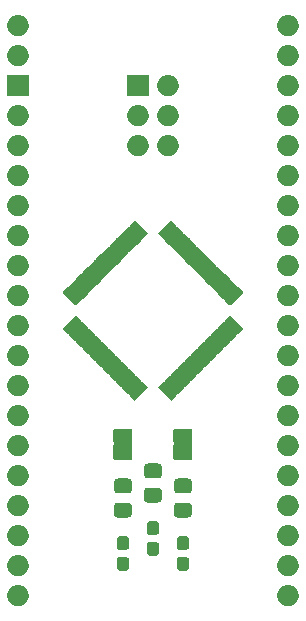
<source format=gbr>
G04 #@! TF.GenerationSoftware,KiCad,Pcbnew,5.99.0-unknown-8bd2765~86~ubuntu18.04.1*
G04 #@! TF.CreationDate,2019-12-15T18:04:06+00:00*
G04 #@! TF.ProjectId,ATF1502AS-EVB,41544631-3530-4324-9153-2d4556422e6b,rev?*
G04 #@! TF.SameCoordinates,Original*
G04 #@! TF.FileFunction,Soldermask,Top*
G04 #@! TF.FilePolarity,Negative*
%FSLAX46Y46*%
G04 Gerber Fmt 4.6, Leading zero omitted, Abs format (unit mm)*
G04 Created by KiCad (PCBNEW 5.99.0-unknown-8bd2765~86~ubuntu18.04.1) date 2019-12-15 18:04:06*
%MOMM*%
%LPD*%
G04 APERTURE LIST*
G04 APERTURE END LIST*
G36*
X50849902Y-98159283D02*
G01*
X50894637Y-98159595D01*
X50938460Y-98168590D01*
X50988360Y-98173835D01*
X51030132Y-98187408D01*
X51067723Y-98195124D01*
X51114851Y-98214935D01*
X51168488Y-98232363D01*
X51201099Y-98251191D01*
X51230614Y-98263598D01*
X51278301Y-98295763D01*
X51332511Y-98327061D01*
X51355826Y-98348054D01*
X51377101Y-98362404D01*
X51422183Y-98407802D01*
X51473261Y-98453793D01*
X51488003Y-98474083D01*
X51501608Y-98487784D01*
X51540643Y-98546537D01*
X51584586Y-98607019D01*
X51592221Y-98624168D01*
X51599388Y-98634955D01*
X51628865Y-98706472D01*
X51661621Y-98780042D01*
X51664211Y-98792225D01*
X51666724Y-98798323D01*
X51683292Y-98881997D01*
X51700999Y-98965301D01*
X51700999Y-99154699D01*
X51698115Y-99168269D01*
X51698030Y-99174331D01*
X51679342Y-99256585D01*
X51661621Y-99339958D01*
X51659129Y-99345555D01*
X51659078Y-99345780D01*
X51587210Y-99507197D01*
X51587078Y-99507385D01*
X51584586Y-99512981D01*
X51534480Y-99581946D01*
X51485357Y-99651582D01*
X51480585Y-99656126D01*
X51473261Y-99666207D01*
X51413396Y-99720110D01*
X51357396Y-99773438D01*
X51346464Y-99780376D01*
X51332511Y-99792939D01*
X51267764Y-99830321D01*
X51208211Y-99868114D01*
X51190209Y-99875097D01*
X51168488Y-99887637D01*
X51103115Y-99908878D01*
X51043468Y-99932014D01*
X51018200Y-99936469D01*
X50988360Y-99946165D01*
X50926095Y-99952709D01*
X50869460Y-99962695D01*
X50837459Y-99962025D01*
X50800000Y-99965962D01*
X50743902Y-99960066D01*
X50692799Y-99958996D01*
X50655323Y-99950756D01*
X50611640Y-99946165D01*
X50563917Y-99930659D01*
X50520225Y-99921052D01*
X50479230Y-99903142D01*
X50431512Y-99887637D01*
X50393473Y-99865675D01*
X50358310Y-99850313D01*
X50316337Y-99821141D01*
X50267489Y-99792939D01*
X50239504Y-99767741D01*
X50213215Y-99749470D01*
X50173257Y-99708092D01*
X50126739Y-99666207D01*
X50108296Y-99640823D01*
X50090473Y-99622366D01*
X50055821Y-99568597D01*
X50015414Y-99512981D01*
X50005212Y-99490066D01*
X49994754Y-99473839D01*
X49968789Y-99408261D01*
X49938379Y-99339958D01*
X49934476Y-99321596D01*
X49929707Y-99309551D01*
X49915740Y-99233448D01*
X49899001Y-99154699D01*
X49899001Y-99142246D01*
X49897811Y-99135762D01*
X49899001Y-99050535D01*
X49899001Y-98965301D01*
X49900275Y-98959308D01*
X49900278Y-98959077D01*
X49937015Y-98786246D01*
X49937105Y-98786036D01*
X49938379Y-98780042D01*
X49973042Y-98702188D01*
X50006622Y-98623839D01*
X50010348Y-98618397D01*
X50015414Y-98607019D01*
X50062746Y-98541872D01*
X50106452Y-98478041D01*
X50115706Y-98468979D01*
X50126739Y-98453793D01*
X50182297Y-98403769D01*
X50232693Y-98354417D01*
X50248848Y-98343846D01*
X50267489Y-98327061D01*
X50327026Y-98292687D01*
X50380551Y-98257662D01*
X50404340Y-98248050D01*
X50431512Y-98232363D01*
X50491045Y-98213019D01*
X50544376Y-98191472D01*
X50575820Y-98185474D01*
X50611640Y-98173835D01*
X50667744Y-98167938D01*
X50717945Y-98158362D01*
X50756312Y-98158630D01*
X50800000Y-98154038D01*
X50849902Y-98159283D01*
G37*
G36*
X73709902Y-98159283D02*
G01*
X73754637Y-98159595D01*
X73798460Y-98168590D01*
X73848360Y-98173835D01*
X73890132Y-98187408D01*
X73927723Y-98195124D01*
X73974851Y-98214935D01*
X74028488Y-98232363D01*
X74061099Y-98251191D01*
X74090614Y-98263598D01*
X74138301Y-98295763D01*
X74192511Y-98327061D01*
X74215826Y-98348054D01*
X74237101Y-98362404D01*
X74282183Y-98407802D01*
X74333261Y-98453793D01*
X74348003Y-98474083D01*
X74361608Y-98487784D01*
X74400643Y-98546537D01*
X74444586Y-98607019D01*
X74452221Y-98624168D01*
X74459388Y-98634955D01*
X74488865Y-98706472D01*
X74521621Y-98780042D01*
X74524211Y-98792225D01*
X74526724Y-98798323D01*
X74543292Y-98881997D01*
X74560999Y-98965301D01*
X74560999Y-99154699D01*
X74558115Y-99168269D01*
X74558030Y-99174331D01*
X74539342Y-99256585D01*
X74521621Y-99339958D01*
X74519129Y-99345555D01*
X74519078Y-99345780D01*
X74447210Y-99507197D01*
X74447078Y-99507385D01*
X74444586Y-99512981D01*
X74394480Y-99581946D01*
X74345357Y-99651582D01*
X74340585Y-99656126D01*
X74333261Y-99666207D01*
X74273396Y-99720110D01*
X74217396Y-99773438D01*
X74206464Y-99780376D01*
X74192511Y-99792939D01*
X74127764Y-99830321D01*
X74068211Y-99868114D01*
X74050209Y-99875097D01*
X74028488Y-99887637D01*
X73963115Y-99908878D01*
X73903468Y-99932014D01*
X73878200Y-99936469D01*
X73848360Y-99946165D01*
X73786095Y-99952709D01*
X73729460Y-99962695D01*
X73697459Y-99962025D01*
X73660000Y-99965962D01*
X73603902Y-99960066D01*
X73552799Y-99958996D01*
X73515323Y-99950756D01*
X73471640Y-99946165D01*
X73423917Y-99930659D01*
X73380225Y-99921052D01*
X73339230Y-99903142D01*
X73291512Y-99887637D01*
X73253473Y-99865675D01*
X73218310Y-99850313D01*
X73176337Y-99821141D01*
X73127489Y-99792939D01*
X73099504Y-99767741D01*
X73073215Y-99749470D01*
X73033257Y-99708092D01*
X72986739Y-99666207D01*
X72968296Y-99640823D01*
X72950473Y-99622366D01*
X72915821Y-99568597D01*
X72875414Y-99512981D01*
X72865212Y-99490066D01*
X72854754Y-99473839D01*
X72828789Y-99408261D01*
X72798379Y-99339958D01*
X72794476Y-99321596D01*
X72789707Y-99309551D01*
X72775740Y-99233448D01*
X72759001Y-99154699D01*
X72759001Y-99142246D01*
X72757811Y-99135762D01*
X72759001Y-99050535D01*
X72759001Y-98965301D01*
X72760275Y-98959308D01*
X72760278Y-98959077D01*
X72797015Y-98786246D01*
X72797105Y-98786036D01*
X72798379Y-98780042D01*
X72833042Y-98702188D01*
X72866622Y-98623839D01*
X72870348Y-98618397D01*
X72875414Y-98607019D01*
X72922746Y-98541872D01*
X72966452Y-98478041D01*
X72975706Y-98468979D01*
X72986739Y-98453793D01*
X73042297Y-98403769D01*
X73092693Y-98354417D01*
X73108848Y-98343846D01*
X73127489Y-98327061D01*
X73187026Y-98292687D01*
X73240551Y-98257662D01*
X73264340Y-98248050D01*
X73291512Y-98232363D01*
X73351045Y-98213019D01*
X73404376Y-98191472D01*
X73435820Y-98185474D01*
X73471640Y-98173835D01*
X73527744Y-98167938D01*
X73577945Y-98158362D01*
X73616312Y-98158630D01*
X73660000Y-98154038D01*
X73709902Y-98159283D01*
G37*
G36*
X50849902Y-95619283D02*
G01*
X50894637Y-95619595D01*
X50938460Y-95628590D01*
X50988360Y-95633835D01*
X51030132Y-95647408D01*
X51067723Y-95655124D01*
X51114851Y-95674935D01*
X51168488Y-95692363D01*
X51201099Y-95711191D01*
X51230614Y-95723598D01*
X51278301Y-95755763D01*
X51332511Y-95787061D01*
X51355826Y-95808054D01*
X51377101Y-95822404D01*
X51422183Y-95867802D01*
X51473261Y-95913793D01*
X51488003Y-95934083D01*
X51501608Y-95947784D01*
X51540643Y-96006537D01*
X51584586Y-96067019D01*
X51592221Y-96084168D01*
X51599388Y-96094955D01*
X51628865Y-96166472D01*
X51661621Y-96240042D01*
X51664211Y-96252225D01*
X51666724Y-96258323D01*
X51683292Y-96341997D01*
X51700999Y-96425301D01*
X51700999Y-96614699D01*
X51698115Y-96628269D01*
X51698030Y-96634331D01*
X51679342Y-96716585D01*
X51661621Y-96799958D01*
X51659129Y-96805555D01*
X51659078Y-96805780D01*
X51587210Y-96967197D01*
X51587078Y-96967385D01*
X51584586Y-96972981D01*
X51534480Y-97041946D01*
X51485357Y-97111582D01*
X51480585Y-97116126D01*
X51473261Y-97126207D01*
X51413396Y-97180110D01*
X51357396Y-97233438D01*
X51346464Y-97240376D01*
X51332511Y-97252939D01*
X51267764Y-97290321D01*
X51208211Y-97328114D01*
X51190209Y-97335097D01*
X51168488Y-97347637D01*
X51103115Y-97368878D01*
X51043468Y-97392014D01*
X51018200Y-97396469D01*
X50988360Y-97406165D01*
X50926095Y-97412709D01*
X50869460Y-97422695D01*
X50837459Y-97422025D01*
X50800000Y-97425962D01*
X50743902Y-97420066D01*
X50692799Y-97418996D01*
X50655323Y-97410756D01*
X50611640Y-97406165D01*
X50563917Y-97390659D01*
X50520225Y-97381052D01*
X50479230Y-97363142D01*
X50431512Y-97347637D01*
X50393473Y-97325675D01*
X50358310Y-97310313D01*
X50316337Y-97281141D01*
X50267489Y-97252939D01*
X50239504Y-97227741D01*
X50213215Y-97209470D01*
X50173257Y-97168092D01*
X50126739Y-97126207D01*
X50108296Y-97100823D01*
X50090473Y-97082366D01*
X50055821Y-97028597D01*
X50015414Y-96972981D01*
X50005212Y-96950066D01*
X49994754Y-96933839D01*
X49968789Y-96868261D01*
X49938379Y-96799958D01*
X49934476Y-96781596D01*
X49929707Y-96769551D01*
X49915740Y-96693448D01*
X49899001Y-96614699D01*
X49899001Y-96602246D01*
X49897811Y-96595762D01*
X49899001Y-96510535D01*
X49899001Y-96425301D01*
X49900275Y-96419308D01*
X49900278Y-96419077D01*
X49937015Y-96246246D01*
X49937105Y-96246036D01*
X49938379Y-96240042D01*
X49973042Y-96162188D01*
X50006622Y-96083839D01*
X50010348Y-96078397D01*
X50015414Y-96067019D01*
X50062746Y-96001872D01*
X50106452Y-95938041D01*
X50115706Y-95928979D01*
X50126739Y-95913793D01*
X50182297Y-95863769D01*
X50232693Y-95814417D01*
X50248848Y-95803846D01*
X50267489Y-95787061D01*
X50327026Y-95752687D01*
X50380551Y-95717662D01*
X50404340Y-95708050D01*
X50431512Y-95692363D01*
X50491045Y-95673019D01*
X50544376Y-95651472D01*
X50575820Y-95645474D01*
X50611640Y-95633835D01*
X50667744Y-95627938D01*
X50717945Y-95618362D01*
X50756312Y-95618630D01*
X50800000Y-95614038D01*
X50849902Y-95619283D01*
G37*
G36*
X73709902Y-95619283D02*
G01*
X73754637Y-95619595D01*
X73798460Y-95628590D01*
X73848360Y-95633835D01*
X73890132Y-95647408D01*
X73927723Y-95655124D01*
X73974851Y-95674935D01*
X74028488Y-95692363D01*
X74061099Y-95711191D01*
X74090614Y-95723598D01*
X74138301Y-95755763D01*
X74192511Y-95787061D01*
X74215826Y-95808054D01*
X74237101Y-95822404D01*
X74282183Y-95867802D01*
X74333261Y-95913793D01*
X74348003Y-95934083D01*
X74361608Y-95947784D01*
X74400643Y-96006537D01*
X74444586Y-96067019D01*
X74452221Y-96084168D01*
X74459388Y-96094955D01*
X74488865Y-96166472D01*
X74521621Y-96240042D01*
X74524211Y-96252225D01*
X74526724Y-96258323D01*
X74543292Y-96341997D01*
X74560999Y-96425301D01*
X74560999Y-96614699D01*
X74558115Y-96628269D01*
X74558030Y-96634331D01*
X74539342Y-96716585D01*
X74521621Y-96799958D01*
X74519129Y-96805555D01*
X74519078Y-96805780D01*
X74447210Y-96967197D01*
X74447078Y-96967385D01*
X74444586Y-96972981D01*
X74394480Y-97041946D01*
X74345357Y-97111582D01*
X74340585Y-97116126D01*
X74333261Y-97126207D01*
X74273396Y-97180110D01*
X74217396Y-97233438D01*
X74206464Y-97240376D01*
X74192511Y-97252939D01*
X74127764Y-97290321D01*
X74068211Y-97328114D01*
X74050209Y-97335097D01*
X74028488Y-97347637D01*
X73963115Y-97368878D01*
X73903468Y-97392014D01*
X73878200Y-97396469D01*
X73848360Y-97406165D01*
X73786095Y-97412709D01*
X73729460Y-97422695D01*
X73697459Y-97422025D01*
X73660000Y-97425962D01*
X73603902Y-97420066D01*
X73552799Y-97418996D01*
X73515323Y-97410756D01*
X73471640Y-97406165D01*
X73423917Y-97390659D01*
X73380225Y-97381052D01*
X73339230Y-97363142D01*
X73291512Y-97347637D01*
X73253473Y-97325675D01*
X73218310Y-97310313D01*
X73176337Y-97281141D01*
X73127489Y-97252939D01*
X73099504Y-97227741D01*
X73073215Y-97209470D01*
X73033257Y-97168092D01*
X72986739Y-97126207D01*
X72968296Y-97100823D01*
X72950473Y-97082366D01*
X72915821Y-97028597D01*
X72875414Y-96972981D01*
X72865212Y-96950066D01*
X72854754Y-96933839D01*
X72828789Y-96868261D01*
X72798379Y-96799958D01*
X72794476Y-96781596D01*
X72789707Y-96769551D01*
X72775740Y-96693448D01*
X72759001Y-96614699D01*
X72759001Y-96602246D01*
X72757811Y-96595762D01*
X72759001Y-96510535D01*
X72759001Y-96425301D01*
X72760275Y-96419308D01*
X72760278Y-96419077D01*
X72797015Y-96246246D01*
X72797105Y-96246036D01*
X72798379Y-96240042D01*
X72833042Y-96162188D01*
X72866622Y-96083839D01*
X72870348Y-96078397D01*
X72875414Y-96067019D01*
X72922746Y-96001872D01*
X72966452Y-95938041D01*
X72975706Y-95928979D01*
X72986739Y-95913793D01*
X73042297Y-95863769D01*
X73092693Y-95814417D01*
X73108848Y-95803846D01*
X73127489Y-95787061D01*
X73187026Y-95752687D01*
X73240551Y-95717662D01*
X73264340Y-95708050D01*
X73291512Y-95692363D01*
X73351045Y-95673019D01*
X73404376Y-95651472D01*
X73435820Y-95645474D01*
X73471640Y-95633835D01*
X73527744Y-95627938D01*
X73577945Y-95618362D01*
X73616312Y-95618630D01*
X73660000Y-95614038D01*
X73709902Y-95619283D01*
G37*
G36*
X59922980Y-95793117D02*
G01*
X59923386Y-95793117D01*
X59925637Y-95793538D01*
X60014801Y-95807660D01*
X60022691Y-95811680D01*
X60029409Y-95812936D01*
X60049176Y-95825175D01*
X60096229Y-95849150D01*
X60109776Y-95862697D01*
X60121114Y-95869717D01*
X60134432Y-95887353D01*
X60160850Y-95913771D01*
X60174267Y-95940103D01*
X60186114Y-95955791D01*
X60189418Y-95969838D01*
X60202340Y-95995199D01*
X60216686Y-96085777D01*
X60216883Y-96086614D01*
X60216883Y-96087020D01*
X60218194Y-96095297D01*
X60218194Y-96644703D01*
X60216883Y-96652980D01*
X60216883Y-96653386D01*
X60216462Y-96655637D01*
X60202340Y-96744801D01*
X60198320Y-96752691D01*
X60197064Y-96759409D01*
X60184825Y-96779176D01*
X60160850Y-96826229D01*
X60147303Y-96839776D01*
X60140283Y-96851114D01*
X60122647Y-96864432D01*
X60096229Y-96890850D01*
X60069897Y-96904267D01*
X60054209Y-96916114D01*
X60040162Y-96919418D01*
X60014801Y-96932340D01*
X59924223Y-96946686D01*
X59923386Y-96946883D01*
X59922980Y-96946883D01*
X59914703Y-96948194D01*
X59465297Y-96948194D01*
X59457020Y-96946883D01*
X59456614Y-96946883D01*
X59454363Y-96946462D01*
X59365199Y-96932340D01*
X59357309Y-96928320D01*
X59350591Y-96927064D01*
X59330824Y-96914825D01*
X59283771Y-96890850D01*
X59270224Y-96877303D01*
X59258886Y-96870283D01*
X59245568Y-96852647D01*
X59219150Y-96826229D01*
X59205733Y-96799897D01*
X59193886Y-96784209D01*
X59190582Y-96770162D01*
X59177660Y-96744801D01*
X59163314Y-96654223D01*
X59163117Y-96653386D01*
X59163117Y-96652980D01*
X59161806Y-96644703D01*
X59161806Y-96095297D01*
X59163117Y-96087020D01*
X59163117Y-96086614D01*
X59163538Y-96084363D01*
X59177660Y-95995199D01*
X59181680Y-95987309D01*
X59182936Y-95980591D01*
X59195175Y-95960824D01*
X59219150Y-95913771D01*
X59232697Y-95900224D01*
X59239717Y-95888886D01*
X59257353Y-95875568D01*
X59283771Y-95849150D01*
X59310103Y-95835733D01*
X59325791Y-95823886D01*
X59339838Y-95820582D01*
X59365199Y-95807660D01*
X59455777Y-95793314D01*
X59456614Y-95793117D01*
X59457020Y-95793117D01*
X59465297Y-95791806D01*
X59914703Y-95791806D01*
X59922980Y-95793117D01*
G37*
G36*
X65002980Y-95793117D02*
G01*
X65003386Y-95793117D01*
X65005637Y-95793538D01*
X65094801Y-95807660D01*
X65102691Y-95811680D01*
X65109409Y-95812936D01*
X65129176Y-95825175D01*
X65176229Y-95849150D01*
X65189776Y-95862697D01*
X65201114Y-95869717D01*
X65214432Y-95887353D01*
X65240850Y-95913771D01*
X65254267Y-95940103D01*
X65266114Y-95955791D01*
X65269418Y-95969838D01*
X65282340Y-95995199D01*
X65296686Y-96085777D01*
X65296883Y-96086614D01*
X65296883Y-96087020D01*
X65298194Y-96095297D01*
X65298194Y-96644703D01*
X65296883Y-96652980D01*
X65296883Y-96653386D01*
X65296462Y-96655637D01*
X65282340Y-96744801D01*
X65278320Y-96752691D01*
X65277064Y-96759409D01*
X65264825Y-96779176D01*
X65240850Y-96826229D01*
X65227303Y-96839776D01*
X65220283Y-96851114D01*
X65202647Y-96864432D01*
X65176229Y-96890850D01*
X65149897Y-96904267D01*
X65134209Y-96916114D01*
X65120162Y-96919418D01*
X65094801Y-96932340D01*
X65004223Y-96946686D01*
X65003386Y-96946883D01*
X65002980Y-96946883D01*
X64994703Y-96948194D01*
X64545297Y-96948194D01*
X64537020Y-96946883D01*
X64536614Y-96946883D01*
X64534363Y-96946462D01*
X64445199Y-96932340D01*
X64437309Y-96928320D01*
X64430591Y-96927064D01*
X64410824Y-96914825D01*
X64363771Y-96890850D01*
X64350224Y-96877303D01*
X64338886Y-96870283D01*
X64325568Y-96852647D01*
X64299150Y-96826229D01*
X64285733Y-96799897D01*
X64273886Y-96784209D01*
X64270582Y-96770162D01*
X64257660Y-96744801D01*
X64243314Y-96654223D01*
X64243117Y-96653386D01*
X64243117Y-96652980D01*
X64241806Y-96644703D01*
X64241806Y-96095297D01*
X64243117Y-96087020D01*
X64243117Y-96086614D01*
X64243538Y-96084363D01*
X64257660Y-95995199D01*
X64261680Y-95987309D01*
X64262936Y-95980591D01*
X64275175Y-95960824D01*
X64299150Y-95913771D01*
X64312697Y-95900224D01*
X64319717Y-95888886D01*
X64337353Y-95875568D01*
X64363771Y-95849150D01*
X64390103Y-95835733D01*
X64405791Y-95823886D01*
X64419838Y-95820582D01*
X64445199Y-95807660D01*
X64535777Y-95793314D01*
X64536614Y-95793117D01*
X64537020Y-95793117D01*
X64545297Y-95791806D01*
X64994703Y-95791806D01*
X65002980Y-95793117D01*
G37*
G36*
X62462980Y-94523117D02*
G01*
X62463386Y-94523117D01*
X62465637Y-94523538D01*
X62554801Y-94537660D01*
X62562691Y-94541680D01*
X62569409Y-94542936D01*
X62589176Y-94555175D01*
X62636229Y-94579150D01*
X62649776Y-94592697D01*
X62661114Y-94599717D01*
X62674432Y-94617353D01*
X62700850Y-94643771D01*
X62714267Y-94670103D01*
X62726114Y-94685791D01*
X62729418Y-94699838D01*
X62742340Y-94725199D01*
X62756686Y-94815777D01*
X62756883Y-94816614D01*
X62756883Y-94817020D01*
X62758194Y-94825297D01*
X62758194Y-95374703D01*
X62756883Y-95382980D01*
X62756883Y-95383386D01*
X62756462Y-95385637D01*
X62742340Y-95474801D01*
X62738320Y-95482691D01*
X62737064Y-95489409D01*
X62724825Y-95509176D01*
X62700850Y-95556229D01*
X62687303Y-95569776D01*
X62680283Y-95581114D01*
X62662647Y-95594432D01*
X62636229Y-95620850D01*
X62609897Y-95634267D01*
X62594209Y-95646114D01*
X62580162Y-95649418D01*
X62554801Y-95662340D01*
X62464223Y-95676686D01*
X62463386Y-95676883D01*
X62462980Y-95676883D01*
X62454703Y-95678194D01*
X62005297Y-95678194D01*
X61997020Y-95676883D01*
X61996614Y-95676883D01*
X61994363Y-95676462D01*
X61905199Y-95662340D01*
X61897309Y-95658320D01*
X61890591Y-95657064D01*
X61870824Y-95644825D01*
X61823771Y-95620850D01*
X61810224Y-95607303D01*
X61798886Y-95600283D01*
X61785568Y-95582647D01*
X61759150Y-95556229D01*
X61745733Y-95529897D01*
X61733886Y-95514209D01*
X61730582Y-95500162D01*
X61717660Y-95474801D01*
X61703314Y-95384223D01*
X61703117Y-95383386D01*
X61703117Y-95382980D01*
X61701806Y-95374703D01*
X61701806Y-94825297D01*
X61703117Y-94817020D01*
X61703117Y-94816614D01*
X61703538Y-94814363D01*
X61717660Y-94725199D01*
X61721680Y-94717309D01*
X61722936Y-94710591D01*
X61735175Y-94690824D01*
X61759150Y-94643771D01*
X61772697Y-94630224D01*
X61779717Y-94618886D01*
X61797353Y-94605568D01*
X61823771Y-94579150D01*
X61850103Y-94565733D01*
X61865791Y-94553886D01*
X61879838Y-94550582D01*
X61905199Y-94537660D01*
X61995777Y-94523314D01*
X61996614Y-94523117D01*
X61997020Y-94523117D01*
X62005297Y-94521806D01*
X62454703Y-94521806D01*
X62462980Y-94523117D01*
G37*
G36*
X65002980Y-94043117D02*
G01*
X65003386Y-94043117D01*
X65005637Y-94043538D01*
X65094801Y-94057660D01*
X65102691Y-94061680D01*
X65109409Y-94062936D01*
X65129176Y-94075175D01*
X65176229Y-94099150D01*
X65189776Y-94112697D01*
X65201114Y-94119717D01*
X65214432Y-94137353D01*
X65240850Y-94163771D01*
X65254267Y-94190103D01*
X65266114Y-94205791D01*
X65269418Y-94219838D01*
X65282340Y-94245199D01*
X65296686Y-94335777D01*
X65296883Y-94336614D01*
X65296883Y-94337020D01*
X65298194Y-94345297D01*
X65298194Y-94894703D01*
X65296883Y-94902980D01*
X65296883Y-94903386D01*
X65296462Y-94905637D01*
X65282340Y-94994801D01*
X65278320Y-95002691D01*
X65277064Y-95009409D01*
X65264825Y-95029176D01*
X65240850Y-95076229D01*
X65227303Y-95089776D01*
X65220283Y-95101114D01*
X65202647Y-95114432D01*
X65176229Y-95140850D01*
X65149897Y-95154267D01*
X65134209Y-95166114D01*
X65120162Y-95169418D01*
X65094801Y-95182340D01*
X65004223Y-95196686D01*
X65003386Y-95196883D01*
X65002980Y-95196883D01*
X64994703Y-95198194D01*
X64545297Y-95198194D01*
X64537020Y-95196883D01*
X64536614Y-95196883D01*
X64534363Y-95196462D01*
X64445199Y-95182340D01*
X64437309Y-95178320D01*
X64430591Y-95177064D01*
X64410824Y-95164825D01*
X64363771Y-95140850D01*
X64350224Y-95127303D01*
X64338886Y-95120283D01*
X64325568Y-95102647D01*
X64299150Y-95076229D01*
X64285733Y-95049897D01*
X64273886Y-95034209D01*
X64270582Y-95020162D01*
X64257660Y-94994801D01*
X64243314Y-94904223D01*
X64243117Y-94903386D01*
X64243117Y-94902980D01*
X64241806Y-94894703D01*
X64241806Y-94345297D01*
X64243117Y-94337020D01*
X64243117Y-94336614D01*
X64243538Y-94334363D01*
X64257660Y-94245199D01*
X64261680Y-94237309D01*
X64262936Y-94230591D01*
X64275175Y-94210824D01*
X64299150Y-94163771D01*
X64312697Y-94150224D01*
X64319717Y-94138886D01*
X64337353Y-94125568D01*
X64363771Y-94099150D01*
X64390103Y-94085733D01*
X64405791Y-94073886D01*
X64419838Y-94070582D01*
X64445199Y-94057660D01*
X64535777Y-94043314D01*
X64536614Y-94043117D01*
X64537020Y-94043117D01*
X64545297Y-94041806D01*
X64994703Y-94041806D01*
X65002980Y-94043117D01*
G37*
G36*
X59922980Y-94043117D02*
G01*
X59923386Y-94043117D01*
X59925637Y-94043538D01*
X60014801Y-94057660D01*
X60022691Y-94061680D01*
X60029409Y-94062936D01*
X60049176Y-94075175D01*
X60096229Y-94099150D01*
X60109776Y-94112697D01*
X60121114Y-94119717D01*
X60134432Y-94137353D01*
X60160850Y-94163771D01*
X60174267Y-94190103D01*
X60186114Y-94205791D01*
X60189418Y-94219838D01*
X60202340Y-94245199D01*
X60216686Y-94335777D01*
X60216883Y-94336614D01*
X60216883Y-94337020D01*
X60218194Y-94345297D01*
X60218194Y-94894703D01*
X60216883Y-94902980D01*
X60216883Y-94903386D01*
X60216462Y-94905637D01*
X60202340Y-94994801D01*
X60198320Y-95002691D01*
X60197064Y-95009409D01*
X60184825Y-95029176D01*
X60160850Y-95076229D01*
X60147303Y-95089776D01*
X60140283Y-95101114D01*
X60122647Y-95114432D01*
X60096229Y-95140850D01*
X60069897Y-95154267D01*
X60054209Y-95166114D01*
X60040162Y-95169418D01*
X60014801Y-95182340D01*
X59924223Y-95196686D01*
X59923386Y-95196883D01*
X59922980Y-95196883D01*
X59914703Y-95198194D01*
X59465297Y-95198194D01*
X59457020Y-95196883D01*
X59456614Y-95196883D01*
X59454363Y-95196462D01*
X59365199Y-95182340D01*
X59357309Y-95178320D01*
X59350591Y-95177064D01*
X59330824Y-95164825D01*
X59283771Y-95140850D01*
X59270224Y-95127303D01*
X59258886Y-95120283D01*
X59245568Y-95102647D01*
X59219150Y-95076229D01*
X59205733Y-95049897D01*
X59193886Y-95034209D01*
X59190582Y-95020162D01*
X59177660Y-94994801D01*
X59163314Y-94904223D01*
X59163117Y-94903386D01*
X59163117Y-94902980D01*
X59161806Y-94894703D01*
X59161806Y-94345297D01*
X59163117Y-94337020D01*
X59163117Y-94336614D01*
X59163538Y-94334363D01*
X59177660Y-94245199D01*
X59181680Y-94237309D01*
X59182936Y-94230591D01*
X59195175Y-94210824D01*
X59219150Y-94163771D01*
X59232697Y-94150224D01*
X59239717Y-94138886D01*
X59257353Y-94125568D01*
X59283771Y-94099150D01*
X59310103Y-94085733D01*
X59325791Y-94073886D01*
X59339838Y-94070582D01*
X59365199Y-94057660D01*
X59455777Y-94043314D01*
X59456614Y-94043117D01*
X59457020Y-94043117D01*
X59465297Y-94041806D01*
X59914703Y-94041806D01*
X59922980Y-94043117D01*
G37*
G36*
X73709902Y-93079283D02*
G01*
X73754637Y-93079595D01*
X73798460Y-93088590D01*
X73848360Y-93093835D01*
X73890132Y-93107408D01*
X73927723Y-93115124D01*
X73974851Y-93134935D01*
X74028488Y-93152363D01*
X74061099Y-93171191D01*
X74090614Y-93183598D01*
X74138301Y-93215763D01*
X74192511Y-93247061D01*
X74215826Y-93268054D01*
X74237101Y-93282404D01*
X74282183Y-93327802D01*
X74333261Y-93373793D01*
X74348003Y-93394083D01*
X74361608Y-93407784D01*
X74400643Y-93466537D01*
X74444586Y-93527019D01*
X74452221Y-93544168D01*
X74459388Y-93554955D01*
X74488865Y-93626472D01*
X74521621Y-93700042D01*
X74524211Y-93712225D01*
X74526724Y-93718323D01*
X74543292Y-93801997D01*
X74560999Y-93885301D01*
X74560999Y-94074699D01*
X74558115Y-94088269D01*
X74558030Y-94094331D01*
X74539342Y-94176585D01*
X74521621Y-94259958D01*
X74519129Y-94265555D01*
X74519078Y-94265780D01*
X74447210Y-94427197D01*
X74447078Y-94427385D01*
X74444586Y-94432981D01*
X74394480Y-94501946D01*
X74345357Y-94571582D01*
X74340585Y-94576126D01*
X74333261Y-94586207D01*
X74273396Y-94640110D01*
X74217396Y-94693438D01*
X74206464Y-94700376D01*
X74192511Y-94712939D01*
X74127764Y-94750321D01*
X74068211Y-94788114D01*
X74050209Y-94795097D01*
X74028488Y-94807637D01*
X73963115Y-94828878D01*
X73903468Y-94852014D01*
X73878200Y-94856469D01*
X73848360Y-94866165D01*
X73786095Y-94872709D01*
X73729460Y-94882695D01*
X73697459Y-94882025D01*
X73660000Y-94885962D01*
X73603902Y-94880066D01*
X73552799Y-94878996D01*
X73515323Y-94870756D01*
X73471640Y-94866165D01*
X73423917Y-94850659D01*
X73380225Y-94841052D01*
X73339230Y-94823142D01*
X73291512Y-94807637D01*
X73253473Y-94785675D01*
X73218310Y-94770313D01*
X73176337Y-94741141D01*
X73127489Y-94712939D01*
X73099504Y-94687741D01*
X73073215Y-94669470D01*
X73033257Y-94628092D01*
X72986739Y-94586207D01*
X72968296Y-94560823D01*
X72950473Y-94542366D01*
X72915821Y-94488597D01*
X72875414Y-94432981D01*
X72865212Y-94410066D01*
X72854754Y-94393839D01*
X72828789Y-94328261D01*
X72798379Y-94259958D01*
X72794476Y-94241596D01*
X72789707Y-94229551D01*
X72775740Y-94153448D01*
X72759001Y-94074699D01*
X72759001Y-94062246D01*
X72757811Y-94055762D01*
X72759001Y-93970535D01*
X72759001Y-93885301D01*
X72760275Y-93879308D01*
X72760278Y-93879077D01*
X72797015Y-93706246D01*
X72797105Y-93706036D01*
X72798379Y-93700042D01*
X72833042Y-93622188D01*
X72866622Y-93543839D01*
X72870348Y-93538397D01*
X72875414Y-93527019D01*
X72922746Y-93461872D01*
X72966452Y-93398041D01*
X72975706Y-93388979D01*
X72986739Y-93373793D01*
X73042297Y-93323769D01*
X73092693Y-93274417D01*
X73108848Y-93263846D01*
X73127489Y-93247061D01*
X73187026Y-93212687D01*
X73240551Y-93177662D01*
X73264340Y-93168050D01*
X73291512Y-93152363D01*
X73351045Y-93133019D01*
X73404376Y-93111472D01*
X73435820Y-93105474D01*
X73471640Y-93093835D01*
X73527744Y-93087938D01*
X73577945Y-93078362D01*
X73616312Y-93078630D01*
X73660000Y-93074038D01*
X73709902Y-93079283D01*
G37*
G36*
X50849902Y-93079283D02*
G01*
X50894637Y-93079595D01*
X50938460Y-93088590D01*
X50988360Y-93093835D01*
X51030132Y-93107408D01*
X51067723Y-93115124D01*
X51114851Y-93134935D01*
X51168488Y-93152363D01*
X51201099Y-93171191D01*
X51230614Y-93183598D01*
X51278301Y-93215763D01*
X51332511Y-93247061D01*
X51355826Y-93268054D01*
X51377101Y-93282404D01*
X51422183Y-93327802D01*
X51473261Y-93373793D01*
X51488003Y-93394083D01*
X51501608Y-93407784D01*
X51540643Y-93466537D01*
X51584586Y-93527019D01*
X51592221Y-93544168D01*
X51599388Y-93554955D01*
X51628865Y-93626472D01*
X51661621Y-93700042D01*
X51664211Y-93712225D01*
X51666724Y-93718323D01*
X51683292Y-93801997D01*
X51700999Y-93885301D01*
X51700999Y-94074699D01*
X51698115Y-94088269D01*
X51698030Y-94094331D01*
X51679342Y-94176585D01*
X51661621Y-94259958D01*
X51659129Y-94265555D01*
X51659078Y-94265780D01*
X51587210Y-94427197D01*
X51587078Y-94427385D01*
X51584586Y-94432981D01*
X51534480Y-94501946D01*
X51485357Y-94571582D01*
X51480585Y-94576126D01*
X51473261Y-94586207D01*
X51413396Y-94640110D01*
X51357396Y-94693438D01*
X51346464Y-94700376D01*
X51332511Y-94712939D01*
X51267764Y-94750321D01*
X51208211Y-94788114D01*
X51190209Y-94795097D01*
X51168488Y-94807637D01*
X51103115Y-94828878D01*
X51043468Y-94852014D01*
X51018200Y-94856469D01*
X50988360Y-94866165D01*
X50926095Y-94872709D01*
X50869460Y-94882695D01*
X50837459Y-94882025D01*
X50800000Y-94885962D01*
X50743902Y-94880066D01*
X50692799Y-94878996D01*
X50655323Y-94870756D01*
X50611640Y-94866165D01*
X50563917Y-94850659D01*
X50520225Y-94841052D01*
X50479230Y-94823142D01*
X50431512Y-94807637D01*
X50393473Y-94785675D01*
X50358310Y-94770313D01*
X50316337Y-94741141D01*
X50267489Y-94712939D01*
X50239504Y-94687741D01*
X50213215Y-94669470D01*
X50173257Y-94628092D01*
X50126739Y-94586207D01*
X50108296Y-94560823D01*
X50090473Y-94542366D01*
X50055821Y-94488597D01*
X50015414Y-94432981D01*
X50005212Y-94410066D01*
X49994754Y-94393839D01*
X49968789Y-94328261D01*
X49938379Y-94259958D01*
X49934476Y-94241596D01*
X49929707Y-94229551D01*
X49915740Y-94153448D01*
X49899001Y-94074699D01*
X49899001Y-94062246D01*
X49897811Y-94055762D01*
X49899001Y-93970535D01*
X49899001Y-93885301D01*
X49900275Y-93879308D01*
X49900278Y-93879077D01*
X49937015Y-93706246D01*
X49937105Y-93706036D01*
X49938379Y-93700042D01*
X49973042Y-93622188D01*
X50006622Y-93543839D01*
X50010348Y-93538397D01*
X50015414Y-93527019D01*
X50062746Y-93461872D01*
X50106452Y-93398041D01*
X50115706Y-93388979D01*
X50126739Y-93373793D01*
X50182297Y-93323769D01*
X50232693Y-93274417D01*
X50248848Y-93263846D01*
X50267489Y-93247061D01*
X50327026Y-93212687D01*
X50380551Y-93177662D01*
X50404340Y-93168050D01*
X50431512Y-93152363D01*
X50491045Y-93133019D01*
X50544376Y-93111472D01*
X50575820Y-93105474D01*
X50611640Y-93093835D01*
X50667744Y-93087938D01*
X50717945Y-93078362D01*
X50756312Y-93078630D01*
X50800000Y-93074038D01*
X50849902Y-93079283D01*
G37*
G36*
X62462980Y-92773117D02*
G01*
X62463386Y-92773117D01*
X62465637Y-92773538D01*
X62554801Y-92787660D01*
X62562691Y-92791680D01*
X62569409Y-92792936D01*
X62589176Y-92805175D01*
X62636229Y-92829150D01*
X62649776Y-92842697D01*
X62661114Y-92849717D01*
X62674432Y-92867353D01*
X62700850Y-92893771D01*
X62714267Y-92920103D01*
X62726114Y-92935791D01*
X62729418Y-92949838D01*
X62742340Y-92975199D01*
X62756686Y-93065777D01*
X62756883Y-93066614D01*
X62756883Y-93067020D01*
X62758194Y-93075297D01*
X62758194Y-93624703D01*
X62756883Y-93632980D01*
X62756883Y-93633386D01*
X62756462Y-93635637D01*
X62742340Y-93724801D01*
X62738320Y-93732691D01*
X62737064Y-93739409D01*
X62724825Y-93759176D01*
X62700850Y-93806229D01*
X62687303Y-93819776D01*
X62680283Y-93831114D01*
X62662647Y-93844432D01*
X62636229Y-93870850D01*
X62609897Y-93884267D01*
X62594209Y-93896114D01*
X62580162Y-93899418D01*
X62554801Y-93912340D01*
X62464223Y-93926686D01*
X62463386Y-93926883D01*
X62462980Y-93926883D01*
X62454703Y-93928194D01*
X62005297Y-93928194D01*
X61997020Y-93926883D01*
X61996614Y-93926883D01*
X61994363Y-93926462D01*
X61905199Y-93912340D01*
X61897309Y-93908320D01*
X61890591Y-93907064D01*
X61870824Y-93894825D01*
X61823771Y-93870850D01*
X61810224Y-93857303D01*
X61798886Y-93850283D01*
X61785568Y-93832647D01*
X61759150Y-93806229D01*
X61745733Y-93779897D01*
X61733886Y-93764209D01*
X61730582Y-93750162D01*
X61717660Y-93724801D01*
X61703314Y-93634223D01*
X61703117Y-93633386D01*
X61703117Y-93632980D01*
X61701806Y-93624703D01*
X61701806Y-93075297D01*
X61703117Y-93067020D01*
X61703117Y-93066614D01*
X61703538Y-93064363D01*
X61717660Y-92975199D01*
X61721680Y-92967309D01*
X61722936Y-92960591D01*
X61735175Y-92940824D01*
X61759150Y-92893771D01*
X61772697Y-92880224D01*
X61779717Y-92868886D01*
X61797353Y-92855568D01*
X61823771Y-92829150D01*
X61850103Y-92815733D01*
X61865791Y-92803886D01*
X61879838Y-92800582D01*
X61905199Y-92787660D01*
X61995777Y-92773314D01*
X61996614Y-92773117D01*
X61997020Y-92773117D01*
X62005297Y-92771806D01*
X62454703Y-92771806D01*
X62462980Y-92773117D01*
G37*
G36*
X65306756Y-91216764D02*
G01*
X65318227Y-91222288D01*
X65326287Y-91223795D01*
X65343547Y-91234482D01*
X65388638Y-91256197D01*
X65408738Y-91274847D01*
X65421964Y-91283036D01*
X65432265Y-91296676D01*
X65455264Y-91318016D01*
X65477614Y-91356727D01*
X65489781Y-91372839D01*
X65491751Y-91381213D01*
X65499506Y-91394646D01*
X65518419Y-91494601D01*
X65521883Y-91509330D01*
X65521883Y-91512909D01*
X65523194Y-91519838D01*
X65523194Y-92142517D01*
X65508236Y-92241756D01*
X65502712Y-92253227D01*
X65501205Y-92261287D01*
X65490518Y-92278547D01*
X65468803Y-92323638D01*
X65450153Y-92343738D01*
X65441964Y-92356964D01*
X65428324Y-92367265D01*
X65406984Y-92390264D01*
X65368273Y-92412614D01*
X65352161Y-92424781D01*
X65343787Y-92426751D01*
X65330354Y-92434506D01*
X65230399Y-92453419D01*
X65215670Y-92456883D01*
X65212091Y-92456883D01*
X65205162Y-92458194D01*
X64332483Y-92458194D01*
X64233244Y-92443236D01*
X64221773Y-92437712D01*
X64213713Y-92436205D01*
X64196453Y-92425518D01*
X64151362Y-92403803D01*
X64131262Y-92385153D01*
X64118036Y-92376964D01*
X64107735Y-92363324D01*
X64084736Y-92341984D01*
X64062386Y-92303273D01*
X64050219Y-92287161D01*
X64048249Y-92278787D01*
X64040494Y-92265354D01*
X64021581Y-92165399D01*
X64018117Y-92150670D01*
X64018117Y-92147091D01*
X64016806Y-92140162D01*
X64016806Y-91517483D01*
X64031764Y-91418244D01*
X64037288Y-91406773D01*
X64038795Y-91398713D01*
X64049482Y-91381453D01*
X64071197Y-91336362D01*
X64089847Y-91316262D01*
X64098036Y-91303036D01*
X64111676Y-91292735D01*
X64133016Y-91269736D01*
X64171727Y-91247386D01*
X64187839Y-91235219D01*
X64196213Y-91233249D01*
X64209646Y-91225494D01*
X64309601Y-91206581D01*
X64324330Y-91203117D01*
X64327909Y-91203117D01*
X64334838Y-91201806D01*
X65207517Y-91201806D01*
X65306756Y-91216764D01*
G37*
G36*
X60226756Y-91216764D02*
G01*
X60238227Y-91222288D01*
X60246287Y-91223795D01*
X60263547Y-91234482D01*
X60308638Y-91256197D01*
X60328738Y-91274847D01*
X60341964Y-91283036D01*
X60352265Y-91296676D01*
X60375264Y-91318016D01*
X60397614Y-91356727D01*
X60409781Y-91372839D01*
X60411751Y-91381213D01*
X60419506Y-91394646D01*
X60438419Y-91494601D01*
X60441883Y-91509330D01*
X60441883Y-91512909D01*
X60443194Y-91519838D01*
X60443194Y-92142517D01*
X60428236Y-92241756D01*
X60422712Y-92253227D01*
X60421205Y-92261287D01*
X60410518Y-92278547D01*
X60388803Y-92323638D01*
X60370153Y-92343738D01*
X60361964Y-92356964D01*
X60348324Y-92367265D01*
X60326984Y-92390264D01*
X60288273Y-92412614D01*
X60272161Y-92424781D01*
X60263787Y-92426751D01*
X60250354Y-92434506D01*
X60150399Y-92453419D01*
X60135670Y-92456883D01*
X60132091Y-92456883D01*
X60125162Y-92458194D01*
X59252483Y-92458194D01*
X59153244Y-92443236D01*
X59141773Y-92437712D01*
X59133713Y-92436205D01*
X59116453Y-92425518D01*
X59071362Y-92403803D01*
X59051262Y-92385153D01*
X59038036Y-92376964D01*
X59027735Y-92363324D01*
X59004736Y-92341984D01*
X58982386Y-92303273D01*
X58970219Y-92287161D01*
X58968249Y-92278787D01*
X58960494Y-92265354D01*
X58941581Y-92165399D01*
X58938117Y-92150670D01*
X58938117Y-92147091D01*
X58936806Y-92140162D01*
X58936806Y-91517483D01*
X58951764Y-91418244D01*
X58957288Y-91406773D01*
X58958795Y-91398713D01*
X58969482Y-91381453D01*
X58991197Y-91336362D01*
X59009847Y-91316262D01*
X59018036Y-91303036D01*
X59031676Y-91292735D01*
X59053016Y-91269736D01*
X59091727Y-91247386D01*
X59107839Y-91235219D01*
X59116213Y-91233249D01*
X59129646Y-91225494D01*
X59229601Y-91206581D01*
X59244330Y-91203117D01*
X59247909Y-91203117D01*
X59254838Y-91201806D01*
X60127517Y-91201806D01*
X60226756Y-91216764D01*
G37*
G36*
X50849902Y-90539283D02*
G01*
X50894637Y-90539595D01*
X50938460Y-90548590D01*
X50988360Y-90553835D01*
X51030132Y-90567408D01*
X51067723Y-90575124D01*
X51114851Y-90594935D01*
X51168488Y-90612363D01*
X51201099Y-90631191D01*
X51230614Y-90643598D01*
X51278301Y-90675763D01*
X51332511Y-90707061D01*
X51355826Y-90728054D01*
X51377101Y-90742404D01*
X51422183Y-90787802D01*
X51473261Y-90833793D01*
X51488003Y-90854083D01*
X51501608Y-90867784D01*
X51540643Y-90926537D01*
X51584586Y-90987019D01*
X51592221Y-91004168D01*
X51599388Y-91014955D01*
X51628865Y-91086472D01*
X51661621Y-91160042D01*
X51664211Y-91172225D01*
X51666724Y-91178323D01*
X51683292Y-91261997D01*
X51700999Y-91345301D01*
X51700999Y-91534699D01*
X51698115Y-91548269D01*
X51698030Y-91554331D01*
X51679342Y-91636585D01*
X51661621Y-91719958D01*
X51659129Y-91725555D01*
X51659078Y-91725780D01*
X51587210Y-91887197D01*
X51587078Y-91887385D01*
X51584586Y-91892981D01*
X51534480Y-91961946D01*
X51485357Y-92031582D01*
X51480585Y-92036126D01*
X51473261Y-92046207D01*
X51413396Y-92100110D01*
X51357396Y-92153438D01*
X51346464Y-92160376D01*
X51332511Y-92172939D01*
X51267764Y-92210321D01*
X51208211Y-92248114D01*
X51190209Y-92255097D01*
X51168488Y-92267637D01*
X51103115Y-92288878D01*
X51043468Y-92312014D01*
X51018200Y-92316469D01*
X50988360Y-92326165D01*
X50926095Y-92332709D01*
X50869460Y-92342695D01*
X50837459Y-92342025D01*
X50800000Y-92345962D01*
X50743902Y-92340066D01*
X50692799Y-92338996D01*
X50655323Y-92330756D01*
X50611640Y-92326165D01*
X50563917Y-92310659D01*
X50520225Y-92301052D01*
X50479230Y-92283142D01*
X50431512Y-92267637D01*
X50393473Y-92245675D01*
X50358310Y-92230313D01*
X50316337Y-92201141D01*
X50267489Y-92172939D01*
X50239504Y-92147741D01*
X50213215Y-92129470D01*
X50173257Y-92088092D01*
X50126739Y-92046207D01*
X50108296Y-92020823D01*
X50090473Y-92002366D01*
X50055821Y-91948597D01*
X50015414Y-91892981D01*
X50005212Y-91870066D01*
X49994754Y-91853839D01*
X49968789Y-91788261D01*
X49938379Y-91719958D01*
X49934476Y-91701596D01*
X49929707Y-91689551D01*
X49915740Y-91613448D01*
X49899001Y-91534699D01*
X49899001Y-91522246D01*
X49897811Y-91515762D01*
X49899001Y-91430535D01*
X49899001Y-91345301D01*
X49900275Y-91339308D01*
X49900278Y-91339077D01*
X49937015Y-91166246D01*
X49937105Y-91166036D01*
X49938379Y-91160042D01*
X49973042Y-91082188D01*
X50006622Y-91003839D01*
X50010348Y-90998397D01*
X50015414Y-90987019D01*
X50062746Y-90921872D01*
X50106452Y-90858041D01*
X50115706Y-90848979D01*
X50126739Y-90833793D01*
X50182297Y-90783769D01*
X50232693Y-90734417D01*
X50248848Y-90723846D01*
X50267489Y-90707061D01*
X50327026Y-90672687D01*
X50380551Y-90637662D01*
X50404340Y-90628050D01*
X50431512Y-90612363D01*
X50491045Y-90593019D01*
X50544376Y-90571472D01*
X50575820Y-90565474D01*
X50611640Y-90553835D01*
X50667744Y-90547938D01*
X50717945Y-90538362D01*
X50756312Y-90538630D01*
X50800000Y-90534038D01*
X50849902Y-90539283D01*
G37*
G36*
X73709902Y-90539283D02*
G01*
X73754637Y-90539595D01*
X73798460Y-90548590D01*
X73848360Y-90553835D01*
X73890132Y-90567408D01*
X73927723Y-90575124D01*
X73974851Y-90594935D01*
X74028488Y-90612363D01*
X74061099Y-90631191D01*
X74090614Y-90643598D01*
X74138301Y-90675763D01*
X74192511Y-90707061D01*
X74215826Y-90728054D01*
X74237101Y-90742404D01*
X74282183Y-90787802D01*
X74333261Y-90833793D01*
X74348003Y-90854083D01*
X74361608Y-90867784D01*
X74400643Y-90926537D01*
X74444586Y-90987019D01*
X74452221Y-91004168D01*
X74459388Y-91014955D01*
X74488865Y-91086472D01*
X74521621Y-91160042D01*
X74524211Y-91172225D01*
X74526724Y-91178323D01*
X74543292Y-91261997D01*
X74560999Y-91345301D01*
X74560999Y-91534699D01*
X74558115Y-91548269D01*
X74558030Y-91554331D01*
X74539342Y-91636585D01*
X74521621Y-91719958D01*
X74519129Y-91725555D01*
X74519078Y-91725780D01*
X74447210Y-91887197D01*
X74447078Y-91887385D01*
X74444586Y-91892981D01*
X74394480Y-91961946D01*
X74345357Y-92031582D01*
X74340585Y-92036126D01*
X74333261Y-92046207D01*
X74273396Y-92100110D01*
X74217396Y-92153438D01*
X74206464Y-92160376D01*
X74192511Y-92172939D01*
X74127764Y-92210321D01*
X74068211Y-92248114D01*
X74050209Y-92255097D01*
X74028488Y-92267637D01*
X73963115Y-92288878D01*
X73903468Y-92312014D01*
X73878200Y-92316469D01*
X73848360Y-92326165D01*
X73786095Y-92332709D01*
X73729460Y-92342695D01*
X73697459Y-92342025D01*
X73660000Y-92345962D01*
X73603902Y-92340066D01*
X73552799Y-92338996D01*
X73515323Y-92330756D01*
X73471640Y-92326165D01*
X73423917Y-92310659D01*
X73380225Y-92301052D01*
X73339230Y-92283142D01*
X73291512Y-92267637D01*
X73253473Y-92245675D01*
X73218310Y-92230313D01*
X73176337Y-92201141D01*
X73127489Y-92172939D01*
X73099504Y-92147741D01*
X73073215Y-92129470D01*
X73033257Y-92088092D01*
X72986739Y-92046207D01*
X72968296Y-92020823D01*
X72950473Y-92002366D01*
X72915821Y-91948597D01*
X72875414Y-91892981D01*
X72865212Y-91870066D01*
X72854754Y-91853839D01*
X72828789Y-91788261D01*
X72798379Y-91719958D01*
X72794476Y-91701596D01*
X72789707Y-91689551D01*
X72775740Y-91613448D01*
X72759001Y-91534699D01*
X72759001Y-91522246D01*
X72757811Y-91515762D01*
X72759001Y-91430535D01*
X72759001Y-91345301D01*
X72760275Y-91339308D01*
X72760278Y-91339077D01*
X72797015Y-91166246D01*
X72797105Y-91166036D01*
X72798379Y-91160042D01*
X72833042Y-91082188D01*
X72866622Y-91003839D01*
X72870348Y-90998397D01*
X72875414Y-90987019D01*
X72922746Y-90921872D01*
X72966452Y-90858041D01*
X72975706Y-90848979D01*
X72986739Y-90833793D01*
X73042297Y-90783769D01*
X73092693Y-90734417D01*
X73108848Y-90723846D01*
X73127489Y-90707061D01*
X73187026Y-90672687D01*
X73240551Y-90637662D01*
X73264340Y-90628050D01*
X73291512Y-90612363D01*
X73351045Y-90593019D01*
X73404376Y-90571472D01*
X73435820Y-90565474D01*
X73471640Y-90553835D01*
X73527744Y-90547938D01*
X73577945Y-90538362D01*
X73616312Y-90538630D01*
X73660000Y-90534038D01*
X73709902Y-90539283D01*
G37*
G36*
X62766756Y-89946764D02*
G01*
X62778227Y-89952288D01*
X62786287Y-89953795D01*
X62803547Y-89964482D01*
X62848638Y-89986197D01*
X62868738Y-90004847D01*
X62881964Y-90013036D01*
X62892265Y-90026676D01*
X62915264Y-90048016D01*
X62937614Y-90086727D01*
X62949781Y-90102839D01*
X62951751Y-90111213D01*
X62959506Y-90124646D01*
X62978419Y-90224601D01*
X62981883Y-90239330D01*
X62981883Y-90242909D01*
X62983194Y-90249838D01*
X62983194Y-90872517D01*
X62968236Y-90971756D01*
X62962712Y-90983227D01*
X62961205Y-90991287D01*
X62950518Y-91008547D01*
X62928803Y-91053638D01*
X62910153Y-91073738D01*
X62901964Y-91086964D01*
X62888324Y-91097265D01*
X62866984Y-91120264D01*
X62828273Y-91142614D01*
X62812161Y-91154781D01*
X62803787Y-91156751D01*
X62790354Y-91164506D01*
X62690399Y-91183419D01*
X62675670Y-91186883D01*
X62672091Y-91186883D01*
X62665162Y-91188194D01*
X61792483Y-91188194D01*
X61693244Y-91173236D01*
X61681773Y-91167712D01*
X61673713Y-91166205D01*
X61656453Y-91155518D01*
X61611362Y-91133803D01*
X61591262Y-91115153D01*
X61578036Y-91106964D01*
X61567735Y-91093324D01*
X61544736Y-91071984D01*
X61522386Y-91033273D01*
X61510219Y-91017161D01*
X61508249Y-91008787D01*
X61500494Y-90995354D01*
X61481581Y-90895399D01*
X61478117Y-90880670D01*
X61478117Y-90877091D01*
X61476806Y-90870162D01*
X61476806Y-90247483D01*
X61491764Y-90148244D01*
X61497288Y-90136773D01*
X61498795Y-90128713D01*
X61509482Y-90111453D01*
X61531197Y-90066362D01*
X61549847Y-90046262D01*
X61558036Y-90033036D01*
X61571676Y-90022735D01*
X61593016Y-89999736D01*
X61631727Y-89977386D01*
X61647839Y-89965219D01*
X61656213Y-89963249D01*
X61669646Y-89955494D01*
X61769601Y-89936581D01*
X61784330Y-89933117D01*
X61787909Y-89933117D01*
X61794838Y-89931806D01*
X62667517Y-89931806D01*
X62766756Y-89946764D01*
G37*
G36*
X65306756Y-89166764D02*
G01*
X65318227Y-89172288D01*
X65326287Y-89173795D01*
X65343547Y-89184482D01*
X65388638Y-89206197D01*
X65408738Y-89224847D01*
X65421964Y-89233036D01*
X65432265Y-89246676D01*
X65455264Y-89268016D01*
X65477614Y-89306727D01*
X65489781Y-89322839D01*
X65491751Y-89331213D01*
X65499506Y-89344646D01*
X65518419Y-89444601D01*
X65521883Y-89459330D01*
X65521883Y-89462909D01*
X65523194Y-89469838D01*
X65523194Y-90092517D01*
X65508236Y-90191756D01*
X65502712Y-90203227D01*
X65501205Y-90211287D01*
X65490518Y-90228547D01*
X65468803Y-90273638D01*
X65450153Y-90293738D01*
X65441964Y-90306964D01*
X65428324Y-90317265D01*
X65406984Y-90340264D01*
X65368273Y-90362614D01*
X65352161Y-90374781D01*
X65343787Y-90376751D01*
X65330354Y-90384506D01*
X65230399Y-90403419D01*
X65215670Y-90406883D01*
X65212091Y-90406883D01*
X65205162Y-90408194D01*
X64332483Y-90408194D01*
X64233244Y-90393236D01*
X64221773Y-90387712D01*
X64213713Y-90386205D01*
X64196453Y-90375518D01*
X64151362Y-90353803D01*
X64131262Y-90335153D01*
X64118036Y-90326964D01*
X64107735Y-90313324D01*
X64084736Y-90291984D01*
X64062386Y-90253273D01*
X64050219Y-90237161D01*
X64048249Y-90228787D01*
X64040494Y-90215354D01*
X64021581Y-90115399D01*
X64018117Y-90100670D01*
X64018117Y-90097091D01*
X64016806Y-90090162D01*
X64016806Y-89467483D01*
X64031764Y-89368244D01*
X64037288Y-89356773D01*
X64038795Y-89348713D01*
X64049482Y-89331453D01*
X64071197Y-89286362D01*
X64089847Y-89266262D01*
X64098036Y-89253036D01*
X64111676Y-89242735D01*
X64133016Y-89219736D01*
X64171727Y-89197386D01*
X64187839Y-89185219D01*
X64196213Y-89183249D01*
X64209646Y-89175494D01*
X64309601Y-89156581D01*
X64324330Y-89153117D01*
X64327909Y-89153117D01*
X64334838Y-89151806D01*
X65207517Y-89151806D01*
X65306756Y-89166764D01*
G37*
G36*
X60226756Y-89166764D02*
G01*
X60238227Y-89172288D01*
X60246287Y-89173795D01*
X60263547Y-89184482D01*
X60308638Y-89206197D01*
X60328738Y-89224847D01*
X60341964Y-89233036D01*
X60352265Y-89246676D01*
X60375264Y-89268016D01*
X60397614Y-89306727D01*
X60409781Y-89322839D01*
X60411751Y-89331213D01*
X60419506Y-89344646D01*
X60438419Y-89444601D01*
X60441883Y-89459330D01*
X60441883Y-89462909D01*
X60443194Y-89469838D01*
X60443194Y-90092517D01*
X60428236Y-90191756D01*
X60422712Y-90203227D01*
X60421205Y-90211287D01*
X60410518Y-90228547D01*
X60388803Y-90273638D01*
X60370153Y-90293738D01*
X60361964Y-90306964D01*
X60348324Y-90317265D01*
X60326984Y-90340264D01*
X60288273Y-90362614D01*
X60272161Y-90374781D01*
X60263787Y-90376751D01*
X60250354Y-90384506D01*
X60150399Y-90403419D01*
X60135670Y-90406883D01*
X60132091Y-90406883D01*
X60125162Y-90408194D01*
X59252483Y-90408194D01*
X59153244Y-90393236D01*
X59141773Y-90387712D01*
X59133713Y-90386205D01*
X59116453Y-90375518D01*
X59071362Y-90353803D01*
X59051262Y-90335153D01*
X59038036Y-90326964D01*
X59027735Y-90313324D01*
X59004736Y-90291984D01*
X58982386Y-90253273D01*
X58970219Y-90237161D01*
X58968249Y-90228787D01*
X58960494Y-90215354D01*
X58941581Y-90115399D01*
X58938117Y-90100670D01*
X58938117Y-90097091D01*
X58936806Y-90090162D01*
X58936806Y-89467483D01*
X58951764Y-89368244D01*
X58957288Y-89356773D01*
X58958795Y-89348713D01*
X58969482Y-89331453D01*
X58991197Y-89286362D01*
X59009847Y-89266262D01*
X59018036Y-89253036D01*
X59031676Y-89242735D01*
X59053016Y-89219736D01*
X59091727Y-89197386D01*
X59107839Y-89185219D01*
X59116213Y-89183249D01*
X59129646Y-89175494D01*
X59229601Y-89156581D01*
X59244330Y-89153117D01*
X59247909Y-89153117D01*
X59254838Y-89151806D01*
X60127517Y-89151806D01*
X60226756Y-89166764D01*
G37*
G36*
X50849902Y-87999283D02*
G01*
X50894637Y-87999595D01*
X50938460Y-88008590D01*
X50988360Y-88013835D01*
X51030132Y-88027408D01*
X51067723Y-88035124D01*
X51114851Y-88054935D01*
X51168488Y-88072363D01*
X51201099Y-88091191D01*
X51230614Y-88103598D01*
X51278301Y-88135763D01*
X51332511Y-88167061D01*
X51355826Y-88188054D01*
X51377101Y-88202404D01*
X51422183Y-88247802D01*
X51473261Y-88293793D01*
X51488003Y-88314083D01*
X51501608Y-88327784D01*
X51540643Y-88386537D01*
X51584586Y-88447019D01*
X51592221Y-88464168D01*
X51599388Y-88474955D01*
X51628865Y-88546472D01*
X51661621Y-88620042D01*
X51664211Y-88632225D01*
X51666724Y-88638323D01*
X51683292Y-88721997D01*
X51700999Y-88805301D01*
X51700999Y-88994699D01*
X51698115Y-89008269D01*
X51698030Y-89014331D01*
X51679342Y-89096585D01*
X51661621Y-89179958D01*
X51659129Y-89185555D01*
X51659078Y-89185780D01*
X51587210Y-89347197D01*
X51587078Y-89347385D01*
X51584586Y-89352981D01*
X51534480Y-89421946D01*
X51485357Y-89491582D01*
X51480585Y-89496126D01*
X51473261Y-89506207D01*
X51413396Y-89560110D01*
X51357396Y-89613438D01*
X51346464Y-89620376D01*
X51332511Y-89632939D01*
X51267764Y-89670321D01*
X51208211Y-89708114D01*
X51190209Y-89715097D01*
X51168488Y-89727637D01*
X51103115Y-89748878D01*
X51043468Y-89772014D01*
X51018200Y-89776469D01*
X50988360Y-89786165D01*
X50926095Y-89792709D01*
X50869460Y-89802695D01*
X50837459Y-89802025D01*
X50800000Y-89805962D01*
X50743902Y-89800066D01*
X50692799Y-89798996D01*
X50655323Y-89790756D01*
X50611640Y-89786165D01*
X50563917Y-89770659D01*
X50520225Y-89761052D01*
X50479230Y-89743142D01*
X50431512Y-89727637D01*
X50393473Y-89705675D01*
X50358310Y-89690313D01*
X50316337Y-89661141D01*
X50267489Y-89632939D01*
X50239504Y-89607741D01*
X50213215Y-89589470D01*
X50173257Y-89548092D01*
X50126739Y-89506207D01*
X50108296Y-89480823D01*
X50090473Y-89462366D01*
X50055821Y-89408597D01*
X50015414Y-89352981D01*
X50005212Y-89330066D01*
X49994754Y-89313839D01*
X49968789Y-89248261D01*
X49938379Y-89179958D01*
X49934476Y-89161596D01*
X49929707Y-89149551D01*
X49915740Y-89073448D01*
X49899001Y-88994699D01*
X49899001Y-88982246D01*
X49897811Y-88975762D01*
X49899001Y-88890535D01*
X49899001Y-88805301D01*
X49900275Y-88799308D01*
X49900278Y-88799077D01*
X49937015Y-88626246D01*
X49937105Y-88626036D01*
X49938379Y-88620042D01*
X49973042Y-88542188D01*
X50006622Y-88463839D01*
X50010348Y-88458397D01*
X50015414Y-88447019D01*
X50062746Y-88381872D01*
X50106452Y-88318041D01*
X50115706Y-88308979D01*
X50126739Y-88293793D01*
X50182297Y-88243769D01*
X50232693Y-88194417D01*
X50248848Y-88183846D01*
X50267489Y-88167061D01*
X50327026Y-88132687D01*
X50380551Y-88097662D01*
X50404340Y-88088050D01*
X50431512Y-88072363D01*
X50491045Y-88053019D01*
X50544376Y-88031472D01*
X50575820Y-88025474D01*
X50611640Y-88013835D01*
X50667744Y-88007938D01*
X50717945Y-87998362D01*
X50756312Y-87998630D01*
X50800000Y-87994038D01*
X50849902Y-87999283D01*
G37*
G36*
X73709902Y-87999283D02*
G01*
X73754637Y-87999595D01*
X73798460Y-88008590D01*
X73848360Y-88013835D01*
X73890132Y-88027408D01*
X73927723Y-88035124D01*
X73974851Y-88054935D01*
X74028488Y-88072363D01*
X74061099Y-88091191D01*
X74090614Y-88103598D01*
X74138301Y-88135763D01*
X74192511Y-88167061D01*
X74215826Y-88188054D01*
X74237101Y-88202404D01*
X74282183Y-88247802D01*
X74333261Y-88293793D01*
X74348003Y-88314083D01*
X74361608Y-88327784D01*
X74400643Y-88386537D01*
X74444586Y-88447019D01*
X74452221Y-88464168D01*
X74459388Y-88474955D01*
X74488865Y-88546472D01*
X74521621Y-88620042D01*
X74524211Y-88632225D01*
X74526724Y-88638323D01*
X74543292Y-88721997D01*
X74560999Y-88805301D01*
X74560999Y-88994699D01*
X74558115Y-89008269D01*
X74558030Y-89014331D01*
X74539342Y-89096585D01*
X74521621Y-89179958D01*
X74519129Y-89185555D01*
X74519078Y-89185780D01*
X74447210Y-89347197D01*
X74447078Y-89347385D01*
X74444586Y-89352981D01*
X74394480Y-89421946D01*
X74345357Y-89491582D01*
X74340585Y-89496126D01*
X74333261Y-89506207D01*
X74273396Y-89560110D01*
X74217396Y-89613438D01*
X74206464Y-89620376D01*
X74192511Y-89632939D01*
X74127764Y-89670321D01*
X74068211Y-89708114D01*
X74050209Y-89715097D01*
X74028488Y-89727637D01*
X73963115Y-89748878D01*
X73903468Y-89772014D01*
X73878200Y-89776469D01*
X73848360Y-89786165D01*
X73786095Y-89792709D01*
X73729460Y-89802695D01*
X73697459Y-89802025D01*
X73660000Y-89805962D01*
X73603902Y-89800066D01*
X73552799Y-89798996D01*
X73515323Y-89790756D01*
X73471640Y-89786165D01*
X73423917Y-89770659D01*
X73380225Y-89761052D01*
X73339230Y-89743142D01*
X73291512Y-89727637D01*
X73253473Y-89705675D01*
X73218310Y-89690313D01*
X73176337Y-89661141D01*
X73127489Y-89632939D01*
X73099504Y-89607741D01*
X73073215Y-89589470D01*
X73033257Y-89548092D01*
X72986739Y-89506207D01*
X72968296Y-89480823D01*
X72950473Y-89462366D01*
X72915821Y-89408597D01*
X72875414Y-89352981D01*
X72865212Y-89330066D01*
X72854754Y-89313839D01*
X72828789Y-89248261D01*
X72798379Y-89179958D01*
X72794476Y-89161596D01*
X72789707Y-89149551D01*
X72775740Y-89073448D01*
X72759001Y-88994699D01*
X72759001Y-88982246D01*
X72757811Y-88975762D01*
X72759001Y-88890535D01*
X72759001Y-88805301D01*
X72760275Y-88799308D01*
X72760278Y-88799077D01*
X72797015Y-88626246D01*
X72797105Y-88626036D01*
X72798379Y-88620042D01*
X72833042Y-88542188D01*
X72866622Y-88463839D01*
X72870348Y-88458397D01*
X72875414Y-88447019D01*
X72922746Y-88381872D01*
X72966452Y-88318041D01*
X72975706Y-88308979D01*
X72986739Y-88293793D01*
X73042297Y-88243769D01*
X73092693Y-88194417D01*
X73108848Y-88183846D01*
X73127489Y-88167061D01*
X73187026Y-88132687D01*
X73240551Y-88097662D01*
X73264340Y-88088050D01*
X73291512Y-88072363D01*
X73351045Y-88053019D01*
X73404376Y-88031472D01*
X73435820Y-88025474D01*
X73471640Y-88013835D01*
X73527744Y-88007938D01*
X73577945Y-87998362D01*
X73616312Y-87998630D01*
X73660000Y-87994038D01*
X73709902Y-87999283D01*
G37*
G36*
X62766756Y-87896764D02*
G01*
X62778227Y-87902288D01*
X62786287Y-87903795D01*
X62803547Y-87914482D01*
X62848638Y-87936197D01*
X62868738Y-87954847D01*
X62881964Y-87963036D01*
X62892265Y-87976676D01*
X62915264Y-87998016D01*
X62937614Y-88036727D01*
X62949781Y-88052839D01*
X62951751Y-88061213D01*
X62959506Y-88074646D01*
X62978419Y-88174601D01*
X62981883Y-88189330D01*
X62981883Y-88192909D01*
X62983194Y-88199838D01*
X62983194Y-88822517D01*
X62968236Y-88921756D01*
X62962712Y-88933227D01*
X62961205Y-88941287D01*
X62950518Y-88958547D01*
X62928803Y-89003638D01*
X62910153Y-89023738D01*
X62901964Y-89036964D01*
X62888324Y-89047265D01*
X62866984Y-89070264D01*
X62828273Y-89092614D01*
X62812161Y-89104781D01*
X62803787Y-89106751D01*
X62790354Y-89114506D01*
X62690399Y-89133419D01*
X62675670Y-89136883D01*
X62672091Y-89136883D01*
X62665162Y-89138194D01*
X61792483Y-89138194D01*
X61693244Y-89123236D01*
X61681773Y-89117712D01*
X61673713Y-89116205D01*
X61656453Y-89105518D01*
X61611362Y-89083803D01*
X61591262Y-89065153D01*
X61578036Y-89056964D01*
X61567735Y-89043324D01*
X61544736Y-89021984D01*
X61522386Y-88983273D01*
X61510219Y-88967161D01*
X61508249Y-88958787D01*
X61500494Y-88945354D01*
X61481581Y-88845399D01*
X61478117Y-88830670D01*
X61478117Y-88827091D01*
X61476806Y-88820162D01*
X61476806Y-88197483D01*
X61491764Y-88098244D01*
X61497288Y-88086773D01*
X61498795Y-88078713D01*
X61509482Y-88061453D01*
X61531197Y-88016362D01*
X61549847Y-87996262D01*
X61558036Y-87983036D01*
X61571676Y-87972735D01*
X61593016Y-87949736D01*
X61631727Y-87927386D01*
X61647839Y-87915219D01*
X61656213Y-87913249D01*
X61669646Y-87905494D01*
X61769601Y-87886581D01*
X61784330Y-87883117D01*
X61787909Y-87883117D01*
X61794838Y-87881806D01*
X62667517Y-87881806D01*
X62766756Y-87896764D01*
G37*
G36*
X65539899Y-84996959D02*
G01*
X65556769Y-85008231D01*
X65568041Y-85025101D01*
X65574448Y-85057312D01*
X65574448Y-86032688D01*
X65571999Y-86045000D01*
X65568041Y-86064899D01*
X65556769Y-86081769D01*
X65556768Y-86081770D01*
X65553275Y-86086997D01*
X65540291Y-86097642D01*
X65541859Y-86099554D01*
X65503629Y-86145200D01*
X65494779Y-86215075D01*
X65525110Y-86278642D01*
X65532023Y-86283546D01*
X65531371Y-86284196D01*
X65548933Y-86301795D01*
X65548934Y-86301795D01*
X65563266Y-86316156D01*
X65571999Y-86345000D01*
X65571999Y-86355422D01*
X65574448Y-86363510D01*
X65574448Y-87482688D01*
X65571999Y-87495000D01*
X65568041Y-87514899D01*
X65556769Y-87531769D01*
X65539899Y-87543041D01*
X65520000Y-87546999D01*
X65507688Y-87549448D01*
X64032312Y-87549448D01*
X64000101Y-87543041D01*
X63983231Y-87531769D01*
X63971959Y-87514899D01*
X63965552Y-87482688D01*
X63965552Y-86357312D01*
X63971959Y-86325101D01*
X63983231Y-86308231D01*
X63994050Y-86301002D01*
X64039215Y-86246958D01*
X64047992Y-86177074D01*
X64004740Y-86109855D01*
X64008757Y-86105829D01*
X63991161Y-86088269D01*
X63991156Y-86088266D01*
X63976795Y-86073934D01*
X63969011Y-86055198D01*
X63969011Y-86055195D01*
X63966599Y-86049390D01*
X63965552Y-86038822D01*
X63965552Y-85057312D01*
X63971959Y-85025101D01*
X63983231Y-85008231D01*
X64000101Y-84996959D01*
X64032312Y-84990552D01*
X65507688Y-84990552D01*
X65539899Y-84996959D01*
G37*
G36*
X60459899Y-84996959D02*
G01*
X60476769Y-85008231D01*
X60488041Y-85025101D01*
X60494448Y-85057312D01*
X60494448Y-86032688D01*
X60491999Y-86045000D01*
X60488041Y-86064899D01*
X60476769Y-86081769D01*
X60476768Y-86081770D01*
X60473275Y-86086997D01*
X60460291Y-86097642D01*
X60461859Y-86099554D01*
X60423629Y-86145200D01*
X60414779Y-86215075D01*
X60445110Y-86278642D01*
X60452023Y-86283546D01*
X60451371Y-86284196D01*
X60468933Y-86301795D01*
X60468934Y-86301795D01*
X60483266Y-86316156D01*
X60491999Y-86345000D01*
X60491999Y-86355422D01*
X60494448Y-86363510D01*
X60494448Y-87482688D01*
X60491999Y-87495000D01*
X60488041Y-87514899D01*
X60476769Y-87531769D01*
X60459899Y-87543041D01*
X60440000Y-87546999D01*
X60427688Y-87549448D01*
X58952312Y-87549448D01*
X58920101Y-87543041D01*
X58903231Y-87531769D01*
X58891959Y-87514899D01*
X58885552Y-87482688D01*
X58885552Y-86357312D01*
X58891959Y-86325101D01*
X58903231Y-86308231D01*
X58914050Y-86301002D01*
X58959215Y-86246958D01*
X58967992Y-86177074D01*
X58924740Y-86109855D01*
X58928757Y-86105829D01*
X58911161Y-86088269D01*
X58911156Y-86088266D01*
X58896795Y-86073934D01*
X58889011Y-86055198D01*
X58889011Y-86055195D01*
X58886599Y-86049390D01*
X58885552Y-86038822D01*
X58885552Y-85057312D01*
X58891959Y-85025101D01*
X58903231Y-85008231D01*
X58920101Y-84996959D01*
X58952312Y-84990552D01*
X60427688Y-84990552D01*
X60459899Y-84996959D01*
G37*
G36*
X73709902Y-85459283D02*
G01*
X73754637Y-85459595D01*
X73798460Y-85468590D01*
X73848360Y-85473835D01*
X73890132Y-85487408D01*
X73927723Y-85495124D01*
X73974851Y-85514935D01*
X74028488Y-85532363D01*
X74061099Y-85551191D01*
X74090614Y-85563598D01*
X74138301Y-85595763D01*
X74192511Y-85627061D01*
X74215826Y-85648054D01*
X74237101Y-85662404D01*
X74282183Y-85707802D01*
X74333261Y-85753793D01*
X74348003Y-85774083D01*
X74361608Y-85787784D01*
X74400643Y-85846537D01*
X74444586Y-85907019D01*
X74452221Y-85924168D01*
X74459388Y-85934955D01*
X74488865Y-86006472D01*
X74521621Y-86080042D01*
X74524211Y-86092225D01*
X74526724Y-86098323D01*
X74543292Y-86181997D01*
X74560999Y-86265301D01*
X74560999Y-86454699D01*
X74558115Y-86468269D01*
X74558030Y-86474331D01*
X74539342Y-86556585D01*
X74521621Y-86639958D01*
X74519129Y-86645555D01*
X74519078Y-86645780D01*
X74447210Y-86807197D01*
X74447078Y-86807385D01*
X74444586Y-86812981D01*
X74394480Y-86881946D01*
X74345357Y-86951582D01*
X74340585Y-86956126D01*
X74333261Y-86966207D01*
X74273396Y-87020110D01*
X74217396Y-87073438D01*
X74206464Y-87080376D01*
X74192511Y-87092939D01*
X74127764Y-87130321D01*
X74068211Y-87168114D01*
X74050209Y-87175097D01*
X74028488Y-87187637D01*
X73963115Y-87208878D01*
X73903468Y-87232014D01*
X73878200Y-87236469D01*
X73848360Y-87246165D01*
X73786095Y-87252709D01*
X73729460Y-87262695D01*
X73697459Y-87262025D01*
X73660000Y-87265962D01*
X73603902Y-87260066D01*
X73552799Y-87258996D01*
X73515323Y-87250756D01*
X73471640Y-87246165D01*
X73423917Y-87230659D01*
X73380225Y-87221052D01*
X73339230Y-87203142D01*
X73291512Y-87187637D01*
X73253473Y-87165675D01*
X73218310Y-87150313D01*
X73176337Y-87121141D01*
X73127489Y-87092939D01*
X73099504Y-87067741D01*
X73073215Y-87049470D01*
X73033257Y-87008092D01*
X72986739Y-86966207D01*
X72968296Y-86940823D01*
X72950473Y-86922366D01*
X72915821Y-86868597D01*
X72875414Y-86812981D01*
X72865212Y-86790066D01*
X72854754Y-86773839D01*
X72828789Y-86708261D01*
X72798379Y-86639958D01*
X72794476Y-86621596D01*
X72789707Y-86609551D01*
X72775740Y-86533448D01*
X72759001Y-86454699D01*
X72759001Y-86442246D01*
X72757811Y-86435762D01*
X72759001Y-86350535D01*
X72759001Y-86265301D01*
X72760275Y-86259308D01*
X72760278Y-86259077D01*
X72797015Y-86086246D01*
X72797105Y-86086036D01*
X72798379Y-86080042D01*
X72833042Y-86002188D01*
X72866622Y-85923839D01*
X72870348Y-85918397D01*
X72875414Y-85907019D01*
X72922746Y-85841872D01*
X72966452Y-85778041D01*
X72975706Y-85768979D01*
X72986739Y-85753793D01*
X73042297Y-85703769D01*
X73092693Y-85654417D01*
X73108848Y-85643846D01*
X73127489Y-85627061D01*
X73187026Y-85592687D01*
X73240551Y-85557662D01*
X73264340Y-85548050D01*
X73291512Y-85532363D01*
X73351045Y-85513019D01*
X73404376Y-85491472D01*
X73435820Y-85485474D01*
X73471640Y-85473835D01*
X73527744Y-85467938D01*
X73577945Y-85458362D01*
X73616312Y-85458630D01*
X73660000Y-85454038D01*
X73709902Y-85459283D01*
G37*
G36*
X50849902Y-85459283D02*
G01*
X50894637Y-85459595D01*
X50938460Y-85468590D01*
X50988360Y-85473835D01*
X51030132Y-85487408D01*
X51067723Y-85495124D01*
X51114851Y-85514935D01*
X51168488Y-85532363D01*
X51201099Y-85551191D01*
X51230614Y-85563598D01*
X51278301Y-85595763D01*
X51332511Y-85627061D01*
X51355826Y-85648054D01*
X51377101Y-85662404D01*
X51422183Y-85707802D01*
X51473261Y-85753793D01*
X51488003Y-85774083D01*
X51501608Y-85787784D01*
X51540643Y-85846537D01*
X51584586Y-85907019D01*
X51592221Y-85924168D01*
X51599388Y-85934955D01*
X51628865Y-86006472D01*
X51661621Y-86080042D01*
X51664211Y-86092225D01*
X51666724Y-86098323D01*
X51683292Y-86181997D01*
X51700999Y-86265301D01*
X51700999Y-86454699D01*
X51698115Y-86468269D01*
X51698030Y-86474331D01*
X51679342Y-86556585D01*
X51661621Y-86639958D01*
X51659129Y-86645555D01*
X51659078Y-86645780D01*
X51587210Y-86807197D01*
X51587078Y-86807385D01*
X51584586Y-86812981D01*
X51534480Y-86881946D01*
X51485357Y-86951582D01*
X51480585Y-86956126D01*
X51473261Y-86966207D01*
X51413396Y-87020110D01*
X51357396Y-87073438D01*
X51346464Y-87080376D01*
X51332511Y-87092939D01*
X51267764Y-87130321D01*
X51208211Y-87168114D01*
X51190209Y-87175097D01*
X51168488Y-87187637D01*
X51103115Y-87208878D01*
X51043468Y-87232014D01*
X51018200Y-87236469D01*
X50988360Y-87246165D01*
X50926095Y-87252709D01*
X50869460Y-87262695D01*
X50837459Y-87262025D01*
X50800000Y-87265962D01*
X50743902Y-87260066D01*
X50692799Y-87258996D01*
X50655323Y-87250756D01*
X50611640Y-87246165D01*
X50563917Y-87230659D01*
X50520225Y-87221052D01*
X50479230Y-87203142D01*
X50431512Y-87187637D01*
X50393473Y-87165675D01*
X50358310Y-87150313D01*
X50316337Y-87121141D01*
X50267489Y-87092939D01*
X50239504Y-87067741D01*
X50213215Y-87049470D01*
X50173257Y-87008092D01*
X50126739Y-86966207D01*
X50108296Y-86940823D01*
X50090473Y-86922366D01*
X50055821Y-86868597D01*
X50015414Y-86812981D01*
X50005212Y-86790066D01*
X49994754Y-86773839D01*
X49968789Y-86708261D01*
X49938379Y-86639958D01*
X49934476Y-86621596D01*
X49929707Y-86609551D01*
X49915740Y-86533448D01*
X49899001Y-86454699D01*
X49899001Y-86442246D01*
X49897811Y-86435762D01*
X49899001Y-86350535D01*
X49899001Y-86265301D01*
X49900275Y-86259308D01*
X49900278Y-86259077D01*
X49937015Y-86086246D01*
X49937105Y-86086036D01*
X49938379Y-86080042D01*
X49973042Y-86002188D01*
X50006622Y-85923839D01*
X50010348Y-85918397D01*
X50015414Y-85907019D01*
X50062746Y-85841872D01*
X50106452Y-85778041D01*
X50115706Y-85768979D01*
X50126739Y-85753793D01*
X50182297Y-85703769D01*
X50232693Y-85654417D01*
X50248848Y-85643846D01*
X50267489Y-85627061D01*
X50327026Y-85592687D01*
X50380551Y-85557662D01*
X50404340Y-85548050D01*
X50431512Y-85532363D01*
X50491045Y-85513019D01*
X50544376Y-85491472D01*
X50575820Y-85485474D01*
X50611640Y-85473835D01*
X50667744Y-85467938D01*
X50717945Y-85458362D01*
X50756312Y-85458630D01*
X50800000Y-85454038D01*
X50849902Y-85459283D01*
G37*
G36*
X50849902Y-82919283D02*
G01*
X50894637Y-82919595D01*
X50938460Y-82928590D01*
X50988360Y-82933835D01*
X51030132Y-82947408D01*
X51067723Y-82955124D01*
X51114851Y-82974935D01*
X51168488Y-82992363D01*
X51201099Y-83011191D01*
X51230614Y-83023598D01*
X51278301Y-83055763D01*
X51332511Y-83087061D01*
X51355826Y-83108054D01*
X51377101Y-83122404D01*
X51422183Y-83167802D01*
X51473261Y-83213793D01*
X51488003Y-83234083D01*
X51501608Y-83247784D01*
X51540643Y-83306537D01*
X51584586Y-83367019D01*
X51592221Y-83384168D01*
X51599388Y-83394955D01*
X51628865Y-83466472D01*
X51661621Y-83540042D01*
X51664211Y-83552225D01*
X51666724Y-83558323D01*
X51683292Y-83641997D01*
X51700999Y-83725301D01*
X51700999Y-83914699D01*
X51698115Y-83928269D01*
X51698030Y-83934331D01*
X51679342Y-84016585D01*
X51661621Y-84099958D01*
X51659129Y-84105555D01*
X51659078Y-84105780D01*
X51587210Y-84267197D01*
X51587078Y-84267385D01*
X51584586Y-84272981D01*
X51534480Y-84341946D01*
X51485357Y-84411582D01*
X51480585Y-84416126D01*
X51473261Y-84426207D01*
X51413396Y-84480110D01*
X51357396Y-84533438D01*
X51346464Y-84540376D01*
X51332511Y-84552939D01*
X51267764Y-84590321D01*
X51208211Y-84628114D01*
X51190209Y-84635097D01*
X51168488Y-84647637D01*
X51103115Y-84668878D01*
X51043468Y-84692014D01*
X51018200Y-84696469D01*
X50988360Y-84706165D01*
X50926095Y-84712709D01*
X50869460Y-84722695D01*
X50837459Y-84722025D01*
X50800000Y-84725962D01*
X50743902Y-84720066D01*
X50692799Y-84718996D01*
X50655323Y-84710756D01*
X50611640Y-84706165D01*
X50563917Y-84690659D01*
X50520225Y-84681052D01*
X50479230Y-84663142D01*
X50431512Y-84647637D01*
X50393473Y-84625675D01*
X50358310Y-84610313D01*
X50316337Y-84581141D01*
X50267489Y-84552939D01*
X50239504Y-84527741D01*
X50213215Y-84509470D01*
X50173257Y-84468092D01*
X50126739Y-84426207D01*
X50108296Y-84400823D01*
X50090473Y-84382366D01*
X50055821Y-84328597D01*
X50015414Y-84272981D01*
X50005212Y-84250066D01*
X49994754Y-84233839D01*
X49968789Y-84168261D01*
X49938379Y-84099958D01*
X49934476Y-84081596D01*
X49929707Y-84069551D01*
X49915740Y-83993448D01*
X49899001Y-83914699D01*
X49899001Y-83902246D01*
X49897811Y-83895762D01*
X49899001Y-83810535D01*
X49899001Y-83725301D01*
X49900275Y-83719308D01*
X49900278Y-83719077D01*
X49937015Y-83546246D01*
X49937105Y-83546036D01*
X49938379Y-83540042D01*
X49973042Y-83462188D01*
X50006622Y-83383839D01*
X50010348Y-83378397D01*
X50015414Y-83367019D01*
X50062746Y-83301872D01*
X50106452Y-83238041D01*
X50115706Y-83228979D01*
X50126739Y-83213793D01*
X50182297Y-83163769D01*
X50232693Y-83114417D01*
X50248848Y-83103846D01*
X50267489Y-83087061D01*
X50327026Y-83052687D01*
X50380551Y-83017662D01*
X50404340Y-83008050D01*
X50431512Y-82992363D01*
X50491045Y-82973019D01*
X50544376Y-82951472D01*
X50575820Y-82945474D01*
X50611640Y-82933835D01*
X50667744Y-82927938D01*
X50717945Y-82918362D01*
X50756312Y-82918630D01*
X50800000Y-82914038D01*
X50849902Y-82919283D01*
G37*
G36*
X73709902Y-82919283D02*
G01*
X73754637Y-82919595D01*
X73798460Y-82928590D01*
X73848360Y-82933835D01*
X73890132Y-82947408D01*
X73927723Y-82955124D01*
X73974851Y-82974935D01*
X74028488Y-82992363D01*
X74061099Y-83011191D01*
X74090614Y-83023598D01*
X74138301Y-83055763D01*
X74192511Y-83087061D01*
X74215826Y-83108054D01*
X74237101Y-83122404D01*
X74282183Y-83167802D01*
X74333261Y-83213793D01*
X74348003Y-83234083D01*
X74361608Y-83247784D01*
X74400643Y-83306537D01*
X74444586Y-83367019D01*
X74452221Y-83384168D01*
X74459388Y-83394955D01*
X74488865Y-83466472D01*
X74521621Y-83540042D01*
X74524211Y-83552225D01*
X74526724Y-83558323D01*
X74543292Y-83641997D01*
X74560999Y-83725301D01*
X74560999Y-83914699D01*
X74558115Y-83928269D01*
X74558030Y-83934331D01*
X74539342Y-84016585D01*
X74521621Y-84099958D01*
X74519129Y-84105555D01*
X74519078Y-84105780D01*
X74447210Y-84267197D01*
X74447078Y-84267385D01*
X74444586Y-84272981D01*
X74394480Y-84341946D01*
X74345357Y-84411582D01*
X74340585Y-84416126D01*
X74333261Y-84426207D01*
X74273396Y-84480110D01*
X74217396Y-84533438D01*
X74206464Y-84540376D01*
X74192511Y-84552939D01*
X74127764Y-84590321D01*
X74068211Y-84628114D01*
X74050209Y-84635097D01*
X74028488Y-84647637D01*
X73963115Y-84668878D01*
X73903468Y-84692014D01*
X73878200Y-84696469D01*
X73848360Y-84706165D01*
X73786095Y-84712709D01*
X73729460Y-84722695D01*
X73697459Y-84722025D01*
X73660000Y-84725962D01*
X73603902Y-84720066D01*
X73552799Y-84718996D01*
X73515323Y-84710756D01*
X73471640Y-84706165D01*
X73423917Y-84690659D01*
X73380225Y-84681052D01*
X73339230Y-84663142D01*
X73291512Y-84647637D01*
X73253473Y-84625675D01*
X73218310Y-84610313D01*
X73176337Y-84581141D01*
X73127489Y-84552939D01*
X73099504Y-84527741D01*
X73073215Y-84509470D01*
X73033257Y-84468092D01*
X72986739Y-84426207D01*
X72968296Y-84400823D01*
X72950473Y-84382366D01*
X72915821Y-84328597D01*
X72875414Y-84272981D01*
X72865212Y-84250066D01*
X72854754Y-84233839D01*
X72828789Y-84168261D01*
X72798379Y-84099958D01*
X72794476Y-84081596D01*
X72789707Y-84069551D01*
X72775740Y-83993448D01*
X72759001Y-83914699D01*
X72759001Y-83902246D01*
X72757811Y-83895762D01*
X72759001Y-83810535D01*
X72759001Y-83725301D01*
X72760275Y-83719308D01*
X72760278Y-83719077D01*
X72797015Y-83546246D01*
X72797105Y-83546036D01*
X72798379Y-83540042D01*
X72833042Y-83462188D01*
X72866622Y-83383839D01*
X72870348Y-83378397D01*
X72875414Y-83367019D01*
X72922746Y-83301872D01*
X72966452Y-83238041D01*
X72975706Y-83228979D01*
X72986739Y-83213793D01*
X73042297Y-83163769D01*
X73092693Y-83114417D01*
X73108848Y-83103846D01*
X73127489Y-83087061D01*
X73187026Y-83052687D01*
X73240551Y-83017662D01*
X73264340Y-83008050D01*
X73291512Y-82992363D01*
X73351045Y-82973019D01*
X73404376Y-82951472D01*
X73435820Y-82945474D01*
X73471640Y-82933835D01*
X73527744Y-82927938D01*
X73577945Y-82918362D01*
X73616312Y-82918630D01*
X73660000Y-82914038D01*
X73709902Y-82919283D01*
G37*
G36*
X55726839Y-75359257D02*
G01*
X55754143Y-75377501D01*
X56125645Y-75749003D01*
X56143889Y-75776307D01*
X56152255Y-75818366D01*
X56184901Y-75880776D01*
X56250465Y-75916576D01*
X56272625Y-75920984D01*
X56272626Y-75920984D01*
X56292525Y-75924942D01*
X56309395Y-75936214D01*
X56319829Y-75943186D01*
X56691331Y-76314688D01*
X56709575Y-76341992D01*
X56717941Y-76384051D01*
X56750587Y-76446461D01*
X56816151Y-76482261D01*
X56858210Y-76490627D01*
X56885514Y-76508871D01*
X57257016Y-76880373D01*
X57263987Y-76890806D01*
X57263988Y-76890807D01*
X57275260Y-76907677D01*
X57279218Y-76927576D01*
X57283626Y-76949737D01*
X57316272Y-77012146D01*
X57381836Y-77047947D01*
X57409964Y-77053542D01*
X57423895Y-77056313D01*
X57430988Y-77061052D01*
X57451199Y-77074557D01*
X57822701Y-77446059D01*
X57829672Y-77456492D01*
X57829673Y-77456493D01*
X57840945Y-77473363D01*
X57849311Y-77515422D01*
X57881957Y-77577832D01*
X57947521Y-77613632D01*
X57969681Y-77618040D01*
X57969682Y-77618040D01*
X57989581Y-77621998D01*
X57989583Y-77621999D01*
X57989582Y-77621999D01*
X58016885Y-77640242D01*
X58388387Y-78011744D01*
X58395358Y-78022177D01*
X58395359Y-78022178D01*
X58406631Y-78039048D01*
X58410589Y-78058947D01*
X58414997Y-78081108D01*
X58447643Y-78143517D01*
X58513207Y-78179318D01*
X58555266Y-78187684D01*
X58582570Y-78205928D01*
X58954072Y-78577430D01*
X58961043Y-78587863D01*
X58961044Y-78587864D01*
X58972316Y-78604734D01*
X58980682Y-78646793D01*
X59013328Y-78709203D01*
X59078892Y-78745003D01*
X59101052Y-78749411D01*
X59101053Y-78749411D01*
X59120952Y-78753369D01*
X59120954Y-78753370D01*
X59120953Y-78753370D01*
X59148256Y-78771613D01*
X59519758Y-79143115D01*
X59526729Y-79153548D01*
X59526730Y-79153549D01*
X59538002Y-79170419D01*
X59541339Y-79187197D01*
X59546368Y-79212479D01*
X59579014Y-79274888D01*
X59644578Y-79310689D01*
X59686637Y-79319055D01*
X59713941Y-79337299D01*
X60085443Y-79708801D01*
X60092414Y-79719234D01*
X60092415Y-79719235D01*
X60103687Y-79736105D01*
X60112053Y-79778164D01*
X60144699Y-79840574D01*
X60210263Y-79876374D01*
X60232423Y-79880782D01*
X60232424Y-79880782D01*
X60252323Y-79884740D01*
X60252325Y-79884741D01*
X60252324Y-79884741D01*
X60279627Y-79902984D01*
X60651129Y-80274486D01*
X60658100Y-80284919D01*
X60658101Y-80284920D01*
X60669373Y-80301790D01*
X60677739Y-80343849D01*
X60710385Y-80406259D01*
X60775949Y-80442059D01*
X60818008Y-80450425D01*
X60845312Y-80468669D01*
X61216814Y-80840171D01*
X61223785Y-80850604D01*
X61223786Y-80850605D01*
X61235058Y-80867475D01*
X61239016Y-80887374D01*
X61243424Y-80909535D01*
X61276070Y-80971944D01*
X61341634Y-81007745D01*
X61369762Y-81013340D01*
X61383693Y-81016111D01*
X61387004Y-81018323D01*
X61410997Y-81034355D01*
X61782499Y-81405857D01*
X61789470Y-81416290D01*
X61789471Y-81416291D01*
X61800743Y-81433161D01*
X61804701Y-81453060D01*
X61800743Y-81472959D01*
X61782499Y-81500263D01*
X60739245Y-82543517D01*
X60711941Y-82561761D01*
X60692042Y-82565719D01*
X60672143Y-82561761D01*
X60655273Y-82550489D01*
X60655272Y-82550488D01*
X60644839Y-82543517D01*
X60273337Y-82172015D01*
X60255094Y-82144712D01*
X60255093Y-82144711D01*
X60251135Y-82124812D01*
X60251135Y-82124811D01*
X60246727Y-82102651D01*
X60214081Y-82040242D01*
X60148517Y-82004441D01*
X60106458Y-81996075D01*
X60079154Y-81977831D01*
X59707652Y-81606329D01*
X59689408Y-81579025D01*
X59681042Y-81536966D01*
X59648396Y-81474556D01*
X59582832Y-81438756D01*
X59540773Y-81430390D01*
X59513469Y-81412146D01*
X59141967Y-81040644D01*
X59127053Y-81018323D01*
X59123723Y-81013340D01*
X59119765Y-80993441D01*
X59115357Y-80971281D01*
X59082711Y-80908871D01*
X59017147Y-80873071D01*
X58994987Y-80868663D01*
X58994986Y-80868663D01*
X58975087Y-80864705D01*
X58958217Y-80853433D01*
X58958216Y-80853432D01*
X58947783Y-80846461D01*
X58576281Y-80474959D01*
X58569309Y-80464525D01*
X58558037Y-80447655D01*
X58554079Y-80427756D01*
X58554079Y-80427755D01*
X58549671Y-80405595D01*
X58517025Y-80343186D01*
X58451461Y-80307385D01*
X58409402Y-80299019D01*
X58382098Y-80280775D01*
X58010596Y-79909273D01*
X57994204Y-79884740D01*
X57992352Y-79881969D01*
X57988394Y-79862070D01*
X57983986Y-79839910D01*
X57951340Y-79777500D01*
X57885776Y-79741700D01*
X57863616Y-79737292D01*
X57863615Y-79737292D01*
X57843716Y-79733334D01*
X57826846Y-79722062D01*
X57826845Y-79722061D01*
X57816412Y-79715090D01*
X57444910Y-79343588D01*
X57436049Y-79330327D01*
X57426666Y-79316284D01*
X57422708Y-79296385D01*
X57422708Y-79296384D01*
X57418300Y-79274224D01*
X57385654Y-79211815D01*
X57320090Y-79176014D01*
X57278031Y-79167648D01*
X57250727Y-79149404D01*
X56879225Y-78777902D01*
X56862833Y-78753369D01*
X56860981Y-78750598D01*
X56857023Y-78730699D01*
X56852615Y-78708539D01*
X56819969Y-78646129D01*
X56754405Y-78610329D01*
X56732245Y-78605921D01*
X56732244Y-78605921D01*
X56712345Y-78601963D01*
X56695475Y-78590691D01*
X56695474Y-78590690D01*
X56685041Y-78583719D01*
X56313539Y-78212217D01*
X56304678Y-78198956D01*
X56295295Y-78184913D01*
X56291337Y-78165014D01*
X56291337Y-78165013D01*
X56286929Y-78142853D01*
X56254283Y-78080444D01*
X56188719Y-78044643D01*
X56146660Y-78036277D01*
X56119356Y-78018033D01*
X55747854Y-77646531D01*
X55731462Y-77621998D01*
X55729610Y-77619227D01*
X55725652Y-77599328D01*
X55721244Y-77577168D01*
X55688598Y-77514758D01*
X55623034Y-77478958D01*
X55580975Y-77470592D01*
X55553671Y-77452348D01*
X55182169Y-77080846D01*
X55165777Y-77056313D01*
X55163925Y-77053542D01*
X55159967Y-77033643D01*
X55155559Y-77011483D01*
X55122913Y-76949073D01*
X55057349Y-76913273D01*
X55035189Y-76908865D01*
X55035188Y-76908865D01*
X55015289Y-76904907D01*
X54998419Y-76893635D01*
X54998418Y-76893634D01*
X54987985Y-76886663D01*
X54616483Y-76515161D01*
X54607622Y-76501899D01*
X54598239Y-76487857D01*
X54594281Y-76467958D01*
X54598239Y-76448059D01*
X54609511Y-76431189D01*
X54609512Y-76431188D01*
X54616483Y-76420755D01*
X55659737Y-75377501D01*
X55687041Y-75359257D01*
X55706940Y-75355299D01*
X55726839Y-75359257D01*
G37*
G36*
X68772959Y-75359257D02*
G01*
X68800263Y-75377501D01*
X69843517Y-76420755D01*
X69850488Y-76431188D01*
X69850489Y-76431189D01*
X69861761Y-76448059D01*
X69865719Y-76467958D01*
X69861761Y-76487857D01*
X69852379Y-76501899D01*
X69843517Y-76515161D01*
X69472015Y-76886663D01*
X69461582Y-76893634D01*
X69461581Y-76893635D01*
X69444711Y-76904907D01*
X69424812Y-76908865D01*
X69424811Y-76908865D01*
X69402651Y-76913273D01*
X69340242Y-76945919D01*
X69304441Y-77011483D01*
X69300033Y-77033643D01*
X69296075Y-77053542D01*
X69294224Y-77056313D01*
X69277831Y-77080846D01*
X68906329Y-77452348D01*
X68879025Y-77470592D01*
X68836966Y-77478958D01*
X68774556Y-77511604D01*
X68738756Y-77577168D01*
X68734348Y-77599328D01*
X68730390Y-77619227D01*
X68728539Y-77621998D01*
X68712146Y-77646531D01*
X68340644Y-78018033D01*
X68313340Y-78036277D01*
X68271281Y-78044643D01*
X68208871Y-78077289D01*
X68173071Y-78142853D01*
X68168663Y-78165013D01*
X68168663Y-78165014D01*
X68164705Y-78184913D01*
X68155322Y-78198956D01*
X68146461Y-78212217D01*
X67774959Y-78583719D01*
X67764526Y-78590690D01*
X67764525Y-78590691D01*
X67747655Y-78601963D01*
X67727756Y-78605921D01*
X67727755Y-78605921D01*
X67705595Y-78610329D01*
X67643186Y-78642975D01*
X67607385Y-78708539D01*
X67602977Y-78730699D01*
X67599019Y-78750598D01*
X67597168Y-78753369D01*
X67580775Y-78777902D01*
X67209273Y-79149404D01*
X67181969Y-79167648D01*
X67139910Y-79176014D01*
X67077500Y-79208660D01*
X67041700Y-79274224D01*
X67037292Y-79296384D01*
X67037292Y-79296385D01*
X67033334Y-79316284D01*
X67023951Y-79330327D01*
X67015090Y-79343588D01*
X66643588Y-79715090D01*
X66633155Y-79722061D01*
X66633154Y-79722062D01*
X66616284Y-79733334D01*
X66596385Y-79737292D01*
X66596384Y-79737292D01*
X66574224Y-79741700D01*
X66511815Y-79774346D01*
X66476014Y-79839910D01*
X66471606Y-79862070D01*
X66467648Y-79881969D01*
X66465797Y-79884740D01*
X66449404Y-79909273D01*
X66077902Y-80280775D01*
X66050598Y-80299019D01*
X66008539Y-80307385D01*
X65946129Y-80340031D01*
X65910329Y-80405595D01*
X65905921Y-80427755D01*
X65905921Y-80427756D01*
X65901963Y-80447655D01*
X65890691Y-80464525D01*
X65883719Y-80474959D01*
X65512217Y-80846461D01*
X65501784Y-80853432D01*
X65501783Y-80853433D01*
X65484913Y-80864705D01*
X65465014Y-80868663D01*
X65465013Y-80868663D01*
X65442853Y-80873071D01*
X65380444Y-80905717D01*
X65344643Y-80971281D01*
X65340235Y-80993441D01*
X65336277Y-81013340D01*
X65332948Y-81018323D01*
X65318033Y-81040644D01*
X64946531Y-81412146D01*
X64919227Y-81430390D01*
X64877168Y-81438756D01*
X64814758Y-81471402D01*
X64778958Y-81536966D01*
X64770592Y-81579025D01*
X64752348Y-81606329D01*
X64380846Y-81977831D01*
X64353542Y-81996075D01*
X64311483Y-82004441D01*
X64249073Y-82037087D01*
X64213273Y-82102651D01*
X64208865Y-82124811D01*
X64208865Y-82124812D01*
X64204907Y-82144711D01*
X64204906Y-82144712D01*
X64186663Y-82172015D01*
X63815161Y-82543517D01*
X63804728Y-82550488D01*
X63804727Y-82550489D01*
X63787857Y-82561761D01*
X63767958Y-82565719D01*
X63748059Y-82561761D01*
X63720755Y-82543517D01*
X62677501Y-81500263D01*
X62659257Y-81472959D01*
X62655299Y-81453060D01*
X62659257Y-81433161D01*
X62670529Y-81416291D01*
X62670530Y-81416290D01*
X62677501Y-81405857D01*
X63049003Y-81034355D01*
X63072997Y-81018323D01*
X63076307Y-81016111D01*
X63090238Y-81013340D01*
X63118366Y-81007745D01*
X63180776Y-80975099D01*
X63216576Y-80909535D01*
X63220984Y-80887374D01*
X63224942Y-80867475D01*
X63236214Y-80850605D01*
X63236215Y-80850604D01*
X63243186Y-80840171D01*
X63614688Y-80468669D01*
X63641992Y-80450425D01*
X63684051Y-80442059D01*
X63746461Y-80409413D01*
X63782261Y-80343849D01*
X63790627Y-80301790D01*
X63801899Y-80284920D01*
X63801900Y-80284919D01*
X63808871Y-80274486D01*
X64180373Y-79902984D01*
X64207676Y-79884741D01*
X64207675Y-79884741D01*
X64207677Y-79884740D01*
X64227576Y-79880782D01*
X64227577Y-79880782D01*
X64249737Y-79876374D01*
X64312146Y-79843728D01*
X64347947Y-79778164D01*
X64356313Y-79736105D01*
X64367585Y-79719235D01*
X64367586Y-79719234D01*
X64374557Y-79708801D01*
X64746059Y-79337299D01*
X64773363Y-79319055D01*
X64815422Y-79310689D01*
X64877832Y-79278043D01*
X64913632Y-79212479D01*
X64918661Y-79187197D01*
X64921998Y-79170419D01*
X64933270Y-79153549D01*
X64933271Y-79153548D01*
X64940242Y-79143115D01*
X65311744Y-78771613D01*
X65339047Y-78753370D01*
X65339046Y-78753370D01*
X65339048Y-78753369D01*
X65358947Y-78749411D01*
X65358948Y-78749411D01*
X65381108Y-78745003D01*
X65443517Y-78712357D01*
X65479318Y-78646793D01*
X65487684Y-78604734D01*
X65498956Y-78587864D01*
X65498957Y-78587863D01*
X65505928Y-78577430D01*
X65877430Y-78205928D01*
X65904734Y-78187684D01*
X65946793Y-78179318D01*
X66009203Y-78146672D01*
X66045003Y-78081108D01*
X66049411Y-78058947D01*
X66053369Y-78039048D01*
X66064641Y-78022178D01*
X66064642Y-78022177D01*
X66071613Y-78011744D01*
X66443115Y-77640242D01*
X66470418Y-77621999D01*
X66470417Y-77621999D01*
X66470419Y-77621998D01*
X66490318Y-77618040D01*
X66490319Y-77618040D01*
X66512479Y-77613632D01*
X66574888Y-77580986D01*
X66610689Y-77515422D01*
X66619055Y-77473363D01*
X66630327Y-77456493D01*
X66630328Y-77456492D01*
X66637299Y-77446059D01*
X67008801Y-77074557D01*
X67029013Y-77061052D01*
X67036105Y-77056313D01*
X67050036Y-77053542D01*
X67078164Y-77047947D01*
X67140574Y-77015301D01*
X67176374Y-76949737D01*
X67180782Y-76927576D01*
X67184740Y-76907677D01*
X67196012Y-76890807D01*
X67196013Y-76890806D01*
X67202984Y-76880373D01*
X67574486Y-76508871D01*
X67601790Y-76490627D01*
X67643849Y-76482261D01*
X67706259Y-76449615D01*
X67742059Y-76384051D01*
X67750425Y-76341992D01*
X67768669Y-76314688D01*
X68140171Y-75943186D01*
X68150605Y-75936214D01*
X68167475Y-75924942D01*
X68187374Y-75920984D01*
X68187375Y-75920984D01*
X68209535Y-75916576D01*
X68271944Y-75883930D01*
X68307745Y-75818366D01*
X68316111Y-75776307D01*
X68334355Y-75749003D01*
X68705857Y-75377501D01*
X68733161Y-75359257D01*
X68753060Y-75355299D01*
X68772959Y-75359257D01*
G37*
G36*
X50849902Y-80379283D02*
G01*
X50894637Y-80379595D01*
X50938460Y-80388590D01*
X50988360Y-80393835D01*
X51030132Y-80407408D01*
X51067723Y-80415124D01*
X51114851Y-80434935D01*
X51168488Y-80452363D01*
X51201099Y-80471191D01*
X51230614Y-80483598D01*
X51278301Y-80515763D01*
X51332511Y-80547061D01*
X51355826Y-80568054D01*
X51377101Y-80582404D01*
X51422183Y-80627802D01*
X51473261Y-80673793D01*
X51488003Y-80694083D01*
X51501608Y-80707784D01*
X51540643Y-80766537D01*
X51584586Y-80827019D01*
X51592221Y-80844168D01*
X51599388Y-80854955D01*
X51628865Y-80926472D01*
X51661621Y-81000042D01*
X51664211Y-81012225D01*
X51666724Y-81018323D01*
X51683292Y-81101997D01*
X51700999Y-81185301D01*
X51700999Y-81374699D01*
X51698115Y-81388269D01*
X51698030Y-81394331D01*
X51679342Y-81476585D01*
X51661621Y-81559958D01*
X51659129Y-81565555D01*
X51659078Y-81565780D01*
X51587210Y-81727197D01*
X51587078Y-81727385D01*
X51584586Y-81732981D01*
X51534480Y-81801946D01*
X51485357Y-81871582D01*
X51480585Y-81876126D01*
X51473261Y-81886207D01*
X51413396Y-81940110D01*
X51357396Y-81993438D01*
X51346464Y-82000376D01*
X51332511Y-82012939D01*
X51267764Y-82050321D01*
X51208211Y-82088114D01*
X51190209Y-82095097D01*
X51168488Y-82107637D01*
X51103115Y-82128878D01*
X51043468Y-82152014D01*
X51018200Y-82156469D01*
X50988360Y-82166165D01*
X50926095Y-82172709D01*
X50869460Y-82182695D01*
X50837459Y-82182025D01*
X50800000Y-82185962D01*
X50743902Y-82180066D01*
X50692799Y-82178996D01*
X50655323Y-82170756D01*
X50611640Y-82166165D01*
X50563917Y-82150659D01*
X50520225Y-82141052D01*
X50479230Y-82123142D01*
X50431512Y-82107637D01*
X50393473Y-82085675D01*
X50358310Y-82070313D01*
X50316337Y-82041141D01*
X50267489Y-82012939D01*
X50239504Y-81987741D01*
X50213215Y-81969470D01*
X50173257Y-81928092D01*
X50126739Y-81886207D01*
X50108296Y-81860823D01*
X50090473Y-81842366D01*
X50055821Y-81788597D01*
X50015414Y-81732981D01*
X50005212Y-81710066D01*
X49994754Y-81693839D01*
X49968789Y-81628261D01*
X49938379Y-81559958D01*
X49934476Y-81541596D01*
X49929707Y-81529551D01*
X49915740Y-81453448D01*
X49899001Y-81374699D01*
X49899001Y-81362246D01*
X49897811Y-81355762D01*
X49899001Y-81270535D01*
X49899001Y-81185301D01*
X49900275Y-81179308D01*
X49900278Y-81179077D01*
X49937015Y-81006246D01*
X49937105Y-81006036D01*
X49938379Y-81000042D01*
X49973042Y-80922188D01*
X50006622Y-80843839D01*
X50010348Y-80838397D01*
X50015414Y-80827019D01*
X50062746Y-80761872D01*
X50106452Y-80698041D01*
X50115706Y-80688979D01*
X50126739Y-80673793D01*
X50182297Y-80623769D01*
X50232693Y-80574417D01*
X50248848Y-80563846D01*
X50267489Y-80547061D01*
X50327026Y-80512687D01*
X50380551Y-80477662D01*
X50404340Y-80468050D01*
X50431512Y-80452363D01*
X50491045Y-80433019D01*
X50544376Y-80411472D01*
X50575820Y-80405474D01*
X50611640Y-80393835D01*
X50667744Y-80387938D01*
X50717945Y-80378362D01*
X50756312Y-80378630D01*
X50800000Y-80374038D01*
X50849902Y-80379283D01*
G37*
G36*
X73709902Y-80379283D02*
G01*
X73754637Y-80379595D01*
X73798460Y-80388590D01*
X73848360Y-80393835D01*
X73890132Y-80407408D01*
X73927723Y-80415124D01*
X73974851Y-80434935D01*
X74028488Y-80452363D01*
X74061099Y-80471191D01*
X74090614Y-80483598D01*
X74138301Y-80515763D01*
X74192511Y-80547061D01*
X74215826Y-80568054D01*
X74237101Y-80582404D01*
X74282183Y-80627802D01*
X74333261Y-80673793D01*
X74348003Y-80694083D01*
X74361608Y-80707784D01*
X74400643Y-80766537D01*
X74444586Y-80827019D01*
X74452221Y-80844168D01*
X74459388Y-80854955D01*
X74488865Y-80926472D01*
X74521621Y-81000042D01*
X74524211Y-81012225D01*
X74526724Y-81018323D01*
X74543292Y-81101997D01*
X74560999Y-81185301D01*
X74560999Y-81374699D01*
X74558115Y-81388269D01*
X74558030Y-81394331D01*
X74539342Y-81476585D01*
X74521621Y-81559958D01*
X74519129Y-81565555D01*
X74519078Y-81565780D01*
X74447210Y-81727197D01*
X74447078Y-81727385D01*
X74444586Y-81732981D01*
X74394480Y-81801946D01*
X74345357Y-81871582D01*
X74340585Y-81876126D01*
X74333261Y-81886207D01*
X74273396Y-81940110D01*
X74217396Y-81993438D01*
X74206464Y-82000376D01*
X74192511Y-82012939D01*
X74127764Y-82050321D01*
X74068211Y-82088114D01*
X74050209Y-82095097D01*
X74028488Y-82107637D01*
X73963115Y-82128878D01*
X73903468Y-82152014D01*
X73878200Y-82156469D01*
X73848360Y-82166165D01*
X73786095Y-82172709D01*
X73729460Y-82182695D01*
X73697459Y-82182025D01*
X73660000Y-82185962D01*
X73603902Y-82180066D01*
X73552799Y-82178996D01*
X73515323Y-82170756D01*
X73471640Y-82166165D01*
X73423917Y-82150659D01*
X73380225Y-82141052D01*
X73339230Y-82123142D01*
X73291512Y-82107637D01*
X73253473Y-82085675D01*
X73218310Y-82070313D01*
X73176337Y-82041141D01*
X73127489Y-82012939D01*
X73099504Y-81987741D01*
X73073215Y-81969470D01*
X73033257Y-81928092D01*
X72986739Y-81886207D01*
X72968296Y-81860823D01*
X72950473Y-81842366D01*
X72915821Y-81788597D01*
X72875414Y-81732981D01*
X72865212Y-81710066D01*
X72854754Y-81693839D01*
X72828789Y-81628261D01*
X72798379Y-81559958D01*
X72794476Y-81541596D01*
X72789707Y-81529551D01*
X72775740Y-81453448D01*
X72759001Y-81374699D01*
X72759001Y-81362246D01*
X72757811Y-81355762D01*
X72759001Y-81270535D01*
X72759001Y-81185301D01*
X72760275Y-81179308D01*
X72760278Y-81179077D01*
X72797015Y-81006246D01*
X72797105Y-81006036D01*
X72798379Y-81000042D01*
X72833042Y-80922188D01*
X72866622Y-80843839D01*
X72870348Y-80838397D01*
X72875414Y-80827019D01*
X72922746Y-80761872D01*
X72966452Y-80698041D01*
X72975706Y-80688979D01*
X72986739Y-80673793D01*
X73042297Y-80623769D01*
X73092693Y-80574417D01*
X73108848Y-80563846D01*
X73127489Y-80547061D01*
X73187026Y-80512687D01*
X73240551Y-80477662D01*
X73264340Y-80468050D01*
X73291512Y-80452363D01*
X73351045Y-80433019D01*
X73404376Y-80411472D01*
X73435820Y-80405474D01*
X73471640Y-80393835D01*
X73527744Y-80387938D01*
X73577945Y-80378362D01*
X73616312Y-80378630D01*
X73660000Y-80374038D01*
X73709902Y-80379283D01*
G37*
G36*
X50849902Y-77839283D02*
G01*
X50894637Y-77839595D01*
X50938460Y-77848590D01*
X50988360Y-77853835D01*
X51030132Y-77867408D01*
X51067723Y-77875124D01*
X51114851Y-77894935D01*
X51168488Y-77912363D01*
X51201099Y-77931191D01*
X51230614Y-77943598D01*
X51278301Y-77975763D01*
X51332511Y-78007061D01*
X51355826Y-78028054D01*
X51377101Y-78042404D01*
X51422183Y-78087802D01*
X51473261Y-78133793D01*
X51488003Y-78154083D01*
X51501608Y-78167784D01*
X51540643Y-78226537D01*
X51584586Y-78287019D01*
X51592221Y-78304168D01*
X51599388Y-78314955D01*
X51628865Y-78386472D01*
X51661621Y-78460042D01*
X51664211Y-78472225D01*
X51666724Y-78478323D01*
X51683292Y-78561997D01*
X51700999Y-78645301D01*
X51700999Y-78834699D01*
X51698115Y-78848269D01*
X51698030Y-78854331D01*
X51679342Y-78936585D01*
X51661621Y-79019958D01*
X51659129Y-79025555D01*
X51659078Y-79025780D01*
X51587210Y-79187197D01*
X51587078Y-79187385D01*
X51584586Y-79192981D01*
X51534480Y-79261946D01*
X51485357Y-79331582D01*
X51480585Y-79336126D01*
X51473261Y-79346207D01*
X51413396Y-79400110D01*
X51357396Y-79453438D01*
X51346464Y-79460376D01*
X51332511Y-79472939D01*
X51267764Y-79510321D01*
X51208211Y-79548114D01*
X51190209Y-79555097D01*
X51168488Y-79567637D01*
X51103115Y-79588878D01*
X51043468Y-79612014D01*
X51018200Y-79616469D01*
X50988360Y-79626165D01*
X50926095Y-79632709D01*
X50869460Y-79642695D01*
X50837459Y-79642025D01*
X50800000Y-79645962D01*
X50743902Y-79640066D01*
X50692799Y-79638996D01*
X50655323Y-79630756D01*
X50611640Y-79626165D01*
X50563917Y-79610659D01*
X50520225Y-79601052D01*
X50479230Y-79583142D01*
X50431512Y-79567637D01*
X50393473Y-79545675D01*
X50358310Y-79530313D01*
X50316337Y-79501141D01*
X50267489Y-79472939D01*
X50239504Y-79447741D01*
X50213215Y-79429470D01*
X50173257Y-79388092D01*
X50126739Y-79346207D01*
X50108296Y-79320823D01*
X50090473Y-79302366D01*
X50055821Y-79248597D01*
X50015414Y-79192981D01*
X50005212Y-79170066D01*
X49994754Y-79153839D01*
X49968789Y-79088261D01*
X49938379Y-79019958D01*
X49934476Y-79001596D01*
X49929707Y-78989551D01*
X49915740Y-78913448D01*
X49899001Y-78834699D01*
X49899001Y-78822246D01*
X49897811Y-78815762D01*
X49899001Y-78730535D01*
X49899001Y-78645301D01*
X49900275Y-78639308D01*
X49900278Y-78639077D01*
X49937015Y-78466246D01*
X49937105Y-78466036D01*
X49938379Y-78460042D01*
X49973042Y-78382188D01*
X50006622Y-78303839D01*
X50010348Y-78298397D01*
X50015414Y-78287019D01*
X50062746Y-78221872D01*
X50106452Y-78158041D01*
X50115706Y-78148979D01*
X50126739Y-78133793D01*
X50182297Y-78083769D01*
X50232693Y-78034417D01*
X50248848Y-78023846D01*
X50267489Y-78007061D01*
X50327026Y-77972687D01*
X50380551Y-77937662D01*
X50404340Y-77928050D01*
X50431512Y-77912363D01*
X50491045Y-77893019D01*
X50544376Y-77871472D01*
X50575820Y-77865474D01*
X50611640Y-77853835D01*
X50667744Y-77847938D01*
X50717945Y-77838362D01*
X50756312Y-77838630D01*
X50800000Y-77834038D01*
X50849902Y-77839283D01*
G37*
G36*
X73709902Y-77839283D02*
G01*
X73754637Y-77839595D01*
X73798460Y-77848590D01*
X73848360Y-77853835D01*
X73890132Y-77867408D01*
X73927723Y-77875124D01*
X73974851Y-77894935D01*
X74028488Y-77912363D01*
X74061099Y-77931191D01*
X74090614Y-77943598D01*
X74138301Y-77975763D01*
X74192511Y-78007061D01*
X74215826Y-78028054D01*
X74237101Y-78042404D01*
X74282183Y-78087802D01*
X74333261Y-78133793D01*
X74348003Y-78154083D01*
X74361608Y-78167784D01*
X74400643Y-78226537D01*
X74444586Y-78287019D01*
X74452221Y-78304168D01*
X74459388Y-78314955D01*
X74488865Y-78386472D01*
X74521621Y-78460042D01*
X74524211Y-78472225D01*
X74526724Y-78478323D01*
X74543292Y-78561997D01*
X74560999Y-78645301D01*
X74560999Y-78834699D01*
X74558115Y-78848269D01*
X74558030Y-78854331D01*
X74539342Y-78936585D01*
X74521621Y-79019958D01*
X74519129Y-79025555D01*
X74519078Y-79025780D01*
X74447210Y-79187197D01*
X74447078Y-79187385D01*
X74444586Y-79192981D01*
X74394480Y-79261946D01*
X74345357Y-79331582D01*
X74340585Y-79336126D01*
X74333261Y-79346207D01*
X74273396Y-79400110D01*
X74217396Y-79453438D01*
X74206464Y-79460376D01*
X74192511Y-79472939D01*
X74127764Y-79510321D01*
X74068211Y-79548114D01*
X74050209Y-79555097D01*
X74028488Y-79567637D01*
X73963115Y-79588878D01*
X73903468Y-79612014D01*
X73878200Y-79616469D01*
X73848360Y-79626165D01*
X73786095Y-79632709D01*
X73729460Y-79642695D01*
X73697459Y-79642025D01*
X73660000Y-79645962D01*
X73603902Y-79640066D01*
X73552799Y-79638996D01*
X73515323Y-79630756D01*
X73471640Y-79626165D01*
X73423917Y-79610659D01*
X73380225Y-79601052D01*
X73339230Y-79583142D01*
X73291512Y-79567637D01*
X73253473Y-79545675D01*
X73218310Y-79530313D01*
X73176337Y-79501141D01*
X73127489Y-79472939D01*
X73099504Y-79447741D01*
X73073215Y-79429470D01*
X73033257Y-79388092D01*
X72986739Y-79346207D01*
X72968296Y-79320823D01*
X72950473Y-79302366D01*
X72915821Y-79248597D01*
X72875414Y-79192981D01*
X72865212Y-79170066D01*
X72854754Y-79153839D01*
X72828789Y-79088261D01*
X72798379Y-79019958D01*
X72794476Y-79001596D01*
X72789707Y-78989551D01*
X72775740Y-78913448D01*
X72759001Y-78834699D01*
X72759001Y-78822246D01*
X72757811Y-78815762D01*
X72759001Y-78730535D01*
X72759001Y-78645301D01*
X72760275Y-78639308D01*
X72760278Y-78639077D01*
X72797015Y-78466246D01*
X72797105Y-78466036D01*
X72798379Y-78460042D01*
X72833042Y-78382188D01*
X72866622Y-78303839D01*
X72870348Y-78298397D01*
X72875414Y-78287019D01*
X72922746Y-78221872D01*
X72966452Y-78158041D01*
X72975706Y-78148979D01*
X72986739Y-78133793D01*
X73042297Y-78083769D01*
X73092693Y-78034417D01*
X73108848Y-78023846D01*
X73127489Y-78007061D01*
X73187026Y-77972687D01*
X73240551Y-77937662D01*
X73264340Y-77928050D01*
X73291512Y-77912363D01*
X73351045Y-77893019D01*
X73404376Y-77871472D01*
X73435820Y-77865474D01*
X73471640Y-77853835D01*
X73527744Y-77847938D01*
X73577945Y-77838362D01*
X73616312Y-77838630D01*
X73660000Y-77834038D01*
X73709902Y-77839283D01*
G37*
G36*
X50849902Y-75299283D02*
G01*
X50894637Y-75299595D01*
X50938460Y-75308590D01*
X50988360Y-75313835D01*
X51030132Y-75327408D01*
X51067723Y-75335124D01*
X51114851Y-75354935D01*
X51168488Y-75372363D01*
X51201099Y-75391191D01*
X51230614Y-75403598D01*
X51278301Y-75435763D01*
X51332511Y-75467061D01*
X51355826Y-75488054D01*
X51377101Y-75502404D01*
X51422183Y-75547802D01*
X51473261Y-75593793D01*
X51488003Y-75614083D01*
X51501608Y-75627784D01*
X51540643Y-75686537D01*
X51584586Y-75747019D01*
X51592221Y-75764168D01*
X51599388Y-75774955D01*
X51628865Y-75846472D01*
X51661621Y-75920042D01*
X51664211Y-75932225D01*
X51666724Y-75938323D01*
X51683292Y-76021997D01*
X51700999Y-76105301D01*
X51700999Y-76294699D01*
X51698115Y-76308269D01*
X51698030Y-76314331D01*
X51679342Y-76396585D01*
X51661621Y-76479958D01*
X51659129Y-76485555D01*
X51659078Y-76485780D01*
X51587210Y-76647197D01*
X51587078Y-76647385D01*
X51584586Y-76652981D01*
X51534480Y-76721946D01*
X51485357Y-76791582D01*
X51480585Y-76796126D01*
X51473261Y-76806207D01*
X51413396Y-76860110D01*
X51357396Y-76913438D01*
X51346464Y-76920376D01*
X51332511Y-76932939D01*
X51267764Y-76970321D01*
X51208211Y-77008114D01*
X51190209Y-77015097D01*
X51168488Y-77027637D01*
X51103115Y-77048878D01*
X51043468Y-77072014D01*
X51018200Y-77076469D01*
X50988360Y-77086165D01*
X50926095Y-77092709D01*
X50869460Y-77102695D01*
X50837459Y-77102025D01*
X50800000Y-77105962D01*
X50743902Y-77100066D01*
X50692799Y-77098996D01*
X50655323Y-77090756D01*
X50611640Y-77086165D01*
X50563917Y-77070659D01*
X50520225Y-77061052D01*
X50479230Y-77043142D01*
X50431512Y-77027637D01*
X50393473Y-77005675D01*
X50358310Y-76990313D01*
X50316337Y-76961141D01*
X50267489Y-76932939D01*
X50239504Y-76907741D01*
X50213215Y-76889470D01*
X50173257Y-76848092D01*
X50126739Y-76806207D01*
X50108296Y-76780823D01*
X50090473Y-76762366D01*
X50055821Y-76708597D01*
X50015414Y-76652981D01*
X50005212Y-76630066D01*
X49994754Y-76613839D01*
X49968789Y-76548261D01*
X49938379Y-76479958D01*
X49934476Y-76461596D01*
X49929707Y-76449551D01*
X49915740Y-76373448D01*
X49899001Y-76294699D01*
X49899001Y-76282246D01*
X49897811Y-76275762D01*
X49899001Y-76190535D01*
X49899001Y-76105301D01*
X49900275Y-76099308D01*
X49900278Y-76099077D01*
X49937015Y-75926246D01*
X49937105Y-75926036D01*
X49938379Y-75920042D01*
X49973042Y-75842188D01*
X50006622Y-75763839D01*
X50010348Y-75758397D01*
X50015414Y-75747019D01*
X50062746Y-75681872D01*
X50106452Y-75618041D01*
X50115706Y-75608979D01*
X50126739Y-75593793D01*
X50182297Y-75543769D01*
X50232693Y-75494417D01*
X50248848Y-75483846D01*
X50267489Y-75467061D01*
X50327026Y-75432687D01*
X50380551Y-75397662D01*
X50404340Y-75388050D01*
X50431512Y-75372363D01*
X50491045Y-75353019D01*
X50544376Y-75331472D01*
X50575820Y-75325474D01*
X50611640Y-75313835D01*
X50667744Y-75307938D01*
X50717945Y-75298362D01*
X50756312Y-75298630D01*
X50800000Y-75294038D01*
X50849902Y-75299283D01*
G37*
G36*
X73709902Y-75299283D02*
G01*
X73754637Y-75299595D01*
X73798460Y-75308590D01*
X73848360Y-75313835D01*
X73890132Y-75327408D01*
X73927723Y-75335124D01*
X73974851Y-75354935D01*
X74028488Y-75372363D01*
X74061099Y-75391191D01*
X74090614Y-75403598D01*
X74138301Y-75435763D01*
X74192511Y-75467061D01*
X74215826Y-75488054D01*
X74237101Y-75502404D01*
X74282183Y-75547802D01*
X74333261Y-75593793D01*
X74348003Y-75614083D01*
X74361608Y-75627784D01*
X74400643Y-75686537D01*
X74444586Y-75747019D01*
X74452221Y-75764168D01*
X74459388Y-75774955D01*
X74488865Y-75846472D01*
X74521621Y-75920042D01*
X74524211Y-75932225D01*
X74526724Y-75938323D01*
X74543292Y-76021997D01*
X74560999Y-76105301D01*
X74560999Y-76294699D01*
X74558115Y-76308269D01*
X74558030Y-76314331D01*
X74539342Y-76396585D01*
X74521621Y-76479958D01*
X74519129Y-76485555D01*
X74519078Y-76485780D01*
X74447210Y-76647197D01*
X74447078Y-76647385D01*
X74444586Y-76652981D01*
X74394480Y-76721946D01*
X74345357Y-76791582D01*
X74340585Y-76796126D01*
X74333261Y-76806207D01*
X74273396Y-76860110D01*
X74217396Y-76913438D01*
X74206464Y-76920376D01*
X74192511Y-76932939D01*
X74127764Y-76970321D01*
X74068211Y-77008114D01*
X74050209Y-77015097D01*
X74028488Y-77027637D01*
X73963115Y-77048878D01*
X73903468Y-77072014D01*
X73878200Y-77076469D01*
X73848360Y-77086165D01*
X73786095Y-77092709D01*
X73729460Y-77102695D01*
X73697459Y-77102025D01*
X73660000Y-77105962D01*
X73603902Y-77100066D01*
X73552799Y-77098996D01*
X73515323Y-77090756D01*
X73471640Y-77086165D01*
X73423917Y-77070659D01*
X73380225Y-77061052D01*
X73339230Y-77043142D01*
X73291512Y-77027637D01*
X73253473Y-77005675D01*
X73218310Y-76990313D01*
X73176337Y-76961141D01*
X73127489Y-76932939D01*
X73099504Y-76907741D01*
X73073215Y-76889470D01*
X73033257Y-76848092D01*
X72986739Y-76806207D01*
X72968296Y-76780823D01*
X72950473Y-76762366D01*
X72915821Y-76708597D01*
X72875414Y-76652981D01*
X72865212Y-76630066D01*
X72854754Y-76613839D01*
X72828789Y-76548261D01*
X72798379Y-76479958D01*
X72794476Y-76461596D01*
X72789707Y-76449551D01*
X72775740Y-76373448D01*
X72759001Y-76294699D01*
X72759001Y-76282246D01*
X72757811Y-76275762D01*
X72759001Y-76190535D01*
X72759001Y-76105301D01*
X72760275Y-76099308D01*
X72760278Y-76099077D01*
X72797015Y-75926246D01*
X72797105Y-75926036D01*
X72798379Y-75920042D01*
X72833042Y-75842188D01*
X72866622Y-75763839D01*
X72870348Y-75758397D01*
X72875414Y-75747019D01*
X72922746Y-75681872D01*
X72966452Y-75618041D01*
X72975706Y-75608979D01*
X72986739Y-75593793D01*
X73042297Y-75543769D01*
X73092693Y-75494417D01*
X73108848Y-75483846D01*
X73127489Y-75467061D01*
X73187026Y-75432687D01*
X73240551Y-75397662D01*
X73264340Y-75388050D01*
X73291512Y-75372363D01*
X73351045Y-75353019D01*
X73404376Y-75331472D01*
X73435820Y-75325474D01*
X73471640Y-75313835D01*
X73527744Y-75307938D01*
X73577945Y-75298362D01*
X73616312Y-75298630D01*
X73660000Y-75294038D01*
X73709902Y-75299283D01*
G37*
G36*
X73709902Y-72759283D02*
G01*
X73754637Y-72759595D01*
X73798460Y-72768590D01*
X73848360Y-72773835D01*
X73890132Y-72787408D01*
X73927723Y-72795124D01*
X73974851Y-72814935D01*
X74028488Y-72832363D01*
X74061099Y-72851191D01*
X74090614Y-72863598D01*
X74138301Y-72895763D01*
X74192511Y-72927061D01*
X74215826Y-72948054D01*
X74237101Y-72962404D01*
X74282183Y-73007802D01*
X74333261Y-73053793D01*
X74348003Y-73074083D01*
X74361608Y-73087784D01*
X74400643Y-73146537D01*
X74444586Y-73207019D01*
X74452221Y-73224168D01*
X74459388Y-73234955D01*
X74488865Y-73306472D01*
X74521621Y-73380042D01*
X74524211Y-73392225D01*
X74526724Y-73398323D01*
X74543292Y-73481997D01*
X74560999Y-73565301D01*
X74560999Y-73754699D01*
X74558115Y-73768269D01*
X74558030Y-73774331D01*
X74539342Y-73856585D01*
X74521621Y-73939958D01*
X74519129Y-73945555D01*
X74519078Y-73945780D01*
X74447210Y-74107197D01*
X74447078Y-74107385D01*
X74444586Y-74112981D01*
X74394480Y-74181946D01*
X74345357Y-74251582D01*
X74340585Y-74256126D01*
X74333261Y-74266207D01*
X74273396Y-74320110D01*
X74217396Y-74373438D01*
X74206464Y-74380376D01*
X74192511Y-74392939D01*
X74127764Y-74430321D01*
X74068211Y-74468114D01*
X74050209Y-74475097D01*
X74028488Y-74487637D01*
X73963115Y-74508878D01*
X73903468Y-74532014D01*
X73878200Y-74536469D01*
X73848360Y-74546165D01*
X73786095Y-74552709D01*
X73729460Y-74562695D01*
X73697459Y-74562025D01*
X73660000Y-74565962D01*
X73603902Y-74560066D01*
X73552799Y-74558996D01*
X73515323Y-74550756D01*
X73471640Y-74546165D01*
X73423917Y-74530659D01*
X73380225Y-74521052D01*
X73339230Y-74503142D01*
X73291512Y-74487637D01*
X73253473Y-74465675D01*
X73218310Y-74450313D01*
X73176337Y-74421141D01*
X73127489Y-74392939D01*
X73099504Y-74367741D01*
X73073215Y-74349470D01*
X73033257Y-74308092D01*
X72986739Y-74266207D01*
X72968296Y-74240823D01*
X72950473Y-74222366D01*
X72915821Y-74168597D01*
X72875414Y-74112981D01*
X72865212Y-74090066D01*
X72854754Y-74073839D01*
X72828789Y-74008261D01*
X72798379Y-73939958D01*
X72794476Y-73921596D01*
X72789707Y-73909551D01*
X72775740Y-73833448D01*
X72759001Y-73754699D01*
X72759001Y-73742246D01*
X72757811Y-73735762D01*
X72759001Y-73650535D01*
X72759001Y-73565301D01*
X72760275Y-73559308D01*
X72760278Y-73559077D01*
X72797015Y-73386246D01*
X72797105Y-73386036D01*
X72798379Y-73380042D01*
X72833042Y-73302188D01*
X72866622Y-73223839D01*
X72870348Y-73218397D01*
X72875414Y-73207019D01*
X72922746Y-73141872D01*
X72966452Y-73078041D01*
X72975706Y-73068979D01*
X72986739Y-73053793D01*
X73042297Y-73003769D01*
X73092693Y-72954417D01*
X73108848Y-72943846D01*
X73127489Y-72927061D01*
X73187026Y-72892687D01*
X73240551Y-72857662D01*
X73264340Y-72848050D01*
X73291512Y-72832363D01*
X73351045Y-72813019D01*
X73404376Y-72791472D01*
X73435820Y-72785474D01*
X73471640Y-72773835D01*
X73527744Y-72767938D01*
X73577945Y-72758362D01*
X73616312Y-72758630D01*
X73660000Y-72754038D01*
X73709902Y-72759283D01*
G37*
G36*
X50849902Y-72759283D02*
G01*
X50894637Y-72759595D01*
X50938460Y-72768590D01*
X50988360Y-72773835D01*
X51030132Y-72787408D01*
X51067723Y-72795124D01*
X51114851Y-72814935D01*
X51168488Y-72832363D01*
X51201099Y-72851191D01*
X51230614Y-72863598D01*
X51278301Y-72895763D01*
X51332511Y-72927061D01*
X51355826Y-72948054D01*
X51377101Y-72962404D01*
X51422183Y-73007802D01*
X51473261Y-73053793D01*
X51488003Y-73074083D01*
X51501608Y-73087784D01*
X51540643Y-73146537D01*
X51584586Y-73207019D01*
X51592221Y-73224168D01*
X51599388Y-73234955D01*
X51628865Y-73306472D01*
X51661621Y-73380042D01*
X51664211Y-73392225D01*
X51666724Y-73398323D01*
X51683292Y-73481997D01*
X51700999Y-73565301D01*
X51700999Y-73754699D01*
X51698115Y-73768269D01*
X51698030Y-73774331D01*
X51679342Y-73856585D01*
X51661621Y-73939958D01*
X51659129Y-73945555D01*
X51659078Y-73945780D01*
X51587210Y-74107197D01*
X51587078Y-74107385D01*
X51584586Y-74112981D01*
X51534480Y-74181946D01*
X51485357Y-74251582D01*
X51480585Y-74256126D01*
X51473261Y-74266207D01*
X51413396Y-74320110D01*
X51357396Y-74373438D01*
X51346464Y-74380376D01*
X51332511Y-74392939D01*
X51267764Y-74430321D01*
X51208211Y-74468114D01*
X51190209Y-74475097D01*
X51168488Y-74487637D01*
X51103115Y-74508878D01*
X51043468Y-74532014D01*
X51018200Y-74536469D01*
X50988360Y-74546165D01*
X50926095Y-74552709D01*
X50869460Y-74562695D01*
X50837459Y-74562025D01*
X50800000Y-74565962D01*
X50743902Y-74560066D01*
X50692799Y-74558996D01*
X50655323Y-74550756D01*
X50611640Y-74546165D01*
X50563917Y-74530659D01*
X50520225Y-74521052D01*
X50479230Y-74503142D01*
X50431512Y-74487637D01*
X50393473Y-74465675D01*
X50358310Y-74450313D01*
X50316337Y-74421141D01*
X50267489Y-74392939D01*
X50239504Y-74367741D01*
X50213215Y-74349470D01*
X50173257Y-74308092D01*
X50126739Y-74266207D01*
X50108296Y-74240823D01*
X50090473Y-74222366D01*
X50055821Y-74168597D01*
X50015414Y-74112981D01*
X50005212Y-74090066D01*
X49994754Y-74073839D01*
X49968789Y-74008261D01*
X49938379Y-73939958D01*
X49934476Y-73921596D01*
X49929707Y-73909551D01*
X49915740Y-73833448D01*
X49899001Y-73754699D01*
X49899001Y-73742246D01*
X49897811Y-73735762D01*
X49899001Y-73650535D01*
X49899001Y-73565301D01*
X49900275Y-73559308D01*
X49900278Y-73559077D01*
X49937015Y-73386246D01*
X49937105Y-73386036D01*
X49938379Y-73380042D01*
X49973042Y-73302188D01*
X50006622Y-73223839D01*
X50010348Y-73218397D01*
X50015414Y-73207019D01*
X50062746Y-73141872D01*
X50106452Y-73078041D01*
X50115706Y-73068979D01*
X50126739Y-73053793D01*
X50182297Y-73003769D01*
X50232693Y-72954417D01*
X50248848Y-72943846D01*
X50267489Y-72927061D01*
X50327026Y-72892687D01*
X50380551Y-72857662D01*
X50404340Y-72848050D01*
X50431512Y-72832363D01*
X50491045Y-72813019D01*
X50544376Y-72791472D01*
X50575820Y-72785474D01*
X50611640Y-72773835D01*
X50667744Y-72767938D01*
X50717945Y-72758362D01*
X50756312Y-72758630D01*
X50800000Y-72754038D01*
X50849902Y-72759283D01*
G37*
G36*
X63787857Y-67298239D02*
G01*
X63815161Y-67316483D01*
X64186663Y-67687985D01*
X64193634Y-67698418D01*
X64193635Y-67698419D01*
X64204907Y-67715289D01*
X64208865Y-67735188D01*
X64213273Y-67757349D01*
X64245919Y-67819758D01*
X64311483Y-67855559D01*
X64353542Y-67863925D01*
X64369245Y-67874417D01*
X64380846Y-67882169D01*
X64752348Y-68253671D01*
X64770592Y-68280975D01*
X64778958Y-68323034D01*
X64811604Y-68385444D01*
X64877168Y-68421244D01*
X64919227Y-68429610D01*
X64946531Y-68447854D01*
X65318033Y-68819356D01*
X65325004Y-68829789D01*
X65325005Y-68829790D01*
X65336277Y-68846660D01*
X65344643Y-68888719D01*
X65377289Y-68951129D01*
X65442853Y-68986929D01*
X65465013Y-68991337D01*
X65465014Y-68991337D01*
X65484913Y-68995295D01*
X65484915Y-68995296D01*
X65484914Y-68995296D01*
X65512217Y-69013539D01*
X65883719Y-69385041D01*
X65890690Y-69395474D01*
X65890691Y-69395475D01*
X65901963Y-69412345D01*
X65905921Y-69432244D01*
X65910329Y-69454405D01*
X65942975Y-69516814D01*
X66008539Y-69552615D01*
X66050598Y-69560981D01*
X66077902Y-69579225D01*
X66449404Y-69950727D01*
X66456375Y-69961160D01*
X66456376Y-69961161D01*
X66467648Y-69978031D01*
X66476014Y-70020090D01*
X66508660Y-70082500D01*
X66574224Y-70118300D01*
X66596384Y-70122708D01*
X66596385Y-70122708D01*
X66616284Y-70126666D01*
X66616286Y-70126667D01*
X66616285Y-70126667D01*
X66643588Y-70144910D01*
X67015090Y-70516412D01*
X67022061Y-70526845D01*
X67022062Y-70526846D01*
X67033334Y-70543716D01*
X67037292Y-70563615D01*
X67041700Y-70585776D01*
X67074346Y-70648185D01*
X67139910Y-70683986D01*
X67181969Y-70692352D01*
X67209273Y-70710596D01*
X67580775Y-71082098D01*
X67587746Y-71092531D01*
X67587747Y-71092532D01*
X67599019Y-71109402D01*
X67607385Y-71151461D01*
X67640031Y-71213871D01*
X67705595Y-71249671D01*
X67727755Y-71254079D01*
X67727756Y-71254079D01*
X67747655Y-71258037D01*
X67747657Y-71258038D01*
X67747656Y-71258038D01*
X67774959Y-71276281D01*
X68146461Y-71647783D01*
X68153432Y-71658216D01*
X68153433Y-71658217D01*
X68164705Y-71675087D01*
X68168663Y-71694986D01*
X68173071Y-71717147D01*
X68205717Y-71779556D01*
X68271281Y-71815357D01*
X68299409Y-71820952D01*
X68313340Y-71823723D01*
X68327880Y-71833438D01*
X68340644Y-71841967D01*
X68712146Y-72213469D01*
X68719117Y-72223902D01*
X68719118Y-72223903D01*
X68730390Y-72240773D01*
X68738756Y-72282832D01*
X68771402Y-72345242D01*
X68836966Y-72381042D01*
X68879025Y-72389408D01*
X68906329Y-72407652D01*
X69277831Y-72779154D01*
X69284802Y-72789587D01*
X69284803Y-72789588D01*
X69296075Y-72806458D01*
X69304441Y-72848517D01*
X69337087Y-72910927D01*
X69402651Y-72946727D01*
X69424811Y-72951135D01*
X69424812Y-72951135D01*
X69444711Y-72955093D01*
X69461581Y-72966365D01*
X69472015Y-72973337D01*
X69843517Y-73344839D01*
X69850488Y-73355272D01*
X69850489Y-73355273D01*
X69859910Y-73369373D01*
X69861761Y-73372143D01*
X69865719Y-73392042D01*
X69861761Y-73411941D01*
X69843517Y-73439245D01*
X68800263Y-74482499D01*
X68772959Y-74500743D01*
X68753060Y-74504701D01*
X68733161Y-74500743D01*
X68716291Y-74489471D01*
X68716290Y-74489470D01*
X68705857Y-74482499D01*
X68334355Y-74110997D01*
X68316111Y-74083693D01*
X68307745Y-74041634D01*
X68275099Y-73979224D01*
X68209535Y-73943424D01*
X68187375Y-73939016D01*
X68187374Y-73939016D01*
X68167475Y-73935058D01*
X68150605Y-73923786D01*
X68150604Y-73923785D01*
X68140171Y-73916814D01*
X67768669Y-73545312D01*
X67750425Y-73518008D01*
X67742059Y-73475949D01*
X67709413Y-73413539D01*
X67643849Y-73377739D01*
X67601790Y-73369373D01*
X67574486Y-73351129D01*
X67202984Y-72979627D01*
X67196012Y-72969193D01*
X67184740Y-72952323D01*
X67180782Y-72932424D01*
X67180782Y-72932423D01*
X67176374Y-72910263D01*
X67143728Y-72847854D01*
X67078164Y-72812053D01*
X67036105Y-72803687D01*
X67019235Y-72792415D01*
X67019234Y-72792414D01*
X67008801Y-72785443D01*
X66637299Y-72413941D01*
X66620907Y-72389408D01*
X66619055Y-72386637D01*
X66615097Y-72366738D01*
X66610689Y-72344578D01*
X66578043Y-72282168D01*
X66512479Y-72246368D01*
X66490319Y-72241960D01*
X66490318Y-72241960D01*
X66470419Y-72238002D01*
X66453549Y-72226730D01*
X66453548Y-72226729D01*
X66443115Y-72219758D01*
X66071613Y-71848256D01*
X66061712Y-71833438D01*
X66053369Y-71820952D01*
X66049411Y-71801053D01*
X66049411Y-71801052D01*
X66045003Y-71778892D01*
X66012357Y-71716483D01*
X65946793Y-71680682D01*
X65904734Y-71672316D01*
X65877430Y-71654072D01*
X65505928Y-71282570D01*
X65489536Y-71258037D01*
X65487684Y-71255266D01*
X65483726Y-71235367D01*
X65479318Y-71213207D01*
X65446672Y-71150797D01*
X65381108Y-71114997D01*
X65358948Y-71110589D01*
X65358947Y-71110589D01*
X65339048Y-71106631D01*
X65322178Y-71095359D01*
X65322177Y-71095358D01*
X65311744Y-71088387D01*
X64940242Y-70716885D01*
X64925589Y-70694955D01*
X64921998Y-70689581D01*
X64918040Y-70669682D01*
X64918040Y-70669681D01*
X64913632Y-70647521D01*
X64880986Y-70585112D01*
X64815422Y-70549311D01*
X64773363Y-70540945D01*
X64746059Y-70522701D01*
X64374557Y-70151199D01*
X64358165Y-70126666D01*
X64356313Y-70123895D01*
X64352355Y-70103996D01*
X64347947Y-70081836D01*
X64315301Y-70019426D01*
X64249737Y-69983626D01*
X64227577Y-69979218D01*
X64227576Y-69979218D01*
X64207677Y-69975260D01*
X64190807Y-69963988D01*
X64190806Y-69963987D01*
X64180373Y-69957016D01*
X63808871Y-69585514D01*
X63792479Y-69560981D01*
X63790627Y-69558210D01*
X63786669Y-69538311D01*
X63782261Y-69516151D01*
X63749615Y-69453741D01*
X63684051Y-69417941D01*
X63641992Y-69409575D01*
X63614688Y-69391331D01*
X63243186Y-69019829D01*
X63236214Y-69009395D01*
X63224942Y-68992525D01*
X63220984Y-68972626D01*
X63220984Y-68972625D01*
X63216576Y-68950465D01*
X63183930Y-68888056D01*
X63118366Y-68852255D01*
X63076307Y-68843889D01*
X63049003Y-68825645D01*
X62677501Y-68454143D01*
X62661109Y-68429610D01*
X62659257Y-68426839D01*
X62655299Y-68406940D01*
X62659257Y-68387041D01*
X62670529Y-68370171D01*
X62670530Y-68370170D01*
X62677501Y-68359737D01*
X63720755Y-67316483D01*
X63748059Y-67298239D01*
X63767958Y-67294281D01*
X63787857Y-67298239D01*
G37*
G36*
X60711941Y-67298239D02*
G01*
X60739245Y-67316483D01*
X61782499Y-68359737D01*
X61789470Y-68370170D01*
X61789471Y-68370171D01*
X61800743Y-68387041D01*
X61804701Y-68406940D01*
X61800743Y-68426839D01*
X61798892Y-68429610D01*
X61782499Y-68454143D01*
X61410997Y-68825645D01*
X61383693Y-68843889D01*
X61341634Y-68852255D01*
X61279224Y-68884901D01*
X61243424Y-68950465D01*
X61239016Y-68972625D01*
X61239016Y-68972626D01*
X61235058Y-68992525D01*
X61223786Y-69009395D01*
X61216814Y-69019829D01*
X60845312Y-69391331D01*
X60818008Y-69409575D01*
X60775949Y-69417941D01*
X60713539Y-69450587D01*
X60677739Y-69516151D01*
X60673331Y-69538311D01*
X60669373Y-69558210D01*
X60667522Y-69560981D01*
X60651129Y-69585514D01*
X60279627Y-69957016D01*
X60269194Y-69963987D01*
X60269193Y-69963988D01*
X60252323Y-69975260D01*
X60232424Y-69979218D01*
X60232423Y-69979218D01*
X60210263Y-69983626D01*
X60147854Y-70016272D01*
X60112053Y-70081836D01*
X60107645Y-70103996D01*
X60103687Y-70123895D01*
X60101836Y-70126666D01*
X60085443Y-70151199D01*
X59713941Y-70522701D01*
X59686637Y-70540945D01*
X59644578Y-70549311D01*
X59582168Y-70581957D01*
X59546368Y-70647521D01*
X59541960Y-70669681D01*
X59541960Y-70669682D01*
X59538002Y-70689581D01*
X59534411Y-70694955D01*
X59519758Y-70716885D01*
X59148256Y-71088387D01*
X59137823Y-71095358D01*
X59137822Y-71095359D01*
X59120952Y-71106631D01*
X59101053Y-71110589D01*
X59101052Y-71110589D01*
X59078892Y-71114997D01*
X59016483Y-71147643D01*
X58980682Y-71213207D01*
X58976274Y-71235367D01*
X58972316Y-71255266D01*
X58970465Y-71258037D01*
X58954072Y-71282570D01*
X58582570Y-71654072D01*
X58555266Y-71672316D01*
X58513207Y-71680682D01*
X58450797Y-71713328D01*
X58414997Y-71778892D01*
X58410589Y-71801052D01*
X58410589Y-71801053D01*
X58406631Y-71820952D01*
X58398288Y-71833438D01*
X58388387Y-71848256D01*
X58016885Y-72219758D01*
X58006452Y-72226729D01*
X58006451Y-72226730D01*
X57989581Y-72238002D01*
X57969682Y-72241960D01*
X57969681Y-72241960D01*
X57947521Y-72246368D01*
X57885112Y-72279014D01*
X57849311Y-72344578D01*
X57844903Y-72366738D01*
X57840945Y-72386637D01*
X57839094Y-72389408D01*
X57822701Y-72413941D01*
X57451199Y-72785443D01*
X57440766Y-72792414D01*
X57440765Y-72792415D01*
X57423895Y-72803687D01*
X57381836Y-72812053D01*
X57319426Y-72844699D01*
X57283626Y-72910263D01*
X57279218Y-72932423D01*
X57279218Y-72932424D01*
X57275260Y-72952323D01*
X57263988Y-72969193D01*
X57257016Y-72979627D01*
X56885514Y-73351129D01*
X56858210Y-73369373D01*
X56816151Y-73377739D01*
X56753741Y-73410385D01*
X56717941Y-73475949D01*
X56709575Y-73518008D01*
X56691331Y-73545312D01*
X56319829Y-73916814D01*
X56309396Y-73923785D01*
X56309395Y-73923786D01*
X56292525Y-73935058D01*
X56272626Y-73939016D01*
X56272625Y-73939016D01*
X56250465Y-73943424D01*
X56188056Y-73976070D01*
X56152255Y-74041634D01*
X56143889Y-74083693D01*
X56125645Y-74110997D01*
X55754143Y-74482499D01*
X55743710Y-74489470D01*
X55743709Y-74489471D01*
X55726839Y-74500743D01*
X55706940Y-74504701D01*
X55687041Y-74500743D01*
X55659737Y-74482499D01*
X54616483Y-73439245D01*
X54598239Y-73411941D01*
X54594281Y-73392042D01*
X54598239Y-73372143D01*
X54600090Y-73369373D01*
X54609511Y-73355273D01*
X54609512Y-73355272D01*
X54616483Y-73344839D01*
X54987985Y-72973337D01*
X54998419Y-72966365D01*
X55015289Y-72955093D01*
X55035188Y-72951135D01*
X55035189Y-72951135D01*
X55057349Y-72946727D01*
X55119758Y-72914081D01*
X55155559Y-72848517D01*
X55163925Y-72806458D01*
X55175197Y-72789588D01*
X55175198Y-72789587D01*
X55182169Y-72779154D01*
X55553671Y-72407652D01*
X55580975Y-72389408D01*
X55623034Y-72381042D01*
X55685444Y-72348396D01*
X55721244Y-72282832D01*
X55729610Y-72240773D01*
X55740882Y-72223903D01*
X55740883Y-72223902D01*
X55747854Y-72213469D01*
X56119356Y-71841967D01*
X56132121Y-71833438D01*
X56146660Y-71823723D01*
X56160591Y-71820952D01*
X56188719Y-71815357D01*
X56251129Y-71782711D01*
X56286929Y-71717147D01*
X56291337Y-71694986D01*
X56295295Y-71675087D01*
X56306567Y-71658217D01*
X56306568Y-71658216D01*
X56313539Y-71647783D01*
X56685041Y-71276281D01*
X56712344Y-71258038D01*
X56712343Y-71258038D01*
X56712345Y-71258037D01*
X56732244Y-71254079D01*
X56732245Y-71254079D01*
X56754405Y-71249671D01*
X56816814Y-71217025D01*
X56852615Y-71151461D01*
X56860981Y-71109402D01*
X56872253Y-71092532D01*
X56872254Y-71092531D01*
X56879225Y-71082098D01*
X57250727Y-70710596D01*
X57278031Y-70692352D01*
X57320090Y-70683986D01*
X57382500Y-70651340D01*
X57418300Y-70585776D01*
X57422708Y-70563615D01*
X57426666Y-70543716D01*
X57437938Y-70526846D01*
X57437939Y-70526845D01*
X57444910Y-70516412D01*
X57816412Y-70144910D01*
X57843715Y-70126667D01*
X57843714Y-70126667D01*
X57843716Y-70126666D01*
X57863615Y-70122708D01*
X57863616Y-70122708D01*
X57885776Y-70118300D01*
X57948185Y-70085654D01*
X57983986Y-70020090D01*
X57992352Y-69978031D01*
X58003624Y-69961161D01*
X58003625Y-69961160D01*
X58010596Y-69950727D01*
X58382098Y-69579225D01*
X58409402Y-69560981D01*
X58451461Y-69552615D01*
X58513871Y-69519969D01*
X58549671Y-69454405D01*
X58554079Y-69432244D01*
X58558037Y-69412345D01*
X58569309Y-69395475D01*
X58569310Y-69395474D01*
X58576281Y-69385041D01*
X58947783Y-69013539D01*
X58975086Y-68995296D01*
X58975085Y-68995296D01*
X58975087Y-68995295D01*
X58994986Y-68991337D01*
X58994987Y-68991337D01*
X59017147Y-68986929D01*
X59079556Y-68954283D01*
X59115357Y-68888719D01*
X59123723Y-68846660D01*
X59134995Y-68829790D01*
X59134996Y-68829789D01*
X59141967Y-68819356D01*
X59513469Y-68447854D01*
X59540773Y-68429610D01*
X59582832Y-68421244D01*
X59645242Y-68388598D01*
X59681042Y-68323034D01*
X59689408Y-68280975D01*
X59707652Y-68253671D01*
X60079154Y-67882169D01*
X60090756Y-67874417D01*
X60106458Y-67863925D01*
X60148517Y-67855559D01*
X60210927Y-67822913D01*
X60246727Y-67757349D01*
X60251135Y-67735188D01*
X60255093Y-67715289D01*
X60266365Y-67698419D01*
X60266366Y-67698418D01*
X60273337Y-67687985D01*
X60644839Y-67316483D01*
X60672143Y-67298239D01*
X60692042Y-67294281D01*
X60711941Y-67298239D01*
G37*
G36*
X73709902Y-70219283D02*
G01*
X73754637Y-70219595D01*
X73798460Y-70228590D01*
X73848360Y-70233835D01*
X73890132Y-70247408D01*
X73927723Y-70255124D01*
X73974851Y-70274935D01*
X74028488Y-70292363D01*
X74061099Y-70311191D01*
X74090614Y-70323598D01*
X74138301Y-70355763D01*
X74192511Y-70387061D01*
X74215826Y-70408054D01*
X74237101Y-70422404D01*
X74282183Y-70467802D01*
X74333261Y-70513793D01*
X74348003Y-70534083D01*
X74361608Y-70547784D01*
X74400643Y-70606537D01*
X74444586Y-70667019D01*
X74452221Y-70684168D01*
X74459388Y-70694955D01*
X74488865Y-70766472D01*
X74521621Y-70840042D01*
X74524211Y-70852225D01*
X74526724Y-70858323D01*
X74543292Y-70941997D01*
X74560999Y-71025301D01*
X74560999Y-71214699D01*
X74558115Y-71228269D01*
X74558030Y-71234331D01*
X74539342Y-71316585D01*
X74521621Y-71399958D01*
X74519129Y-71405555D01*
X74519078Y-71405780D01*
X74447210Y-71567197D01*
X74447078Y-71567385D01*
X74444586Y-71572981D01*
X74394480Y-71641946D01*
X74345357Y-71711582D01*
X74340585Y-71716126D01*
X74333261Y-71726207D01*
X74273396Y-71780110D01*
X74217396Y-71833438D01*
X74206464Y-71840376D01*
X74192511Y-71852939D01*
X74127764Y-71890321D01*
X74068211Y-71928114D01*
X74050209Y-71935097D01*
X74028488Y-71947637D01*
X73963115Y-71968878D01*
X73903468Y-71992014D01*
X73878200Y-71996469D01*
X73848360Y-72006165D01*
X73786095Y-72012709D01*
X73729460Y-72022695D01*
X73697459Y-72022025D01*
X73660000Y-72025962D01*
X73603902Y-72020066D01*
X73552799Y-72018996D01*
X73515323Y-72010756D01*
X73471640Y-72006165D01*
X73423917Y-71990659D01*
X73380225Y-71981052D01*
X73339230Y-71963142D01*
X73291512Y-71947637D01*
X73253473Y-71925675D01*
X73218310Y-71910313D01*
X73176337Y-71881141D01*
X73127489Y-71852939D01*
X73099504Y-71827741D01*
X73073215Y-71809470D01*
X73033257Y-71768092D01*
X72986739Y-71726207D01*
X72968296Y-71700823D01*
X72950473Y-71682366D01*
X72915821Y-71628597D01*
X72875414Y-71572981D01*
X72865212Y-71550066D01*
X72854754Y-71533839D01*
X72828789Y-71468261D01*
X72798379Y-71399958D01*
X72794476Y-71381596D01*
X72789707Y-71369551D01*
X72775740Y-71293448D01*
X72759001Y-71214699D01*
X72759001Y-71202246D01*
X72757811Y-71195762D01*
X72759001Y-71110535D01*
X72759001Y-71025301D01*
X72760275Y-71019308D01*
X72760278Y-71019077D01*
X72797015Y-70846246D01*
X72797105Y-70846036D01*
X72798379Y-70840042D01*
X72833042Y-70762188D01*
X72866622Y-70683839D01*
X72870348Y-70678397D01*
X72875414Y-70667019D01*
X72922746Y-70601872D01*
X72966452Y-70538041D01*
X72975706Y-70528979D01*
X72986739Y-70513793D01*
X73042297Y-70463769D01*
X73092693Y-70414417D01*
X73108848Y-70403846D01*
X73127489Y-70387061D01*
X73187026Y-70352687D01*
X73240551Y-70317662D01*
X73264340Y-70308050D01*
X73291512Y-70292363D01*
X73351045Y-70273019D01*
X73404376Y-70251472D01*
X73435820Y-70245474D01*
X73471640Y-70233835D01*
X73527744Y-70227938D01*
X73577945Y-70218362D01*
X73616312Y-70218630D01*
X73660000Y-70214038D01*
X73709902Y-70219283D01*
G37*
G36*
X50849902Y-70219283D02*
G01*
X50894637Y-70219595D01*
X50938460Y-70228590D01*
X50988360Y-70233835D01*
X51030132Y-70247408D01*
X51067723Y-70255124D01*
X51114851Y-70274935D01*
X51168488Y-70292363D01*
X51201099Y-70311191D01*
X51230614Y-70323598D01*
X51278301Y-70355763D01*
X51332511Y-70387061D01*
X51355826Y-70408054D01*
X51377101Y-70422404D01*
X51422183Y-70467802D01*
X51473261Y-70513793D01*
X51488003Y-70534083D01*
X51501608Y-70547784D01*
X51540643Y-70606537D01*
X51584586Y-70667019D01*
X51592221Y-70684168D01*
X51599388Y-70694955D01*
X51628865Y-70766472D01*
X51661621Y-70840042D01*
X51664211Y-70852225D01*
X51666724Y-70858323D01*
X51683292Y-70941997D01*
X51700999Y-71025301D01*
X51700999Y-71214699D01*
X51698115Y-71228269D01*
X51698030Y-71234331D01*
X51679342Y-71316585D01*
X51661621Y-71399958D01*
X51659129Y-71405555D01*
X51659078Y-71405780D01*
X51587210Y-71567197D01*
X51587078Y-71567385D01*
X51584586Y-71572981D01*
X51534480Y-71641946D01*
X51485357Y-71711582D01*
X51480585Y-71716126D01*
X51473261Y-71726207D01*
X51413396Y-71780110D01*
X51357396Y-71833438D01*
X51346464Y-71840376D01*
X51332511Y-71852939D01*
X51267764Y-71890321D01*
X51208211Y-71928114D01*
X51190209Y-71935097D01*
X51168488Y-71947637D01*
X51103115Y-71968878D01*
X51043468Y-71992014D01*
X51018200Y-71996469D01*
X50988360Y-72006165D01*
X50926095Y-72012709D01*
X50869460Y-72022695D01*
X50837459Y-72022025D01*
X50800000Y-72025962D01*
X50743902Y-72020066D01*
X50692799Y-72018996D01*
X50655323Y-72010756D01*
X50611640Y-72006165D01*
X50563917Y-71990659D01*
X50520225Y-71981052D01*
X50479230Y-71963142D01*
X50431512Y-71947637D01*
X50393473Y-71925675D01*
X50358310Y-71910313D01*
X50316337Y-71881141D01*
X50267489Y-71852939D01*
X50239504Y-71827741D01*
X50213215Y-71809470D01*
X50173257Y-71768092D01*
X50126739Y-71726207D01*
X50108296Y-71700823D01*
X50090473Y-71682366D01*
X50055821Y-71628597D01*
X50015414Y-71572981D01*
X50005212Y-71550066D01*
X49994754Y-71533839D01*
X49968789Y-71468261D01*
X49938379Y-71399958D01*
X49934476Y-71381596D01*
X49929707Y-71369551D01*
X49915740Y-71293448D01*
X49899001Y-71214699D01*
X49899001Y-71202246D01*
X49897811Y-71195762D01*
X49899001Y-71110535D01*
X49899001Y-71025301D01*
X49900275Y-71019308D01*
X49900278Y-71019077D01*
X49937015Y-70846246D01*
X49937105Y-70846036D01*
X49938379Y-70840042D01*
X49973042Y-70762188D01*
X50006622Y-70683839D01*
X50010348Y-70678397D01*
X50015414Y-70667019D01*
X50062746Y-70601872D01*
X50106452Y-70538041D01*
X50115706Y-70528979D01*
X50126739Y-70513793D01*
X50182297Y-70463769D01*
X50232693Y-70414417D01*
X50248848Y-70403846D01*
X50267489Y-70387061D01*
X50327026Y-70352687D01*
X50380551Y-70317662D01*
X50404340Y-70308050D01*
X50431512Y-70292363D01*
X50491045Y-70273019D01*
X50544376Y-70251472D01*
X50575820Y-70245474D01*
X50611640Y-70233835D01*
X50667744Y-70227938D01*
X50717945Y-70218362D01*
X50756312Y-70218630D01*
X50800000Y-70214038D01*
X50849902Y-70219283D01*
G37*
G36*
X73709902Y-67679283D02*
G01*
X73754637Y-67679595D01*
X73798460Y-67688590D01*
X73848360Y-67693835D01*
X73890132Y-67707408D01*
X73927723Y-67715124D01*
X73974851Y-67734935D01*
X74028488Y-67752363D01*
X74061099Y-67771191D01*
X74090614Y-67783598D01*
X74138301Y-67815763D01*
X74192511Y-67847061D01*
X74215826Y-67868054D01*
X74237101Y-67882404D01*
X74282183Y-67927802D01*
X74333261Y-67973793D01*
X74348003Y-67994083D01*
X74361608Y-68007784D01*
X74400643Y-68066537D01*
X74444586Y-68127019D01*
X74452221Y-68144168D01*
X74459388Y-68154955D01*
X74488865Y-68226472D01*
X74521621Y-68300042D01*
X74524211Y-68312225D01*
X74526724Y-68318323D01*
X74543292Y-68401997D01*
X74560999Y-68485301D01*
X74560999Y-68674699D01*
X74558115Y-68688269D01*
X74558030Y-68694331D01*
X74539342Y-68776585D01*
X74521621Y-68859958D01*
X74519129Y-68865555D01*
X74519078Y-68865780D01*
X74447210Y-69027197D01*
X74447078Y-69027385D01*
X74444586Y-69032981D01*
X74394480Y-69101946D01*
X74345357Y-69171582D01*
X74340585Y-69176126D01*
X74333261Y-69186207D01*
X74273396Y-69240110D01*
X74217396Y-69293438D01*
X74206464Y-69300376D01*
X74192511Y-69312939D01*
X74127764Y-69350321D01*
X74068211Y-69388114D01*
X74050209Y-69395097D01*
X74028488Y-69407637D01*
X73963115Y-69428878D01*
X73903468Y-69452014D01*
X73878200Y-69456469D01*
X73848360Y-69466165D01*
X73786095Y-69472709D01*
X73729460Y-69482695D01*
X73697459Y-69482025D01*
X73660000Y-69485962D01*
X73603902Y-69480066D01*
X73552799Y-69478996D01*
X73515323Y-69470756D01*
X73471640Y-69466165D01*
X73423917Y-69450659D01*
X73380225Y-69441052D01*
X73339230Y-69423142D01*
X73291512Y-69407637D01*
X73253473Y-69385675D01*
X73218310Y-69370313D01*
X73176337Y-69341141D01*
X73127489Y-69312939D01*
X73099504Y-69287741D01*
X73073215Y-69269470D01*
X73033257Y-69228092D01*
X72986739Y-69186207D01*
X72968296Y-69160823D01*
X72950473Y-69142366D01*
X72915821Y-69088597D01*
X72875414Y-69032981D01*
X72865212Y-69010066D01*
X72854754Y-68993839D01*
X72828789Y-68928261D01*
X72798379Y-68859958D01*
X72794476Y-68841596D01*
X72789707Y-68829551D01*
X72775740Y-68753448D01*
X72759001Y-68674699D01*
X72759001Y-68662246D01*
X72757811Y-68655762D01*
X72759001Y-68570535D01*
X72759001Y-68485301D01*
X72760275Y-68479308D01*
X72760278Y-68479077D01*
X72797015Y-68306246D01*
X72797105Y-68306036D01*
X72798379Y-68300042D01*
X72833042Y-68222188D01*
X72866622Y-68143839D01*
X72870348Y-68138397D01*
X72875414Y-68127019D01*
X72922746Y-68061872D01*
X72966452Y-67998041D01*
X72975706Y-67988979D01*
X72986739Y-67973793D01*
X73042297Y-67923769D01*
X73092693Y-67874417D01*
X73108848Y-67863846D01*
X73127489Y-67847061D01*
X73187026Y-67812687D01*
X73240551Y-67777662D01*
X73264340Y-67768050D01*
X73291512Y-67752363D01*
X73351045Y-67733019D01*
X73404376Y-67711472D01*
X73435820Y-67705474D01*
X73471640Y-67693835D01*
X73527744Y-67687938D01*
X73577945Y-67678362D01*
X73616312Y-67678630D01*
X73660000Y-67674038D01*
X73709902Y-67679283D01*
G37*
G36*
X50849902Y-67679283D02*
G01*
X50894637Y-67679595D01*
X50938460Y-67688590D01*
X50988360Y-67693835D01*
X51030132Y-67707408D01*
X51067723Y-67715124D01*
X51114851Y-67734935D01*
X51168488Y-67752363D01*
X51201099Y-67771191D01*
X51230614Y-67783598D01*
X51278301Y-67815763D01*
X51332511Y-67847061D01*
X51355826Y-67868054D01*
X51377101Y-67882404D01*
X51422183Y-67927802D01*
X51473261Y-67973793D01*
X51488003Y-67994083D01*
X51501608Y-68007784D01*
X51540643Y-68066537D01*
X51584586Y-68127019D01*
X51592221Y-68144168D01*
X51599388Y-68154955D01*
X51628865Y-68226472D01*
X51661621Y-68300042D01*
X51664211Y-68312225D01*
X51666724Y-68318323D01*
X51683292Y-68401997D01*
X51700999Y-68485301D01*
X51700999Y-68674699D01*
X51698115Y-68688269D01*
X51698030Y-68694331D01*
X51679342Y-68776585D01*
X51661621Y-68859958D01*
X51659129Y-68865555D01*
X51659078Y-68865780D01*
X51587210Y-69027197D01*
X51587078Y-69027385D01*
X51584586Y-69032981D01*
X51534480Y-69101946D01*
X51485357Y-69171582D01*
X51480585Y-69176126D01*
X51473261Y-69186207D01*
X51413396Y-69240110D01*
X51357396Y-69293438D01*
X51346464Y-69300376D01*
X51332511Y-69312939D01*
X51267764Y-69350321D01*
X51208211Y-69388114D01*
X51190209Y-69395097D01*
X51168488Y-69407637D01*
X51103115Y-69428878D01*
X51043468Y-69452014D01*
X51018200Y-69456469D01*
X50988360Y-69466165D01*
X50926095Y-69472709D01*
X50869460Y-69482695D01*
X50837459Y-69482025D01*
X50800000Y-69485962D01*
X50743902Y-69480066D01*
X50692799Y-69478996D01*
X50655323Y-69470756D01*
X50611640Y-69466165D01*
X50563917Y-69450659D01*
X50520225Y-69441052D01*
X50479230Y-69423142D01*
X50431512Y-69407637D01*
X50393473Y-69385675D01*
X50358310Y-69370313D01*
X50316337Y-69341141D01*
X50267489Y-69312939D01*
X50239504Y-69287741D01*
X50213215Y-69269470D01*
X50173257Y-69228092D01*
X50126739Y-69186207D01*
X50108296Y-69160823D01*
X50090473Y-69142366D01*
X50055821Y-69088597D01*
X50015414Y-69032981D01*
X50005212Y-69010066D01*
X49994754Y-68993839D01*
X49968789Y-68928261D01*
X49938379Y-68859958D01*
X49934476Y-68841596D01*
X49929707Y-68829551D01*
X49915740Y-68753448D01*
X49899001Y-68674699D01*
X49899001Y-68662246D01*
X49897811Y-68655762D01*
X49899001Y-68570535D01*
X49899001Y-68485301D01*
X49900275Y-68479308D01*
X49900278Y-68479077D01*
X49937015Y-68306246D01*
X49937105Y-68306036D01*
X49938379Y-68300042D01*
X49973042Y-68222188D01*
X50006622Y-68143839D01*
X50010348Y-68138397D01*
X50015414Y-68127019D01*
X50062746Y-68061872D01*
X50106452Y-67998041D01*
X50115706Y-67988979D01*
X50126739Y-67973793D01*
X50182297Y-67923769D01*
X50232693Y-67874417D01*
X50248848Y-67863846D01*
X50267489Y-67847061D01*
X50327026Y-67812687D01*
X50380551Y-67777662D01*
X50404340Y-67768050D01*
X50431512Y-67752363D01*
X50491045Y-67733019D01*
X50544376Y-67711472D01*
X50575820Y-67705474D01*
X50611640Y-67693835D01*
X50667744Y-67687938D01*
X50717945Y-67678362D01*
X50756312Y-67678630D01*
X50800000Y-67674038D01*
X50849902Y-67679283D01*
G37*
G36*
X73709902Y-65139283D02*
G01*
X73754637Y-65139595D01*
X73798460Y-65148590D01*
X73848360Y-65153835D01*
X73890132Y-65167408D01*
X73927723Y-65175124D01*
X73974851Y-65194935D01*
X74028488Y-65212363D01*
X74061099Y-65231191D01*
X74090614Y-65243598D01*
X74138301Y-65275763D01*
X74192511Y-65307061D01*
X74215826Y-65328054D01*
X74237101Y-65342404D01*
X74282183Y-65387802D01*
X74333261Y-65433793D01*
X74348003Y-65454083D01*
X74361608Y-65467784D01*
X74400643Y-65526537D01*
X74444586Y-65587019D01*
X74452221Y-65604168D01*
X74459388Y-65614955D01*
X74488865Y-65686472D01*
X74521621Y-65760042D01*
X74524211Y-65772225D01*
X74526724Y-65778323D01*
X74543292Y-65861997D01*
X74560999Y-65945301D01*
X74560999Y-66134699D01*
X74558115Y-66148269D01*
X74558030Y-66154331D01*
X74539342Y-66236585D01*
X74521621Y-66319958D01*
X74519129Y-66325555D01*
X74519078Y-66325780D01*
X74447210Y-66487197D01*
X74447078Y-66487385D01*
X74444586Y-66492981D01*
X74394480Y-66561946D01*
X74345357Y-66631582D01*
X74340585Y-66636126D01*
X74333261Y-66646207D01*
X74273396Y-66700110D01*
X74217396Y-66753438D01*
X74206464Y-66760376D01*
X74192511Y-66772939D01*
X74127764Y-66810321D01*
X74068211Y-66848114D01*
X74050209Y-66855097D01*
X74028488Y-66867637D01*
X73963115Y-66888878D01*
X73903468Y-66912014D01*
X73878200Y-66916469D01*
X73848360Y-66926165D01*
X73786095Y-66932709D01*
X73729460Y-66942695D01*
X73697459Y-66942025D01*
X73660000Y-66945962D01*
X73603902Y-66940066D01*
X73552799Y-66938996D01*
X73515323Y-66930756D01*
X73471640Y-66926165D01*
X73423917Y-66910659D01*
X73380225Y-66901052D01*
X73339230Y-66883142D01*
X73291512Y-66867637D01*
X73253473Y-66845675D01*
X73218310Y-66830313D01*
X73176337Y-66801141D01*
X73127489Y-66772939D01*
X73099504Y-66747741D01*
X73073215Y-66729470D01*
X73033257Y-66688092D01*
X72986739Y-66646207D01*
X72968296Y-66620823D01*
X72950473Y-66602366D01*
X72915821Y-66548597D01*
X72875414Y-66492981D01*
X72865212Y-66470066D01*
X72854754Y-66453839D01*
X72828789Y-66388261D01*
X72798379Y-66319958D01*
X72794476Y-66301596D01*
X72789707Y-66289551D01*
X72775740Y-66213448D01*
X72759001Y-66134699D01*
X72759001Y-66122246D01*
X72757811Y-66115762D01*
X72759001Y-66030535D01*
X72759001Y-65945301D01*
X72760275Y-65939308D01*
X72760278Y-65939077D01*
X72797015Y-65766246D01*
X72797105Y-65766036D01*
X72798379Y-65760042D01*
X72833042Y-65682188D01*
X72866622Y-65603839D01*
X72870348Y-65598397D01*
X72875414Y-65587019D01*
X72922746Y-65521872D01*
X72966452Y-65458041D01*
X72975706Y-65448979D01*
X72986739Y-65433793D01*
X73042297Y-65383769D01*
X73092693Y-65334417D01*
X73108848Y-65323846D01*
X73127489Y-65307061D01*
X73187026Y-65272687D01*
X73240551Y-65237662D01*
X73264340Y-65228050D01*
X73291512Y-65212363D01*
X73351045Y-65193019D01*
X73404376Y-65171472D01*
X73435820Y-65165474D01*
X73471640Y-65153835D01*
X73527744Y-65147938D01*
X73577945Y-65138362D01*
X73616312Y-65138630D01*
X73660000Y-65134038D01*
X73709902Y-65139283D01*
G37*
G36*
X50849902Y-65139283D02*
G01*
X50894637Y-65139595D01*
X50938460Y-65148590D01*
X50988360Y-65153835D01*
X51030132Y-65167408D01*
X51067723Y-65175124D01*
X51114851Y-65194935D01*
X51168488Y-65212363D01*
X51201099Y-65231191D01*
X51230614Y-65243598D01*
X51278301Y-65275763D01*
X51332511Y-65307061D01*
X51355826Y-65328054D01*
X51377101Y-65342404D01*
X51422183Y-65387802D01*
X51473261Y-65433793D01*
X51488003Y-65454083D01*
X51501608Y-65467784D01*
X51540643Y-65526537D01*
X51584586Y-65587019D01*
X51592221Y-65604168D01*
X51599388Y-65614955D01*
X51628865Y-65686472D01*
X51661621Y-65760042D01*
X51664211Y-65772225D01*
X51666724Y-65778323D01*
X51683292Y-65861997D01*
X51700999Y-65945301D01*
X51700999Y-66134699D01*
X51698115Y-66148269D01*
X51698030Y-66154331D01*
X51679342Y-66236585D01*
X51661621Y-66319958D01*
X51659129Y-66325555D01*
X51659078Y-66325780D01*
X51587210Y-66487197D01*
X51587078Y-66487385D01*
X51584586Y-66492981D01*
X51534480Y-66561946D01*
X51485357Y-66631582D01*
X51480585Y-66636126D01*
X51473261Y-66646207D01*
X51413396Y-66700110D01*
X51357396Y-66753438D01*
X51346464Y-66760376D01*
X51332511Y-66772939D01*
X51267764Y-66810321D01*
X51208211Y-66848114D01*
X51190209Y-66855097D01*
X51168488Y-66867637D01*
X51103115Y-66888878D01*
X51043468Y-66912014D01*
X51018200Y-66916469D01*
X50988360Y-66926165D01*
X50926095Y-66932709D01*
X50869460Y-66942695D01*
X50837459Y-66942025D01*
X50800000Y-66945962D01*
X50743902Y-66940066D01*
X50692799Y-66938996D01*
X50655323Y-66930756D01*
X50611640Y-66926165D01*
X50563917Y-66910659D01*
X50520225Y-66901052D01*
X50479230Y-66883142D01*
X50431512Y-66867637D01*
X50393473Y-66845675D01*
X50358310Y-66830313D01*
X50316337Y-66801141D01*
X50267489Y-66772939D01*
X50239504Y-66747741D01*
X50213215Y-66729470D01*
X50173257Y-66688092D01*
X50126739Y-66646207D01*
X50108296Y-66620823D01*
X50090473Y-66602366D01*
X50055821Y-66548597D01*
X50015414Y-66492981D01*
X50005212Y-66470066D01*
X49994754Y-66453839D01*
X49968789Y-66388261D01*
X49938379Y-66319958D01*
X49934476Y-66301596D01*
X49929707Y-66289551D01*
X49915740Y-66213448D01*
X49899001Y-66134699D01*
X49899001Y-66122246D01*
X49897811Y-66115762D01*
X49899001Y-66030535D01*
X49899001Y-65945301D01*
X49900275Y-65939308D01*
X49900278Y-65939077D01*
X49937015Y-65766246D01*
X49937105Y-65766036D01*
X49938379Y-65760042D01*
X49973042Y-65682188D01*
X50006622Y-65603839D01*
X50010348Y-65598397D01*
X50015414Y-65587019D01*
X50062746Y-65521872D01*
X50106452Y-65458041D01*
X50115706Y-65448979D01*
X50126739Y-65433793D01*
X50182297Y-65383769D01*
X50232693Y-65334417D01*
X50248848Y-65323846D01*
X50267489Y-65307061D01*
X50327026Y-65272687D01*
X50380551Y-65237662D01*
X50404340Y-65228050D01*
X50431512Y-65212363D01*
X50491045Y-65193019D01*
X50544376Y-65171472D01*
X50575820Y-65165474D01*
X50611640Y-65153835D01*
X50667744Y-65147938D01*
X50717945Y-65138362D01*
X50756312Y-65138630D01*
X50800000Y-65134038D01*
X50849902Y-65139283D01*
G37*
G36*
X50849902Y-62599283D02*
G01*
X50894637Y-62599595D01*
X50938460Y-62608590D01*
X50988360Y-62613835D01*
X51030132Y-62627408D01*
X51067723Y-62635124D01*
X51114851Y-62654935D01*
X51168488Y-62672363D01*
X51201099Y-62691191D01*
X51230614Y-62703598D01*
X51278301Y-62735763D01*
X51332511Y-62767061D01*
X51355826Y-62788054D01*
X51377101Y-62802404D01*
X51422183Y-62847802D01*
X51473261Y-62893793D01*
X51488003Y-62914083D01*
X51501608Y-62927784D01*
X51540643Y-62986537D01*
X51584586Y-63047019D01*
X51592221Y-63064168D01*
X51599388Y-63074955D01*
X51628865Y-63146472D01*
X51661621Y-63220042D01*
X51664211Y-63232225D01*
X51666724Y-63238323D01*
X51683292Y-63321997D01*
X51700999Y-63405301D01*
X51700999Y-63594699D01*
X51698115Y-63608269D01*
X51698030Y-63614331D01*
X51679342Y-63696585D01*
X51661621Y-63779958D01*
X51659129Y-63785555D01*
X51659078Y-63785780D01*
X51587210Y-63947197D01*
X51587078Y-63947385D01*
X51584586Y-63952981D01*
X51534480Y-64021946D01*
X51485357Y-64091582D01*
X51480585Y-64096126D01*
X51473261Y-64106207D01*
X51413396Y-64160110D01*
X51357396Y-64213438D01*
X51346464Y-64220376D01*
X51332511Y-64232939D01*
X51267764Y-64270321D01*
X51208211Y-64308114D01*
X51190209Y-64315097D01*
X51168488Y-64327637D01*
X51103115Y-64348878D01*
X51043468Y-64372014D01*
X51018200Y-64376469D01*
X50988360Y-64386165D01*
X50926095Y-64392709D01*
X50869460Y-64402695D01*
X50837459Y-64402025D01*
X50800000Y-64405962D01*
X50743902Y-64400066D01*
X50692799Y-64398996D01*
X50655323Y-64390756D01*
X50611640Y-64386165D01*
X50563917Y-64370659D01*
X50520225Y-64361052D01*
X50479230Y-64343142D01*
X50431512Y-64327637D01*
X50393473Y-64305675D01*
X50358310Y-64290313D01*
X50316337Y-64261141D01*
X50267489Y-64232939D01*
X50239504Y-64207741D01*
X50213215Y-64189470D01*
X50173257Y-64148092D01*
X50126739Y-64106207D01*
X50108296Y-64080823D01*
X50090473Y-64062366D01*
X50055821Y-64008597D01*
X50015414Y-63952981D01*
X50005212Y-63930066D01*
X49994754Y-63913839D01*
X49968789Y-63848261D01*
X49938379Y-63779958D01*
X49934476Y-63761596D01*
X49929707Y-63749551D01*
X49915740Y-63673448D01*
X49899001Y-63594699D01*
X49899001Y-63582246D01*
X49897811Y-63575762D01*
X49899001Y-63490535D01*
X49899001Y-63405301D01*
X49900275Y-63399308D01*
X49900278Y-63399077D01*
X49937015Y-63226246D01*
X49937105Y-63226036D01*
X49938379Y-63220042D01*
X49973042Y-63142188D01*
X50006622Y-63063839D01*
X50010348Y-63058397D01*
X50015414Y-63047019D01*
X50062746Y-62981872D01*
X50106452Y-62918041D01*
X50115706Y-62908979D01*
X50126739Y-62893793D01*
X50182297Y-62843769D01*
X50232693Y-62794417D01*
X50248848Y-62783846D01*
X50267489Y-62767061D01*
X50327026Y-62732687D01*
X50380551Y-62697662D01*
X50404340Y-62688050D01*
X50431512Y-62672363D01*
X50491045Y-62653019D01*
X50544376Y-62631472D01*
X50575820Y-62625474D01*
X50611640Y-62613835D01*
X50667744Y-62607938D01*
X50717945Y-62598362D01*
X50756312Y-62598630D01*
X50800000Y-62594038D01*
X50849902Y-62599283D01*
G37*
G36*
X73709902Y-62599283D02*
G01*
X73754637Y-62599595D01*
X73798460Y-62608590D01*
X73848360Y-62613835D01*
X73890132Y-62627408D01*
X73927723Y-62635124D01*
X73974851Y-62654935D01*
X74028488Y-62672363D01*
X74061099Y-62691191D01*
X74090614Y-62703598D01*
X74138301Y-62735763D01*
X74192511Y-62767061D01*
X74215826Y-62788054D01*
X74237101Y-62802404D01*
X74282183Y-62847802D01*
X74333261Y-62893793D01*
X74348003Y-62914083D01*
X74361608Y-62927784D01*
X74400643Y-62986537D01*
X74444586Y-63047019D01*
X74452221Y-63064168D01*
X74459388Y-63074955D01*
X74488865Y-63146472D01*
X74521621Y-63220042D01*
X74524211Y-63232225D01*
X74526724Y-63238323D01*
X74543292Y-63321997D01*
X74560999Y-63405301D01*
X74560999Y-63594699D01*
X74558115Y-63608269D01*
X74558030Y-63614331D01*
X74539342Y-63696585D01*
X74521621Y-63779958D01*
X74519129Y-63785555D01*
X74519078Y-63785780D01*
X74447210Y-63947197D01*
X74447078Y-63947385D01*
X74444586Y-63952981D01*
X74394480Y-64021946D01*
X74345357Y-64091582D01*
X74340585Y-64096126D01*
X74333261Y-64106207D01*
X74273396Y-64160110D01*
X74217396Y-64213438D01*
X74206464Y-64220376D01*
X74192511Y-64232939D01*
X74127764Y-64270321D01*
X74068211Y-64308114D01*
X74050209Y-64315097D01*
X74028488Y-64327637D01*
X73963115Y-64348878D01*
X73903468Y-64372014D01*
X73878200Y-64376469D01*
X73848360Y-64386165D01*
X73786095Y-64392709D01*
X73729460Y-64402695D01*
X73697459Y-64402025D01*
X73660000Y-64405962D01*
X73603902Y-64400066D01*
X73552799Y-64398996D01*
X73515323Y-64390756D01*
X73471640Y-64386165D01*
X73423917Y-64370659D01*
X73380225Y-64361052D01*
X73339230Y-64343142D01*
X73291512Y-64327637D01*
X73253473Y-64305675D01*
X73218310Y-64290313D01*
X73176337Y-64261141D01*
X73127489Y-64232939D01*
X73099504Y-64207741D01*
X73073215Y-64189470D01*
X73033257Y-64148092D01*
X72986739Y-64106207D01*
X72968296Y-64080823D01*
X72950473Y-64062366D01*
X72915821Y-64008597D01*
X72875414Y-63952981D01*
X72865212Y-63930066D01*
X72854754Y-63913839D01*
X72828789Y-63848261D01*
X72798379Y-63779958D01*
X72794476Y-63761596D01*
X72789707Y-63749551D01*
X72775740Y-63673448D01*
X72759001Y-63594699D01*
X72759001Y-63582246D01*
X72757811Y-63575762D01*
X72759001Y-63490535D01*
X72759001Y-63405301D01*
X72760275Y-63399308D01*
X72760278Y-63399077D01*
X72797015Y-63226246D01*
X72797105Y-63226036D01*
X72798379Y-63220042D01*
X72833042Y-63142188D01*
X72866622Y-63063839D01*
X72870348Y-63058397D01*
X72875414Y-63047019D01*
X72922746Y-62981872D01*
X72966452Y-62918041D01*
X72975706Y-62908979D01*
X72986739Y-62893793D01*
X73042297Y-62843769D01*
X73092693Y-62794417D01*
X73108848Y-62783846D01*
X73127489Y-62767061D01*
X73187026Y-62732687D01*
X73240551Y-62697662D01*
X73264340Y-62688050D01*
X73291512Y-62672363D01*
X73351045Y-62653019D01*
X73404376Y-62631472D01*
X73435820Y-62625474D01*
X73471640Y-62613835D01*
X73527744Y-62607938D01*
X73577945Y-62598362D01*
X73616312Y-62598630D01*
X73660000Y-62594038D01*
X73709902Y-62599283D01*
G37*
G36*
X63549902Y-60059283D02*
G01*
X63594637Y-60059595D01*
X63638460Y-60068590D01*
X63688360Y-60073835D01*
X63730132Y-60087408D01*
X63767723Y-60095124D01*
X63814851Y-60114935D01*
X63868488Y-60132363D01*
X63901099Y-60151191D01*
X63930614Y-60163598D01*
X63978301Y-60195763D01*
X64032511Y-60227061D01*
X64055826Y-60248054D01*
X64077101Y-60262404D01*
X64122183Y-60307802D01*
X64173261Y-60353793D01*
X64188003Y-60374083D01*
X64201608Y-60387784D01*
X64240643Y-60446537D01*
X64284586Y-60507019D01*
X64292221Y-60524168D01*
X64299388Y-60534955D01*
X64328865Y-60606472D01*
X64361621Y-60680042D01*
X64364211Y-60692225D01*
X64366724Y-60698323D01*
X64383292Y-60781997D01*
X64400999Y-60865301D01*
X64400999Y-61054699D01*
X64398115Y-61068269D01*
X64398030Y-61074331D01*
X64379342Y-61156585D01*
X64361621Y-61239958D01*
X64359129Y-61245555D01*
X64359078Y-61245780D01*
X64287210Y-61407197D01*
X64287078Y-61407385D01*
X64284586Y-61412981D01*
X64234480Y-61481946D01*
X64185357Y-61551582D01*
X64180585Y-61556126D01*
X64173261Y-61566207D01*
X64113396Y-61620110D01*
X64057396Y-61673438D01*
X64046464Y-61680376D01*
X64032511Y-61692939D01*
X63967764Y-61730321D01*
X63908211Y-61768114D01*
X63890209Y-61775097D01*
X63868488Y-61787637D01*
X63803115Y-61808878D01*
X63743468Y-61832014D01*
X63718200Y-61836469D01*
X63688360Y-61846165D01*
X63626095Y-61852709D01*
X63569460Y-61862695D01*
X63537459Y-61862025D01*
X63500000Y-61865962D01*
X63443902Y-61860066D01*
X63392799Y-61858996D01*
X63355323Y-61850756D01*
X63311640Y-61846165D01*
X63263917Y-61830659D01*
X63220225Y-61821052D01*
X63179230Y-61803142D01*
X63131512Y-61787637D01*
X63093473Y-61765675D01*
X63058310Y-61750313D01*
X63016337Y-61721141D01*
X62967489Y-61692939D01*
X62939504Y-61667741D01*
X62913215Y-61649470D01*
X62873257Y-61608092D01*
X62826739Y-61566207D01*
X62808296Y-61540823D01*
X62790473Y-61522366D01*
X62755821Y-61468597D01*
X62715414Y-61412981D01*
X62705212Y-61390066D01*
X62694754Y-61373839D01*
X62668789Y-61308261D01*
X62638379Y-61239958D01*
X62634476Y-61221596D01*
X62629707Y-61209551D01*
X62615740Y-61133448D01*
X62599001Y-61054699D01*
X62599001Y-61042246D01*
X62597811Y-61035762D01*
X62599001Y-60950535D01*
X62599001Y-60865301D01*
X62600275Y-60859308D01*
X62600278Y-60859077D01*
X62637015Y-60686246D01*
X62637105Y-60686036D01*
X62638379Y-60680042D01*
X62673042Y-60602188D01*
X62706622Y-60523839D01*
X62710348Y-60518397D01*
X62715414Y-60507019D01*
X62762746Y-60441872D01*
X62806452Y-60378041D01*
X62815706Y-60368979D01*
X62826739Y-60353793D01*
X62882297Y-60303769D01*
X62932693Y-60254417D01*
X62948848Y-60243846D01*
X62967489Y-60227061D01*
X63027026Y-60192687D01*
X63080551Y-60157662D01*
X63104340Y-60148050D01*
X63131512Y-60132363D01*
X63191045Y-60113019D01*
X63244376Y-60091472D01*
X63275820Y-60085474D01*
X63311640Y-60073835D01*
X63367744Y-60067938D01*
X63417945Y-60058362D01*
X63456312Y-60058630D01*
X63500000Y-60054038D01*
X63549902Y-60059283D01*
G37*
G36*
X50849902Y-60059283D02*
G01*
X50894637Y-60059595D01*
X50938460Y-60068590D01*
X50988360Y-60073835D01*
X51030132Y-60087408D01*
X51067723Y-60095124D01*
X51114851Y-60114935D01*
X51168488Y-60132363D01*
X51201099Y-60151191D01*
X51230614Y-60163598D01*
X51278301Y-60195763D01*
X51332511Y-60227061D01*
X51355826Y-60248054D01*
X51377101Y-60262404D01*
X51422183Y-60307802D01*
X51473261Y-60353793D01*
X51488003Y-60374083D01*
X51501608Y-60387784D01*
X51540643Y-60446537D01*
X51584586Y-60507019D01*
X51592221Y-60524168D01*
X51599388Y-60534955D01*
X51628865Y-60606472D01*
X51661621Y-60680042D01*
X51664211Y-60692225D01*
X51666724Y-60698323D01*
X51683292Y-60781997D01*
X51700999Y-60865301D01*
X51700999Y-61054699D01*
X51698115Y-61068269D01*
X51698030Y-61074331D01*
X51679342Y-61156585D01*
X51661621Y-61239958D01*
X51659129Y-61245555D01*
X51659078Y-61245780D01*
X51587210Y-61407197D01*
X51587078Y-61407385D01*
X51584586Y-61412981D01*
X51534480Y-61481946D01*
X51485357Y-61551582D01*
X51480585Y-61556126D01*
X51473261Y-61566207D01*
X51413396Y-61620110D01*
X51357396Y-61673438D01*
X51346464Y-61680376D01*
X51332511Y-61692939D01*
X51267764Y-61730321D01*
X51208211Y-61768114D01*
X51190209Y-61775097D01*
X51168488Y-61787637D01*
X51103115Y-61808878D01*
X51043468Y-61832014D01*
X51018200Y-61836469D01*
X50988360Y-61846165D01*
X50926095Y-61852709D01*
X50869460Y-61862695D01*
X50837459Y-61862025D01*
X50800000Y-61865962D01*
X50743902Y-61860066D01*
X50692799Y-61858996D01*
X50655323Y-61850756D01*
X50611640Y-61846165D01*
X50563917Y-61830659D01*
X50520225Y-61821052D01*
X50479230Y-61803142D01*
X50431512Y-61787637D01*
X50393473Y-61765675D01*
X50358310Y-61750313D01*
X50316337Y-61721141D01*
X50267489Y-61692939D01*
X50239504Y-61667741D01*
X50213215Y-61649470D01*
X50173257Y-61608092D01*
X50126739Y-61566207D01*
X50108296Y-61540823D01*
X50090473Y-61522366D01*
X50055821Y-61468597D01*
X50015414Y-61412981D01*
X50005212Y-61390066D01*
X49994754Y-61373839D01*
X49968789Y-61308261D01*
X49938379Y-61239958D01*
X49934476Y-61221596D01*
X49929707Y-61209551D01*
X49915740Y-61133448D01*
X49899001Y-61054699D01*
X49899001Y-61042246D01*
X49897811Y-61035762D01*
X49899001Y-60950535D01*
X49899001Y-60865301D01*
X49900275Y-60859308D01*
X49900278Y-60859077D01*
X49937015Y-60686246D01*
X49937105Y-60686036D01*
X49938379Y-60680042D01*
X49973042Y-60602188D01*
X50006622Y-60523839D01*
X50010348Y-60518397D01*
X50015414Y-60507019D01*
X50062746Y-60441872D01*
X50106452Y-60378041D01*
X50115706Y-60368979D01*
X50126739Y-60353793D01*
X50182297Y-60303769D01*
X50232693Y-60254417D01*
X50248848Y-60243846D01*
X50267489Y-60227061D01*
X50327026Y-60192687D01*
X50380551Y-60157662D01*
X50404340Y-60148050D01*
X50431512Y-60132363D01*
X50491045Y-60113019D01*
X50544376Y-60091472D01*
X50575820Y-60085474D01*
X50611640Y-60073835D01*
X50667744Y-60067938D01*
X50717945Y-60058362D01*
X50756312Y-60058630D01*
X50800000Y-60054038D01*
X50849902Y-60059283D01*
G37*
G36*
X61009902Y-60059283D02*
G01*
X61054637Y-60059595D01*
X61098460Y-60068590D01*
X61148360Y-60073835D01*
X61190132Y-60087408D01*
X61227723Y-60095124D01*
X61274851Y-60114935D01*
X61328488Y-60132363D01*
X61361099Y-60151191D01*
X61390614Y-60163598D01*
X61438301Y-60195763D01*
X61492511Y-60227061D01*
X61515826Y-60248054D01*
X61537101Y-60262404D01*
X61582183Y-60307802D01*
X61633261Y-60353793D01*
X61648003Y-60374083D01*
X61661608Y-60387784D01*
X61700643Y-60446537D01*
X61744586Y-60507019D01*
X61752221Y-60524168D01*
X61759388Y-60534955D01*
X61788865Y-60606472D01*
X61821621Y-60680042D01*
X61824211Y-60692225D01*
X61826724Y-60698323D01*
X61843292Y-60781997D01*
X61860999Y-60865301D01*
X61860999Y-61054699D01*
X61858115Y-61068269D01*
X61858030Y-61074331D01*
X61839342Y-61156585D01*
X61821621Y-61239958D01*
X61819129Y-61245555D01*
X61819078Y-61245780D01*
X61747210Y-61407197D01*
X61747078Y-61407385D01*
X61744586Y-61412981D01*
X61694480Y-61481946D01*
X61645357Y-61551582D01*
X61640585Y-61556126D01*
X61633261Y-61566207D01*
X61573396Y-61620110D01*
X61517396Y-61673438D01*
X61506464Y-61680376D01*
X61492511Y-61692939D01*
X61427764Y-61730321D01*
X61368211Y-61768114D01*
X61350209Y-61775097D01*
X61328488Y-61787637D01*
X61263115Y-61808878D01*
X61203468Y-61832014D01*
X61178200Y-61836469D01*
X61148360Y-61846165D01*
X61086095Y-61852709D01*
X61029460Y-61862695D01*
X60997459Y-61862025D01*
X60960000Y-61865962D01*
X60903902Y-61860066D01*
X60852799Y-61858996D01*
X60815323Y-61850756D01*
X60771640Y-61846165D01*
X60723917Y-61830659D01*
X60680225Y-61821052D01*
X60639230Y-61803142D01*
X60591512Y-61787637D01*
X60553473Y-61765675D01*
X60518310Y-61750313D01*
X60476337Y-61721141D01*
X60427489Y-61692939D01*
X60399504Y-61667741D01*
X60373215Y-61649470D01*
X60333257Y-61608092D01*
X60286739Y-61566207D01*
X60268296Y-61540823D01*
X60250473Y-61522366D01*
X60215821Y-61468597D01*
X60175414Y-61412981D01*
X60165212Y-61390066D01*
X60154754Y-61373839D01*
X60128789Y-61308261D01*
X60098379Y-61239958D01*
X60094476Y-61221596D01*
X60089707Y-61209551D01*
X60075740Y-61133448D01*
X60059001Y-61054699D01*
X60059001Y-61042246D01*
X60057811Y-61035762D01*
X60059001Y-60950535D01*
X60059001Y-60865301D01*
X60060275Y-60859308D01*
X60060278Y-60859077D01*
X60097015Y-60686246D01*
X60097105Y-60686036D01*
X60098379Y-60680042D01*
X60133042Y-60602188D01*
X60166622Y-60523839D01*
X60170348Y-60518397D01*
X60175414Y-60507019D01*
X60222746Y-60441872D01*
X60266452Y-60378041D01*
X60275706Y-60368979D01*
X60286739Y-60353793D01*
X60342297Y-60303769D01*
X60392693Y-60254417D01*
X60408848Y-60243846D01*
X60427489Y-60227061D01*
X60487026Y-60192687D01*
X60540551Y-60157662D01*
X60564340Y-60148050D01*
X60591512Y-60132363D01*
X60651045Y-60113019D01*
X60704376Y-60091472D01*
X60735820Y-60085474D01*
X60771640Y-60073835D01*
X60827744Y-60067938D01*
X60877945Y-60058362D01*
X60916312Y-60058630D01*
X60960000Y-60054038D01*
X61009902Y-60059283D01*
G37*
G36*
X73709902Y-60059283D02*
G01*
X73754637Y-60059595D01*
X73798460Y-60068590D01*
X73848360Y-60073835D01*
X73890132Y-60087408D01*
X73927723Y-60095124D01*
X73974851Y-60114935D01*
X74028488Y-60132363D01*
X74061099Y-60151191D01*
X74090614Y-60163598D01*
X74138301Y-60195763D01*
X74192511Y-60227061D01*
X74215826Y-60248054D01*
X74237101Y-60262404D01*
X74282183Y-60307802D01*
X74333261Y-60353793D01*
X74348003Y-60374083D01*
X74361608Y-60387784D01*
X74400643Y-60446537D01*
X74444586Y-60507019D01*
X74452221Y-60524168D01*
X74459388Y-60534955D01*
X74488865Y-60606472D01*
X74521621Y-60680042D01*
X74524211Y-60692225D01*
X74526724Y-60698323D01*
X74543292Y-60781997D01*
X74560999Y-60865301D01*
X74560999Y-61054699D01*
X74558115Y-61068269D01*
X74558030Y-61074331D01*
X74539342Y-61156585D01*
X74521621Y-61239958D01*
X74519129Y-61245555D01*
X74519078Y-61245780D01*
X74447210Y-61407197D01*
X74447078Y-61407385D01*
X74444586Y-61412981D01*
X74394480Y-61481946D01*
X74345357Y-61551582D01*
X74340585Y-61556126D01*
X74333261Y-61566207D01*
X74273396Y-61620110D01*
X74217396Y-61673438D01*
X74206464Y-61680376D01*
X74192511Y-61692939D01*
X74127764Y-61730321D01*
X74068211Y-61768114D01*
X74050209Y-61775097D01*
X74028488Y-61787637D01*
X73963115Y-61808878D01*
X73903468Y-61832014D01*
X73878200Y-61836469D01*
X73848360Y-61846165D01*
X73786095Y-61852709D01*
X73729460Y-61862695D01*
X73697459Y-61862025D01*
X73660000Y-61865962D01*
X73603902Y-61860066D01*
X73552799Y-61858996D01*
X73515323Y-61850756D01*
X73471640Y-61846165D01*
X73423917Y-61830659D01*
X73380225Y-61821052D01*
X73339230Y-61803142D01*
X73291512Y-61787637D01*
X73253473Y-61765675D01*
X73218310Y-61750313D01*
X73176337Y-61721141D01*
X73127489Y-61692939D01*
X73099504Y-61667741D01*
X73073215Y-61649470D01*
X73033257Y-61608092D01*
X72986739Y-61566207D01*
X72968296Y-61540823D01*
X72950473Y-61522366D01*
X72915821Y-61468597D01*
X72875414Y-61412981D01*
X72865212Y-61390066D01*
X72854754Y-61373839D01*
X72828789Y-61308261D01*
X72798379Y-61239958D01*
X72794476Y-61221596D01*
X72789707Y-61209551D01*
X72775740Y-61133448D01*
X72759001Y-61054699D01*
X72759001Y-61042246D01*
X72757811Y-61035762D01*
X72759001Y-60950535D01*
X72759001Y-60865301D01*
X72760275Y-60859308D01*
X72760278Y-60859077D01*
X72797015Y-60686246D01*
X72797105Y-60686036D01*
X72798379Y-60680042D01*
X72833042Y-60602188D01*
X72866622Y-60523839D01*
X72870348Y-60518397D01*
X72875414Y-60507019D01*
X72922746Y-60441872D01*
X72966452Y-60378041D01*
X72975706Y-60368979D01*
X72986739Y-60353793D01*
X73042297Y-60303769D01*
X73092693Y-60254417D01*
X73108848Y-60243846D01*
X73127489Y-60227061D01*
X73187026Y-60192687D01*
X73240551Y-60157662D01*
X73264340Y-60148050D01*
X73291512Y-60132363D01*
X73351045Y-60113019D01*
X73404376Y-60091472D01*
X73435820Y-60085474D01*
X73471640Y-60073835D01*
X73527744Y-60067938D01*
X73577945Y-60058362D01*
X73616312Y-60058630D01*
X73660000Y-60054038D01*
X73709902Y-60059283D01*
G37*
G36*
X73709902Y-57519283D02*
G01*
X73754637Y-57519595D01*
X73798460Y-57528590D01*
X73848360Y-57533835D01*
X73890132Y-57547408D01*
X73927723Y-57555124D01*
X73974851Y-57574935D01*
X74028488Y-57592363D01*
X74061099Y-57611191D01*
X74090614Y-57623598D01*
X74138301Y-57655763D01*
X74192511Y-57687061D01*
X74215826Y-57708054D01*
X74237101Y-57722404D01*
X74282183Y-57767802D01*
X74333261Y-57813793D01*
X74348003Y-57834083D01*
X74361608Y-57847784D01*
X74400643Y-57906537D01*
X74444586Y-57967019D01*
X74452221Y-57984168D01*
X74459388Y-57994955D01*
X74488865Y-58066472D01*
X74521621Y-58140042D01*
X74524211Y-58152225D01*
X74526724Y-58158323D01*
X74543292Y-58241997D01*
X74560999Y-58325301D01*
X74560999Y-58514699D01*
X74558115Y-58528269D01*
X74558030Y-58534331D01*
X74539342Y-58616585D01*
X74521621Y-58699958D01*
X74519129Y-58705555D01*
X74519078Y-58705780D01*
X74447210Y-58867197D01*
X74447078Y-58867385D01*
X74444586Y-58872981D01*
X74394480Y-58941946D01*
X74345357Y-59011582D01*
X74340585Y-59016126D01*
X74333261Y-59026207D01*
X74273396Y-59080110D01*
X74217396Y-59133438D01*
X74206464Y-59140376D01*
X74192511Y-59152939D01*
X74127764Y-59190321D01*
X74068211Y-59228114D01*
X74050209Y-59235097D01*
X74028488Y-59247637D01*
X73963115Y-59268878D01*
X73903468Y-59292014D01*
X73878200Y-59296469D01*
X73848360Y-59306165D01*
X73786095Y-59312709D01*
X73729460Y-59322695D01*
X73697459Y-59322025D01*
X73660000Y-59325962D01*
X73603902Y-59320066D01*
X73552799Y-59318996D01*
X73515323Y-59310756D01*
X73471640Y-59306165D01*
X73423917Y-59290659D01*
X73380225Y-59281052D01*
X73339230Y-59263142D01*
X73291512Y-59247637D01*
X73253473Y-59225675D01*
X73218310Y-59210313D01*
X73176337Y-59181141D01*
X73127489Y-59152939D01*
X73099504Y-59127741D01*
X73073215Y-59109470D01*
X73033257Y-59068092D01*
X72986739Y-59026207D01*
X72968296Y-59000823D01*
X72950473Y-58982366D01*
X72915821Y-58928597D01*
X72875414Y-58872981D01*
X72865212Y-58850066D01*
X72854754Y-58833839D01*
X72828789Y-58768261D01*
X72798379Y-58699958D01*
X72794476Y-58681596D01*
X72789707Y-58669551D01*
X72775740Y-58593448D01*
X72759001Y-58514699D01*
X72759001Y-58502246D01*
X72757811Y-58495762D01*
X72759001Y-58410535D01*
X72759001Y-58325301D01*
X72760275Y-58319308D01*
X72760278Y-58319077D01*
X72797015Y-58146246D01*
X72797105Y-58146036D01*
X72798379Y-58140042D01*
X72833042Y-58062188D01*
X72866622Y-57983839D01*
X72870348Y-57978397D01*
X72875414Y-57967019D01*
X72922746Y-57901872D01*
X72966452Y-57838041D01*
X72975706Y-57828979D01*
X72986739Y-57813793D01*
X73042297Y-57763769D01*
X73092693Y-57714417D01*
X73108848Y-57703846D01*
X73127489Y-57687061D01*
X73187026Y-57652687D01*
X73240551Y-57617662D01*
X73264340Y-57608050D01*
X73291512Y-57592363D01*
X73351045Y-57573019D01*
X73404376Y-57551472D01*
X73435820Y-57545474D01*
X73471640Y-57533835D01*
X73527744Y-57527938D01*
X73577945Y-57518362D01*
X73616312Y-57518630D01*
X73660000Y-57514038D01*
X73709902Y-57519283D01*
G37*
G36*
X61009902Y-57519283D02*
G01*
X61054637Y-57519595D01*
X61098460Y-57528590D01*
X61148360Y-57533835D01*
X61190132Y-57547408D01*
X61227723Y-57555124D01*
X61274851Y-57574935D01*
X61328488Y-57592363D01*
X61361099Y-57611191D01*
X61390614Y-57623598D01*
X61438301Y-57655763D01*
X61492511Y-57687061D01*
X61515826Y-57708054D01*
X61537101Y-57722404D01*
X61582183Y-57767802D01*
X61633261Y-57813793D01*
X61648003Y-57834083D01*
X61661608Y-57847784D01*
X61700643Y-57906537D01*
X61744586Y-57967019D01*
X61752221Y-57984168D01*
X61759388Y-57994955D01*
X61788865Y-58066472D01*
X61821621Y-58140042D01*
X61824211Y-58152225D01*
X61826724Y-58158323D01*
X61843292Y-58241997D01*
X61860999Y-58325301D01*
X61860999Y-58514699D01*
X61858115Y-58528269D01*
X61858030Y-58534331D01*
X61839342Y-58616585D01*
X61821621Y-58699958D01*
X61819129Y-58705555D01*
X61819078Y-58705780D01*
X61747210Y-58867197D01*
X61747078Y-58867385D01*
X61744586Y-58872981D01*
X61694480Y-58941946D01*
X61645357Y-59011582D01*
X61640585Y-59016126D01*
X61633261Y-59026207D01*
X61573396Y-59080110D01*
X61517396Y-59133438D01*
X61506464Y-59140376D01*
X61492511Y-59152939D01*
X61427764Y-59190321D01*
X61368211Y-59228114D01*
X61350209Y-59235097D01*
X61328488Y-59247637D01*
X61263115Y-59268878D01*
X61203468Y-59292014D01*
X61178200Y-59296469D01*
X61148360Y-59306165D01*
X61086095Y-59312709D01*
X61029460Y-59322695D01*
X60997459Y-59322025D01*
X60960000Y-59325962D01*
X60903902Y-59320066D01*
X60852799Y-59318996D01*
X60815323Y-59310756D01*
X60771640Y-59306165D01*
X60723917Y-59290659D01*
X60680225Y-59281052D01*
X60639230Y-59263142D01*
X60591512Y-59247637D01*
X60553473Y-59225675D01*
X60518310Y-59210313D01*
X60476337Y-59181141D01*
X60427489Y-59152939D01*
X60399504Y-59127741D01*
X60373215Y-59109470D01*
X60333257Y-59068092D01*
X60286739Y-59026207D01*
X60268296Y-59000823D01*
X60250473Y-58982366D01*
X60215821Y-58928597D01*
X60175414Y-58872981D01*
X60165212Y-58850066D01*
X60154754Y-58833839D01*
X60128789Y-58768261D01*
X60098379Y-58699958D01*
X60094476Y-58681596D01*
X60089707Y-58669551D01*
X60075740Y-58593448D01*
X60059001Y-58514699D01*
X60059001Y-58502246D01*
X60057811Y-58495762D01*
X60059001Y-58410535D01*
X60059001Y-58325301D01*
X60060275Y-58319308D01*
X60060278Y-58319077D01*
X60097015Y-58146246D01*
X60097105Y-58146036D01*
X60098379Y-58140042D01*
X60133042Y-58062188D01*
X60166622Y-57983839D01*
X60170348Y-57978397D01*
X60175414Y-57967019D01*
X60222746Y-57901872D01*
X60266452Y-57838041D01*
X60275706Y-57828979D01*
X60286739Y-57813793D01*
X60342297Y-57763769D01*
X60392693Y-57714417D01*
X60408848Y-57703846D01*
X60427489Y-57687061D01*
X60487026Y-57652687D01*
X60540551Y-57617662D01*
X60564340Y-57608050D01*
X60591512Y-57592363D01*
X60651045Y-57573019D01*
X60704376Y-57551472D01*
X60735820Y-57545474D01*
X60771640Y-57533835D01*
X60827744Y-57527938D01*
X60877945Y-57518362D01*
X60916312Y-57518630D01*
X60960000Y-57514038D01*
X61009902Y-57519283D01*
G37*
G36*
X63549902Y-57519283D02*
G01*
X63594637Y-57519595D01*
X63638460Y-57528590D01*
X63688360Y-57533835D01*
X63730132Y-57547408D01*
X63767723Y-57555124D01*
X63814851Y-57574935D01*
X63868488Y-57592363D01*
X63901099Y-57611191D01*
X63930614Y-57623598D01*
X63978301Y-57655763D01*
X64032511Y-57687061D01*
X64055826Y-57708054D01*
X64077101Y-57722404D01*
X64122183Y-57767802D01*
X64173261Y-57813793D01*
X64188003Y-57834083D01*
X64201608Y-57847784D01*
X64240643Y-57906537D01*
X64284586Y-57967019D01*
X64292221Y-57984168D01*
X64299388Y-57994955D01*
X64328865Y-58066472D01*
X64361621Y-58140042D01*
X64364211Y-58152225D01*
X64366724Y-58158323D01*
X64383292Y-58241997D01*
X64400999Y-58325301D01*
X64400999Y-58514699D01*
X64398115Y-58528269D01*
X64398030Y-58534331D01*
X64379342Y-58616585D01*
X64361621Y-58699958D01*
X64359129Y-58705555D01*
X64359078Y-58705780D01*
X64287210Y-58867197D01*
X64287078Y-58867385D01*
X64284586Y-58872981D01*
X64234480Y-58941946D01*
X64185357Y-59011582D01*
X64180585Y-59016126D01*
X64173261Y-59026207D01*
X64113396Y-59080110D01*
X64057396Y-59133438D01*
X64046464Y-59140376D01*
X64032511Y-59152939D01*
X63967764Y-59190321D01*
X63908211Y-59228114D01*
X63890209Y-59235097D01*
X63868488Y-59247637D01*
X63803115Y-59268878D01*
X63743468Y-59292014D01*
X63718200Y-59296469D01*
X63688360Y-59306165D01*
X63626095Y-59312709D01*
X63569460Y-59322695D01*
X63537459Y-59322025D01*
X63500000Y-59325962D01*
X63443902Y-59320066D01*
X63392799Y-59318996D01*
X63355323Y-59310756D01*
X63311640Y-59306165D01*
X63263917Y-59290659D01*
X63220225Y-59281052D01*
X63179230Y-59263142D01*
X63131512Y-59247637D01*
X63093473Y-59225675D01*
X63058310Y-59210313D01*
X63016337Y-59181141D01*
X62967489Y-59152939D01*
X62939504Y-59127741D01*
X62913215Y-59109470D01*
X62873257Y-59068092D01*
X62826739Y-59026207D01*
X62808296Y-59000823D01*
X62790473Y-58982366D01*
X62755821Y-58928597D01*
X62715414Y-58872981D01*
X62705212Y-58850066D01*
X62694754Y-58833839D01*
X62668789Y-58768261D01*
X62638379Y-58699958D01*
X62634476Y-58681596D01*
X62629707Y-58669551D01*
X62615740Y-58593448D01*
X62599001Y-58514699D01*
X62599001Y-58502246D01*
X62597811Y-58495762D01*
X62599001Y-58410535D01*
X62599001Y-58325301D01*
X62600275Y-58319308D01*
X62600278Y-58319077D01*
X62637015Y-58146246D01*
X62637105Y-58146036D01*
X62638379Y-58140042D01*
X62673042Y-58062188D01*
X62706622Y-57983839D01*
X62710348Y-57978397D01*
X62715414Y-57967019D01*
X62762746Y-57901872D01*
X62806452Y-57838041D01*
X62815706Y-57828979D01*
X62826739Y-57813793D01*
X62882297Y-57763769D01*
X62932693Y-57714417D01*
X62948848Y-57703846D01*
X62967489Y-57687061D01*
X63027026Y-57652687D01*
X63080551Y-57617662D01*
X63104340Y-57608050D01*
X63131512Y-57592363D01*
X63191045Y-57573019D01*
X63244376Y-57551472D01*
X63275820Y-57545474D01*
X63311640Y-57533835D01*
X63367744Y-57527938D01*
X63417945Y-57518362D01*
X63456312Y-57518630D01*
X63500000Y-57514038D01*
X63549902Y-57519283D01*
G37*
G36*
X50849902Y-57519283D02*
G01*
X50894637Y-57519595D01*
X50938460Y-57528590D01*
X50988360Y-57533835D01*
X51030132Y-57547408D01*
X51067723Y-57555124D01*
X51114851Y-57574935D01*
X51168488Y-57592363D01*
X51201099Y-57611191D01*
X51230614Y-57623598D01*
X51278301Y-57655763D01*
X51332511Y-57687061D01*
X51355826Y-57708054D01*
X51377101Y-57722404D01*
X51422183Y-57767802D01*
X51473261Y-57813793D01*
X51488003Y-57834083D01*
X51501608Y-57847784D01*
X51540643Y-57906537D01*
X51584586Y-57967019D01*
X51592221Y-57984168D01*
X51599388Y-57994955D01*
X51628865Y-58066472D01*
X51661621Y-58140042D01*
X51664211Y-58152225D01*
X51666724Y-58158323D01*
X51683292Y-58241997D01*
X51700999Y-58325301D01*
X51700999Y-58514699D01*
X51698115Y-58528269D01*
X51698030Y-58534331D01*
X51679342Y-58616585D01*
X51661621Y-58699958D01*
X51659129Y-58705555D01*
X51659078Y-58705780D01*
X51587210Y-58867197D01*
X51587078Y-58867385D01*
X51584586Y-58872981D01*
X51534480Y-58941946D01*
X51485357Y-59011582D01*
X51480585Y-59016126D01*
X51473261Y-59026207D01*
X51413396Y-59080110D01*
X51357396Y-59133438D01*
X51346464Y-59140376D01*
X51332511Y-59152939D01*
X51267764Y-59190321D01*
X51208211Y-59228114D01*
X51190209Y-59235097D01*
X51168488Y-59247637D01*
X51103115Y-59268878D01*
X51043468Y-59292014D01*
X51018200Y-59296469D01*
X50988360Y-59306165D01*
X50926095Y-59312709D01*
X50869460Y-59322695D01*
X50837459Y-59322025D01*
X50800000Y-59325962D01*
X50743902Y-59320066D01*
X50692799Y-59318996D01*
X50655323Y-59310756D01*
X50611640Y-59306165D01*
X50563917Y-59290659D01*
X50520225Y-59281052D01*
X50479230Y-59263142D01*
X50431512Y-59247637D01*
X50393473Y-59225675D01*
X50358310Y-59210313D01*
X50316337Y-59181141D01*
X50267489Y-59152939D01*
X50239504Y-59127741D01*
X50213215Y-59109470D01*
X50173257Y-59068092D01*
X50126739Y-59026207D01*
X50108296Y-59000823D01*
X50090473Y-58982366D01*
X50055821Y-58928597D01*
X50015414Y-58872981D01*
X50005212Y-58850066D01*
X49994754Y-58833839D01*
X49968789Y-58768261D01*
X49938379Y-58699958D01*
X49934476Y-58681596D01*
X49929707Y-58669551D01*
X49915740Y-58593448D01*
X49899001Y-58514699D01*
X49899001Y-58502246D01*
X49897811Y-58495762D01*
X49899001Y-58410535D01*
X49899001Y-58325301D01*
X49900275Y-58319308D01*
X49900278Y-58319077D01*
X49937015Y-58146246D01*
X49937105Y-58146036D01*
X49938379Y-58140042D01*
X49973042Y-58062188D01*
X50006622Y-57983839D01*
X50010348Y-57978397D01*
X50015414Y-57967019D01*
X50062746Y-57901872D01*
X50106452Y-57838041D01*
X50115706Y-57828979D01*
X50126739Y-57813793D01*
X50182297Y-57763769D01*
X50232693Y-57714417D01*
X50248848Y-57703846D01*
X50267489Y-57687061D01*
X50327026Y-57652687D01*
X50380551Y-57617662D01*
X50404340Y-57608050D01*
X50431512Y-57592363D01*
X50491045Y-57573019D01*
X50544376Y-57551472D01*
X50575820Y-57545474D01*
X50611640Y-57533835D01*
X50667744Y-57527938D01*
X50717945Y-57518362D01*
X50756312Y-57518630D01*
X50800000Y-57514038D01*
X50849902Y-57519283D01*
G37*
G36*
X63549902Y-54979283D02*
G01*
X63594637Y-54979595D01*
X63638460Y-54988590D01*
X63688360Y-54993835D01*
X63730132Y-55007408D01*
X63767723Y-55015124D01*
X63814851Y-55034935D01*
X63868488Y-55052363D01*
X63901099Y-55071191D01*
X63930614Y-55083598D01*
X63978301Y-55115763D01*
X64032511Y-55147061D01*
X64055826Y-55168054D01*
X64077101Y-55182404D01*
X64122183Y-55227802D01*
X64173261Y-55273793D01*
X64188003Y-55294083D01*
X64201608Y-55307784D01*
X64240643Y-55366537D01*
X64284586Y-55427019D01*
X64292221Y-55444168D01*
X64299388Y-55454955D01*
X64328865Y-55526472D01*
X64361621Y-55600042D01*
X64364211Y-55612225D01*
X64366724Y-55618323D01*
X64383292Y-55701997D01*
X64400999Y-55785301D01*
X64400999Y-55974699D01*
X64398115Y-55988269D01*
X64398030Y-55994331D01*
X64379342Y-56076585D01*
X64361621Y-56159958D01*
X64359129Y-56165555D01*
X64359078Y-56165780D01*
X64287210Y-56327197D01*
X64287078Y-56327385D01*
X64284586Y-56332981D01*
X64234480Y-56401946D01*
X64185357Y-56471582D01*
X64180585Y-56476126D01*
X64173261Y-56486207D01*
X64113396Y-56540110D01*
X64057396Y-56593438D01*
X64046464Y-56600376D01*
X64032511Y-56612939D01*
X63967764Y-56650321D01*
X63908211Y-56688114D01*
X63890209Y-56695097D01*
X63868488Y-56707637D01*
X63803115Y-56728878D01*
X63743468Y-56752014D01*
X63718200Y-56756469D01*
X63688360Y-56766165D01*
X63626095Y-56772709D01*
X63569460Y-56782695D01*
X63537459Y-56782025D01*
X63500000Y-56785962D01*
X63443902Y-56780066D01*
X63392799Y-56778996D01*
X63355323Y-56770756D01*
X63311640Y-56766165D01*
X63263917Y-56750659D01*
X63220225Y-56741052D01*
X63179230Y-56723142D01*
X63131512Y-56707637D01*
X63093473Y-56685675D01*
X63058310Y-56670313D01*
X63016337Y-56641141D01*
X62967489Y-56612939D01*
X62939504Y-56587741D01*
X62913215Y-56569470D01*
X62873257Y-56528092D01*
X62826739Y-56486207D01*
X62808296Y-56460823D01*
X62790473Y-56442366D01*
X62755821Y-56388597D01*
X62715414Y-56332981D01*
X62705212Y-56310066D01*
X62694754Y-56293839D01*
X62668789Y-56228261D01*
X62638379Y-56159958D01*
X62634476Y-56141596D01*
X62629707Y-56129551D01*
X62615740Y-56053448D01*
X62599001Y-55974699D01*
X62599001Y-55962246D01*
X62597811Y-55955762D01*
X62599001Y-55870535D01*
X62599001Y-55785301D01*
X62600275Y-55779308D01*
X62600278Y-55779077D01*
X62637015Y-55606246D01*
X62637105Y-55606036D01*
X62638379Y-55600042D01*
X62673042Y-55522188D01*
X62706622Y-55443839D01*
X62710348Y-55438397D01*
X62715414Y-55427019D01*
X62762746Y-55361872D01*
X62806452Y-55298041D01*
X62815706Y-55288979D01*
X62826739Y-55273793D01*
X62882297Y-55223769D01*
X62932693Y-55174417D01*
X62948848Y-55163846D01*
X62967489Y-55147061D01*
X63027026Y-55112687D01*
X63080551Y-55077662D01*
X63104340Y-55068050D01*
X63131512Y-55052363D01*
X63191045Y-55033019D01*
X63244376Y-55011472D01*
X63275820Y-55005474D01*
X63311640Y-54993835D01*
X63367744Y-54987938D01*
X63417945Y-54978362D01*
X63456312Y-54978630D01*
X63500000Y-54974038D01*
X63549902Y-54979283D01*
G37*
G36*
X73709902Y-54979283D02*
G01*
X73754637Y-54979595D01*
X73798460Y-54988590D01*
X73848360Y-54993835D01*
X73890132Y-55007408D01*
X73927723Y-55015124D01*
X73974851Y-55034935D01*
X74028488Y-55052363D01*
X74061099Y-55071191D01*
X74090614Y-55083598D01*
X74138301Y-55115763D01*
X74192511Y-55147061D01*
X74215826Y-55168054D01*
X74237101Y-55182404D01*
X74282183Y-55227802D01*
X74333261Y-55273793D01*
X74348003Y-55294083D01*
X74361608Y-55307784D01*
X74400643Y-55366537D01*
X74444586Y-55427019D01*
X74452221Y-55444168D01*
X74459388Y-55454955D01*
X74488865Y-55526472D01*
X74521621Y-55600042D01*
X74524211Y-55612225D01*
X74526724Y-55618323D01*
X74543292Y-55701997D01*
X74560999Y-55785301D01*
X74560999Y-55974699D01*
X74558115Y-55988269D01*
X74558030Y-55994331D01*
X74539342Y-56076585D01*
X74521621Y-56159958D01*
X74519129Y-56165555D01*
X74519078Y-56165780D01*
X74447210Y-56327197D01*
X74447078Y-56327385D01*
X74444586Y-56332981D01*
X74394480Y-56401946D01*
X74345357Y-56471582D01*
X74340585Y-56476126D01*
X74333261Y-56486207D01*
X74273396Y-56540110D01*
X74217396Y-56593438D01*
X74206464Y-56600376D01*
X74192511Y-56612939D01*
X74127764Y-56650321D01*
X74068211Y-56688114D01*
X74050209Y-56695097D01*
X74028488Y-56707637D01*
X73963115Y-56728878D01*
X73903468Y-56752014D01*
X73878200Y-56756469D01*
X73848360Y-56766165D01*
X73786095Y-56772709D01*
X73729460Y-56782695D01*
X73697459Y-56782025D01*
X73660000Y-56785962D01*
X73603902Y-56780066D01*
X73552799Y-56778996D01*
X73515323Y-56770756D01*
X73471640Y-56766165D01*
X73423917Y-56750659D01*
X73380225Y-56741052D01*
X73339230Y-56723142D01*
X73291512Y-56707637D01*
X73253473Y-56685675D01*
X73218310Y-56670313D01*
X73176337Y-56641141D01*
X73127489Y-56612939D01*
X73099504Y-56587741D01*
X73073215Y-56569470D01*
X73033257Y-56528092D01*
X72986739Y-56486207D01*
X72968296Y-56460823D01*
X72950473Y-56442366D01*
X72915821Y-56388597D01*
X72875414Y-56332981D01*
X72865212Y-56310066D01*
X72854754Y-56293839D01*
X72828789Y-56228261D01*
X72798379Y-56159958D01*
X72794476Y-56141596D01*
X72789707Y-56129551D01*
X72775740Y-56053448D01*
X72759001Y-55974699D01*
X72759001Y-55962246D01*
X72757811Y-55955762D01*
X72759001Y-55870535D01*
X72759001Y-55785301D01*
X72760275Y-55779308D01*
X72760278Y-55779077D01*
X72797015Y-55606246D01*
X72797105Y-55606036D01*
X72798379Y-55600042D01*
X72833042Y-55522188D01*
X72866622Y-55443839D01*
X72870348Y-55438397D01*
X72875414Y-55427019D01*
X72922746Y-55361872D01*
X72966452Y-55298041D01*
X72975706Y-55288979D01*
X72986739Y-55273793D01*
X73042297Y-55223769D01*
X73092693Y-55174417D01*
X73108848Y-55163846D01*
X73127489Y-55147061D01*
X73187026Y-55112687D01*
X73240551Y-55077662D01*
X73264340Y-55068050D01*
X73291512Y-55052363D01*
X73351045Y-55033019D01*
X73404376Y-55011472D01*
X73435820Y-55005474D01*
X73471640Y-54993835D01*
X73527744Y-54987938D01*
X73577945Y-54978362D01*
X73616312Y-54978630D01*
X73660000Y-54974038D01*
X73709902Y-54979283D01*
G37*
G36*
X61829899Y-54981959D02*
G01*
X61846769Y-54993231D01*
X61858041Y-55010101D01*
X61864448Y-55042312D01*
X61864448Y-56717688D01*
X61861999Y-56730000D01*
X61858041Y-56749899D01*
X61846769Y-56766769D01*
X61829899Y-56778041D01*
X61810000Y-56781999D01*
X61797688Y-56784448D01*
X60122312Y-56784448D01*
X60090101Y-56778041D01*
X60073231Y-56766769D01*
X60061959Y-56749899D01*
X60055552Y-56717688D01*
X60055552Y-55042312D01*
X60061959Y-55010101D01*
X60073231Y-54993231D01*
X60090101Y-54981959D01*
X60122312Y-54975552D01*
X61797688Y-54975552D01*
X61829899Y-54981959D01*
G37*
G36*
X51669899Y-54981959D02*
G01*
X51686769Y-54993231D01*
X51698041Y-55010101D01*
X51704448Y-55042312D01*
X51704448Y-56717688D01*
X51701999Y-56730000D01*
X51698041Y-56749899D01*
X51686769Y-56766769D01*
X51669899Y-56778041D01*
X51650000Y-56781999D01*
X51637688Y-56784448D01*
X49962312Y-56784448D01*
X49930101Y-56778041D01*
X49913231Y-56766769D01*
X49901959Y-56749899D01*
X49895552Y-56717688D01*
X49895552Y-55042312D01*
X49901959Y-55010101D01*
X49913231Y-54993231D01*
X49930101Y-54981959D01*
X49962312Y-54975552D01*
X51637688Y-54975552D01*
X51669899Y-54981959D01*
G37*
G36*
X50849902Y-52439283D02*
G01*
X50894637Y-52439595D01*
X50938460Y-52448590D01*
X50988360Y-52453835D01*
X51030132Y-52467408D01*
X51067723Y-52475124D01*
X51114851Y-52494935D01*
X51168488Y-52512363D01*
X51201099Y-52531191D01*
X51230614Y-52543598D01*
X51278301Y-52575763D01*
X51332511Y-52607061D01*
X51355826Y-52628054D01*
X51377101Y-52642404D01*
X51422183Y-52687802D01*
X51473261Y-52733793D01*
X51488003Y-52754083D01*
X51501608Y-52767784D01*
X51540643Y-52826537D01*
X51584586Y-52887019D01*
X51592221Y-52904168D01*
X51599388Y-52914955D01*
X51628865Y-52986472D01*
X51661621Y-53060042D01*
X51664211Y-53072225D01*
X51666724Y-53078323D01*
X51683292Y-53161997D01*
X51700999Y-53245301D01*
X51700999Y-53434699D01*
X51698115Y-53448269D01*
X51698030Y-53454331D01*
X51679342Y-53536585D01*
X51661621Y-53619958D01*
X51659129Y-53625555D01*
X51659078Y-53625780D01*
X51587210Y-53787197D01*
X51587078Y-53787385D01*
X51584586Y-53792981D01*
X51534480Y-53861946D01*
X51485357Y-53931582D01*
X51480585Y-53936126D01*
X51473261Y-53946207D01*
X51413396Y-54000110D01*
X51357396Y-54053438D01*
X51346464Y-54060376D01*
X51332511Y-54072939D01*
X51267764Y-54110321D01*
X51208211Y-54148114D01*
X51190209Y-54155097D01*
X51168488Y-54167637D01*
X51103115Y-54188878D01*
X51043468Y-54212014D01*
X51018200Y-54216469D01*
X50988360Y-54226165D01*
X50926095Y-54232709D01*
X50869460Y-54242695D01*
X50837459Y-54242025D01*
X50800000Y-54245962D01*
X50743902Y-54240066D01*
X50692799Y-54238996D01*
X50655323Y-54230756D01*
X50611640Y-54226165D01*
X50563917Y-54210659D01*
X50520225Y-54201052D01*
X50479230Y-54183142D01*
X50431512Y-54167637D01*
X50393473Y-54145675D01*
X50358310Y-54130313D01*
X50316337Y-54101141D01*
X50267489Y-54072939D01*
X50239504Y-54047741D01*
X50213215Y-54029470D01*
X50173257Y-53988092D01*
X50126739Y-53946207D01*
X50108296Y-53920823D01*
X50090473Y-53902366D01*
X50055821Y-53848597D01*
X50015414Y-53792981D01*
X50005212Y-53770066D01*
X49994754Y-53753839D01*
X49968789Y-53688261D01*
X49938379Y-53619958D01*
X49934476Y-53601596D01*
X49929707Y-53589551D01*
X49915740Y-53513448D01*
X49899001Y-53434699D01*
X49899001Y-53422246D01*
X49897811Y-53415762D01*
X49899001Y-53330535D01*
X49899001Y-53245301D01*
X49900275Y-53239308D01*
X49900278Y-53239077D01*
X49937015Y-53066246D01*
X49937105Y-53066036D01*
X49938379Y-53060042D01*
X49973042Y-52982188D01*
X50006622Y-52903839D01*
X50010348Y-52898397D01*
X50015414Y-52887019D01*
X50062746Y-52821872D01*
X50106452Y-52758041D01*
X50115706Y-52748979D01*
X50126739Y-52733793D01*
X50182297Y-52683769D01*
X50232693Y-52634417D01*
X50248848Y-52623846D01*
X50267489Y-52607061D01*
X50327026Y-52572687D01*
X50380551Y-52537662D01*
X50404340Y-52528050D01*
X50431512Y-52512363D01*
X50491045Y-52493019D01*
X50544376Y-52471472D01*
X50575820Y-52465474D01*
X50611640Y-52453835D01*
X50667744Y-52447938D01*
X50717945Y-52438362D01*
X50756312Y-52438630D01*
X50800000Y-52434038D01*
X50849902Y-52439283D01*
G37*
G36*
X73709902Y-52439283D02*
G01*
X73754637Y-52439595D01*
X73798460Y-52448590D01*
X73848360Y-52453835D01*
X73890132Y-52467408D01*
X73927723Y-52475124D01*
X73974851Y-52494935D01*
X74028488Y-52512363D01*
X74061099Y-52531191D01*
X74090614Y-52543598D01*
X74138301Y-52575763D01*
X74192511Y-52607061D01*
X74215826Y-52628054D01*
X74237101Y-52642404D01*
X74282183Y-52687802D01*
X74333261Y-52733793D01*
X74348003Y-52754083D01*
X74361608Y-52767784D01*
X74400643Y-52826537D01*
X74444586Y-52887019D01*
X74452221Y-52904168D01*
X74459388Y-52914955D01*
X74488865Y-52986472D01*
X74521621Y-53060042D01*
X74524211Y-53072225D01*
X74526724Y-53078323D01*
X74543292Y-53161997D01*
X74560999Y-53245301D01*
X74560999Y-53434699D01*
X74558115Y-53448269D01*
X74558030Y-53454331D01*
X74539342Y-53536585D01*
X74521621Y-53619958D01*
X74519129Y-53625555D01*
X74519078Y-53625780D01*
X74447210Y-53787197D01*
X74447078Y-53787385D01*
X74444586Y-53792981D01*
X74394480Y-53861946D01*
X74345357Y-53931582D01*
X74340585Y-53936126D01*
X74333261Y-53946207D01*
X74273396Y-54000110D01*
X74217396Y-54053438D01*
X74206464Y-54060376D01*
X74192511Y-54072939D01*
X74127764Y-54110321D01*
X74068211Y-54148114D01*
X74050209Y-54155097D01*
X74028488Y-54167637D01*
X73963115Y-54188878D01*
X73903468Y-54212014D01*
X73878200Y-54216469D01*
X73848360Y-54226165D01*
X73786095Y-54232709D01*
X73729460Y-54242695D01*
X73697459Y-54242025D01*
X73660000Y-54245962D01*
X73603902Y-54240066D01*
X73552799Y-54238996D01*
X73515323Y-54230756D01*
X73471640Y-54226165D01*
X73423917Y-54210659D01*
X73380225Y-54201052D01*
X73339230Y-54183142D01*
X73291512Y-54167637D01*
X73253473Y-54145675D01*
X73218310Y-54130313D01*
X73176337Y-54101141D01*
X73127489Y-54072939D01*
X73099504Y-54047741D01*
X73073215Y-54029470D01*
X73033257Y-53988092D01*
X72986739Y-53946207D01*
X72968296Y-53920823D01*
X72950473Y-53902366D01*
X72915821Y-53848597D01*
X72875414Y-53792981D01*
X72865212Y-53770066D01*
X72854754Y-53753839D01*
X72828789Y-53688261D01*
X72798379Y-53619958D01*
X72794476Y-53601596D01*
X72789707Y-53589551D01*
X72775740Y-53513448D01*
X72759001Y-53434699D01*
X72759001Y-53422246D01*
X72757811Y-53415762D01*
X72759001Y-53330535D01*
X72759001Y-53245301D01*
X72760275Y-53239308D01*
X72760278Y-53239077D01*
X72797015Y-53066246D01*
X72797105Y-53066036D01*
X72798379Y-53060042D01*
X72833042Y-52982188D01*
X72866622Y-52903839D01*
X72870348Y-52898397D01*
X72875414Y-52887019D01*
X72922746Y-52821872D01*
X72966452Y-52758041D01*
X72975706Y-52748979D01*
X72986739Y-52733793D01*
X73042297Y-52683769D01*
X73092693Y-52634417D01*
X73108848Y-52623846D01*
X73127489Y-52607061D01*
X73187026Y-52572687D01*
X73240551Y-52537662D01*
X73264340Y-52528050D01*
X73291512Y-52512363D01*
X73351045Y-52493019D01*
X73404376Y-52471472D01*
X73435820Y-52465474D01*
X73471640Y-52453835D01*
X73527744Y-52447938D01*
X73577945Y-52438362D01*
X73616312Y-52438630D01*
X73660000Y-52434038D01*
X73709902Y-52439283D01*
G37*
G36*
X50849902Y-49899283D02*
G01*
X50894637Y-49899595D01*
X50938460Y-49908590D01*
X50988360Y-49913835D01*
X51030132Y-49927408D01*
X51067723Y-49935124D01*
X51114851Y-49954935D01*
X51168488Y-49972363D01*
X51201099Y-49991191D01*
X51230614Y-50003598D01*
X51278301Y-50035763D01*
X51332511Y-50067061D01*
X51355826Y-50088054D01*
X51377101Y-50102404D01*
X51422183Y-50147802D01*
X51473261Y-50193793D01*
X51488003Y-50214083D01*
X51501608Y-50227784D01*
X51540643Y-50286537D01*
X51584586Y-50347019D01*
X51592221Y-50364168D01*
X51599388Y-50374955D01*
X51628865Y-50446472D01*
X51661621Y-50520042D01*
X51664211Y-50532225D01*
X51666724Y-50538323D01*
X51683292Y-50621997D01*
X51700999Y-50705301D01*
X51700999Y-50894699D01*
X51698115Y-50908269D01*
X51698030Y-50914331D01*
X51679342Y-50996585D01*
X51661621Y-51079958D01*
X51659129Y-51085555D01*
X51659078Y-51085780D01*
X51587210Y-51247197D01*
X51587078Y-51247385D01*
X51584586Y-51252981D01*
X51534480Y-51321946D01*
X51485357Y-51391582D01*
X51480585Y-51396126D01*
X51473261Y-51406207D01*
X51413396Y-51460110D01*
X51357396Y-51513438D01*
X51346464Y-51520376D01*
X51332511Y-51532939D01*
X51267764Y-51570321D01*
X51208211Y-51608114D01*
X51190209Y-51615097D01*
X51168488Y-51627637D01*
X51103115Y-51648878D01*
X51043468Y-51672014D01*
X51018200Y-51676469D01*
X50988360Y-51686165D01*
X50926095Y-51692709D01*
X50869460Y-51702695D01*
X50837459Y-51702025D01*
X50800000Y-51705962D01*
X50743902Y-51700066D01*
X50692799Y-51698996D01*
X50655323Y-51690756D01*
X50611640Y-51686165D01*
X50563917Y-51670659D01*
X50520225Y-51661052D01*
X50479230Y-51643142D01*
X50431512Y-51627637D01*
X50393473Y-51605675D01*
X50358310Y-51590313D01*
X50316337Y-51561141D01*
X50267489Y-51532939D01*
X50239504Y-51507741D01*
X50213215Y-51489470D01*
X50173257Y-51448092D01*
X50126739Y-51406207D01*
X50108296Y-51380823D01*
X50090473Y-51362366D01*
X50055821Y-51308597D01*
X50015414Y-51252981D01*
X50005212Y-51230066D01*
X49994754Y-51213839D01*
X49968789Y-51148261D01*
X49938379Y-51079958D01*
X49934476Y-51061596D01*
X49929707Y-51049551D01*
X49915740Y-50973448D01*
X49899001Y-50894699D01*
X49899001Y-50882246D01*
X49897811Y-50875762D01*
X49899001Y-50790535D01*
X49899001Y-50705301D01*
X49900275Y-50699308D01*
X49900278Y-50699077D01*
X49937015Y-50526246D01*
X49937105Y-50526036D01*
X49938379Y-50520042D01*
X49973042Y-50442188D01*
X50006622Y-50363839D01*
X50010348Y-50358397D01*
X50015414Y-50347019D01*
X50062746Y-50281872D01*
X50106452Y-50218041D01*
X50115706Y-50208979D01*
X50126739Y-50193793D01*
X50182297Y-50143769D01*
X50232693Y-50094417D01*
X50248848Y-50083846D01*
X50267489Y-50067061D01*
X50327026Y-50032687D01*
X50380551Y-49997662D01*
X50404340Y-49988050D01*
X50431512Y-49972363D01*
X50491045Y-49953019D01*
X50544376Y-49931472D01*
X50575820Y-49925474D01*
X50611640Y-49913835D01*
X50667744Y-49907938D01*
X50717945Y-49898362D01*
X50756312Y-49898630D01*
X50800000Y-49894038D01*
X50849902Y-49899283D01*
G37*
G36*
X73709902Y-49899283D02*
G01*
X73754637Y-49899595D01*
X73798460Y-49908590D01*
X73848360Y-49913835D01*
X73890132Y-49927408D01*
X73927723Y-49935124D01*
X73974851Y-49954935D01*
X74028488Y-49972363D01*
X74061099Y-49991191D01*
X74090614Y-50003598D01*
X74138301Y-50035763D01*
X74192511Y-50067061D01*
X74215826Y-50088054D01*
X74237101Y-50102404D01*
X74282183Y-50147802D01*
X74333261Y-50193793D01*
X74348003Y-50214083D01*
X74361608Y-50227784D01*
X74400643Y-50286537D01*
X74444586Y-50347019D01*
X74452221Y-50364168D01*
X74459388Y-50374955D01*
X74488865Y-50446472D01*
X74521621Y-50520042D01*
X74524211Y-50532225D01*
X74526724Y-50538323D01*
X74543292Y-50621997D01*
X74560999Y-50705301D01*
X74560999Y-50894699D01*
X74558115Y-50908269D01*
X74558030Y-50914331D01*
X74539342Y-50996585D01*
X74521621Y-51079958D01*
X74519129Y-51085555D01*
X74519078Y-51085780D01*
X74447210Y-51247197D01*
X74447078Y-51247385D01*
X74444586Y-51252981D01*
X74394480Y-51321946D01*
X74345357Y-51391582D01*
X74340585Y-51396126D01*
X74333261Y-51406207D01*
X74273396Y-51460110D01*
X74217396Y-51513438D01*
X74206464Y-51520376D01*
X74192511Y-51532939D01*
X74127764Y-51570321D01*
X74068211Y-51608114D01*
X74050209Y-51615097D01*
X74028488Y-51627637D01*
X73963115Y-51648878D01*
X73903468Y-51672014D01*
X73878200Y-51676469D01*
X73848360Y-51686165D01*
X73786095Y-51692709D01*
X73729460Y-51702695D01*
X73697459Y-51702025D01*
X73660000Y-51705962D01*
X73603902Y-51700066D01*
X73552799Y-51698996D01*
X73515323Y-51690756D01*
X73471640Y-51686165D01*
X73423917Y-51670659D01*
X73380225Y-51661052D01*
X73339230Y-51643142D01*
X73291512Y-51627637D01*
X73253473Y-51605675D01*
X73218310Y-51590313D01*
X73176337Y-51561141D01*
X73127489Y-51532939D01*
X73099504Y-51507741D01*
X73073215Y-51489470D01*
X73033257Y-51448092D01*
X72986739Y-51406207D01*
X72968296Y-51380823D01*
X72950473Y-51362366D01*
X72915821Y-51308597D01*
X72875414Y-51252981D01*
X72865212Y-51230066D01*
X72854754Y-51213839D01*
X72828789Y-51148261D01*
X72798379Y-51079958D01*
X72794476Y-51061596D01*
X72789707Y-51049551D01*
X72775740Y-50973448D01*
X72759001Y-50894699D01*
X72759001Y-50882246D01*
X72757811Y-50875762D01*
X72759001Y-50790535D01*
X72759001Y-50705301D01*
X72760275Y-50699308D01*
X72760278Y-50699077D01*
X72797015Y-50526246D01*
X72797105Y-50526036D01*
X72798379Y-50520042D01*
X72833042Y-50442188D01*
X72866622Y-50363839D01*
X72870348Y-50358397D01*
X72875414Y-50347019D01*
X72922746Y-50281872D01*
X72966452Y-50218041D01*
X72975706Y-50208979D01*
X72986739Y-50193793D01*
X73042297Y-50143769D01*
X73092693Y-50094417D01*
X73108848Y-50083846D01*
X73127489Y-50067061D01*
X73187026Y-50032687D01*
X73240551Y-49997662D01*
X73264340Y-49988050D01*
X73291512Y-49972363D01*
X73351045Y-49953019D01*
X73404376Y-49931472D01*
X73435820Y-49925474D01*
X73471640Y-49913835D01*
X73527744Y-49907938D01*
X73577945Y-49898362D01*
X73616312Y-49898630D01*
X73660000Y-49894038D01*
X73709902Y-49899283D01*
G37*
M02*

</source>
